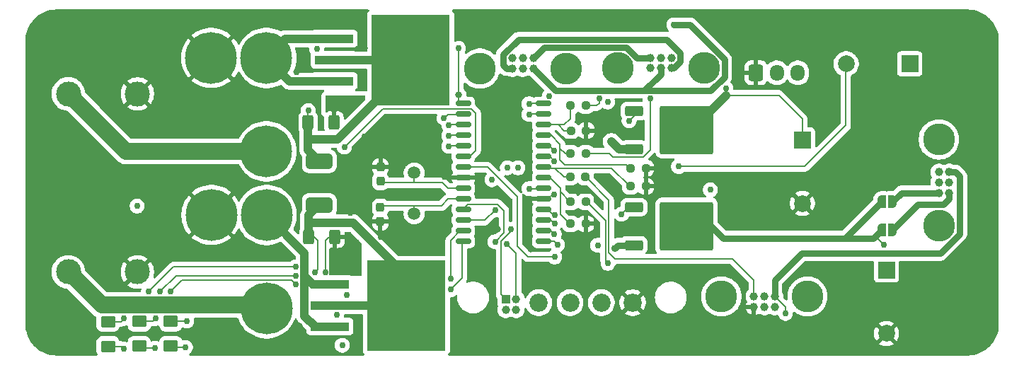
<source format=gtl>
G04 #@! TF.GenerationSoftware,KiCad,Pcbnew,9.0.7*
G04 #@! TF.CreationDate,2026-01-21T21:20:38-05:00*
G04 #@! TF.ProjectId,remote_arming,72656d6f-7465-45f6-9172-6d696e672e6b,rev?*
G04 #@! TF.SameCoordinates,Original*
G04 #@! TF.FileFunction,Copper,L1,Top*
G04 #@! TF.FilePolarity,Positive*
%FSLAX46Y46*%
G04 Gerber Fmt 4.6, Leading zero omitted, Abs format (unit mm)*
G04 Created by KiCad (PCBNEW 9.0.7) date 2026-01-21 21:20:38*
%MOMM*%
%LPD*%
G01*
G04 APERTURE LIST*
G04 Aperture macros list*
%AMRoundRect*
0 Rectangle with rounded corners*
0 $1 Rounding radius*
0 $2 $3 $4 $5 $6 $7 $8 $9 X,Y pos of 4 corners*
0 Add a 4 corners polygon primitive as box body*
4,1,4,$2,$3,$4,$5,$6,$7,$8,$9,$2,$3,0*
0 Add four circle primitives for the rounded corners*
1,1,$1+$1,$2,$3*
1,1,$1+$1,$4,$5*
1,1,$1+$1,$6,$7*
1,1,$1+$1,$8,$9*
0 Add four rect primitives between the rounded corners*
20,1,$1+$1,$2,$3,$4,$5,0*
20,1,$1+$1,$4,$5,$6,$7,0*
20,1,$1+$1,$6,$7,$8,$9,0*
20,1,$1+$1,$8,$9,$2,$3,0*%
%AMFreePoly0*
4,1,23,0.500000,-0.750000,0.000000,-0.750000,0.000000,-0.745722,-0.065263,-0.745722,-0.191342,-0.711940,-0.304381,-0.646677,-0.396677,-0.554381,-0.461940,-0.441342,-0.495722,-0.315263,-0.495722,-0.250000,-0.500000,-0.250000,-0.500000,0.250000,-0.495722,0.250000,-0.495722,0.315263,-0.461940,0.441342,-0.396677,0.554381,-0.304381,0.646677,-0.191342,0.711940,-0.065263,0.745722,0.000000,0.745722,
0.000000,0.750000,0.500000,0.750000,0.500000,-0.750000,0.500000,-0.750000,$1*%
%AMFreePoly1*
4,1,23,0.000000,0.745722,0.065263,0.745722,0.191342,0.711940,0.304381,0.646677,0.396677,0.554381,0.461940,0.441342,0.495722,0.315263,0.495722,0.250000,0.500000,0.250000,0.500000,-0.250000,0.495722,-0.250000,0.495722,-0.315263,0.461940,-0.441342,0.396677,-0.554381,0.304381,-0.646677,0.191342,-0.711940,0.065263,-0.745722,0.000000,-0.745722,0.000000,-0.750000,-0.500000,-0.750000,
-0.500000,0.750000,0.000000,0.750000,0.000000,0.745722,0.000000,0.745722,$1*%
G04 Aperture macros list end*
G04 #@! TA.AperFunction,SMDPad,CuDef*
%ADD10RoundRect,0.237500X0.237500X-0.300000X0.237500X0.300000X-0.237500X0.300000X-0.237500X-0.300000X0*%
G04 #@! TD*
G04 #@! TA.AperFunction,SMDPad,CuDef*
%ADD11RoundRect,0.342308X1.232692X-0.547692X1.232692X0.547692X-1.232692X0.547692X-1.232692X-0.547692X0*%
G04 #@! TD*
G04 #@! TA.AperFunction,ComponentPad*
%ADD12R,2.000000X2.000000*%
G04 #@! TD*
G04 #@! TA.AperFunction,ComponentPad*
%ADD13C,2.000000*%
G04 #@! TD*
G04 #@! TA.AperFunction,ComponentPad*
%ADD14C,3.800000*%
G04 #@! TD*
G04 #@! TA.AperFunction,ComponentPad*
%ADD15C,1.000000*%
G04 #@! TD*
G04 #@! TA.AperFunction,SMDPad,CuDef*
%ADD16RoundRect,0.237500X-0.250000X-0.237500X0.250000X-0.237500X0.250000X0.237500X-0.250000X0.237500X0*%
G04 #@! TD*
G04 #@! TA.AperFunction,SMDPad,CuDef*
%ADD17RoundRect,0.250001X0.624999X-0.462499X0.624999X0.462499X-0.624999X0.462499X-0.624999X-0.462499X0*%
G04 #@! TD*
G04 #@! TA.AperFunction,ComponentPad*
%ADD18RoundRect,0.250000X-0.600000X-0.725000X0.600000X-0.725000X0.600000X0.725000X-0.600000X0.725000X0*%
G04 #@! TD*
G04 #@! TA.AperFunction,ComponentPad*
%ADD19O,1.700000X1.950000*%
G04 #@! TD*
G04 #@! TA.AperFunction,SMDPad,CuDef*
%ADD20FreePoly0,180.000000*%
G04 #@! TD*
G04 #@! TA.AperFunction,SMDPad,CuDef*
%ADD21FreePoly1,180.000000*%
G04 #@! TD*
G04 #@! TA.AperFunction,SMDPad,CuDef*
%ADD22RoundRect,0.237500X0.250000X0.237500X-0.250000X0.237500X-0.250000X-0.237500X0.250000X-0.237500X0*%
G04 #@! TD*
G04 #@! TA.AperFunction,ComponentPad*
%ADD23R,1.000000X1.000000*%
G04 #@! TD*
G04 #@! TA.AperFunction,ComponentPad*
%ADD24C,2.175000*%
G04 #@! TD*
G04 #@! TA.AperFunction,ComponentPad*
%ADD25C,3.000000*%
G04 #@! TD*
G04 #@! TA.AperFunction,ComponentPad*
%ADD26C,3.600000*%
G04 #@! TD*
G04 #@! TA.AperFunction,ConnectorPad*
%ADD27C,6.400000*%
G04 #@! TD*
G04 #@! TA.AperFunction,ComponentPad*
%ADD28C,6.197600*%
G04 #@! TD*
G04 #@! TA.AperFunction,SMDPad,CuDef*
%ADD29RoundRect,0.250000X-0.850000X-0.350000X0.850000X-0.350000X0.850000X0.350000X-0.850000X0.350000X0*%
G04 #@! TD*
G04 #@! TA.AperFunction,SMDPad,CuDef*
%ADD30RoundRect,0.249997X-2.950003X-2.650003X2.950003X-2.650003X2.950003X2.650003X-2.950003X2.650003X0*%
G04 #@! TD*
G04 #@! TA.AperFunction,SMDPad,CuDef*
%ADD31R,4.600000X1.100000*%
G04 #@! TD*
G04 #@! TA.AperFunction,SMDPad,CuDef*
%ADD32R,9.400000X10.800000*%
G04 #@! TD*
G04 #@! TA.AperFunction,SMDPad,CuDef*
%ADD33RoundRect,0.250000X0.400000X0.625000X-0.400000X0.625000X-0.400000X-0.625000X0.400000X-0.625000X0*%
G04 #@! TD*
G04 #@! TA.AperFunction,ComponentPad*
%ADD34C,1.500000*%
G04 #@! TD*
G04 #@! TA.AperFunction,SMDPad,CuDef*
%ADD35RoundRect,0.237500X-0.237500X0.300000X-0.237500X-0.300000X0.237500X-0.300000X0.237500X0.300000X0*%
G04 #@! TD*
G04 #@! TA.AperFunction,SMDPad,CuDef*
%ADD36RoundRect,0.150000X-0.750000X-0.150000X0.750000X-0.150000X0.750000X0.150000X-0.750000X0.150000X0*%
G04 #@! TD*
G04 #@! TA.AperFunction,ViaPad*
%ADD37C,0.762000*%
G04 #@! TD*
G04 #@! TA.AperFunction,ViaPad*
%ADD38C,0.800000*%
G04 #@! TD*
G04 #@! TA.AperFunction,Conductor*
%ADD39C,0.203200*%
G04 #@! TD*
G04 #@! TA.AperFunction,Conductor*
%ADD40C,1.016000*%
G04 #@! TD*
G04 #@! TA.AperFunction,Conductor*
%ADD41C,0.762000*%
G04 #@! TD*
G04 #@! TA.AperFunction,Conductor*
%ADD42C,2.032000*%
G04 #@! TD*
G04 APERTURE END LIST*
D10*
G04 #@! TO.P,C2,1*
G04 #@! TO.N,/OSC1*
X141630400Y-93875700D03*
G04 #@! TO.P,C2,2*
G04 #@! TO.N,GND*
X141630400Y-92150700D03*
G04 #@! TD*
D11*
G04 #@! TO.P,F1,1*
G04 #@! TO.N,/power/RAW_BAT2*
X134315200Y-96700500D03*
G04 #@! TO.P,F1,2*
G04 #@! TO.N,/power/RAW_BAT1*
X134315200Y-91470500D03*
G04 #@! TD*
D12*
G04 #@! TO.P,BZ1,1,-*
G04 #@! TO.N,+5V*
X204958000Y-79806800D03*
D13*
G04 #@! TO.P,BZ1,2,+*
G04 #@! TO.N,Net-(BZ1-+)*
X197358000Y-79806800D03*
G04 #@! TD*
D14*
G04 #@! TO.P,J6,*
G04 #@! TO.N,*
X182422800Y-107645200D03*
X192722800Y-107645200D03*
D15*
G04 #@! TO.P,J6,1,Pin_1*
G04 #@! TO.N,/altimeters/D2_PYRO*
X188822800Y-107645200D03*
G04 #@! TO.P,J6,2,Pin_2*
G04 #@! TO.N,/altimeters/M2+*
X187572800Y-107645200D03*
G04 #@! TO.P,J6,3,Pin_3*
G04 #@! TO.N,/altimeters/M2_PYRO*
X186322800Y-107645200D03*
G04 #@! TO.P,J6,4,Pin_4*
G04 #@! TO.N,/altimeters/D2+*
X188822800Y-108895200D03*
G04 #@! TO.P,J6,5,Pin_5*
G04 #@! TO.N,Net-(BZ3--)*
X187572800Y-108895200D03*
G04 #@! TO.P,J6,6,Pin_6*
G04 #@! TO.N,GND*
X186322800Y-108895200D03*
G04 #@! TD*
D16*
G04 #@! TO.P,R26,1*
G04 #@! TO.N,/altimeters/A2_DROGUE*
X164365500Y-96306500D03*
G04 #@! TO.P,R26,2*
G04 #@! TO.N,/altimeters/D2_PYRO*
X166190500Y-96306500D03*
G04 #@! TD*
D12*
G04 #@! TO.P,BZ3,1,-*
G04 #@! TO.N,Net-(BZ3--)*
X202175000Y-104475000D03*
D13*
G04 #@! TO.P,BZ3,2,+*
G04 #@! TO.N,GND*
X202175000Y-112075000D03*
G04 #@! TD*
D17*
G04 #@! TO.P,DR1,1,K*
G04 #@! TO.N,Net-(DR1-K)*
X109034400Y-113623600D03*
G04 #@! TO.P,DR1,2,A*
G04 #@! TO.N,+5V*
X109034400Y-110648600D03*
G04 #@! TD*
D18*
G04 #@! TO.P,J7,1,Pin_1*
G04 #@! TO.N,GND*
X186563000Y-80877500D03*
D19*
G04 #@! TO.P,J7,2,Pin_2*
G04 #@! TO.N,Net-(J7-Pin_2)*
X189063000Y-80877500D03*
G04 #@! TO.P,J7,3,Pin_3*
G04 #@! TO.N,Net-(J7-Pin_3)*
X191563000Y-80877500D03*
G04 #@! TD*
D14*
G04 #@! TO.P,J9,*
G04 #@! TO.N,*
X208445751Y-99155522D03*
X208445751Y-88855522D03*
D15*
G04 #@! TO.P,J9,1,Pin_1*
G04 #@! TO.N,/altimeters/M2_PYRO*
X208445751Y-92755522D03*
G04 #@! TO.P,J9,2,Pin_2*
G04 #@! TO.N,unconnected-(J9-Pin_2-Pad2)*
X208445751Y-94005522D03*
G04 #@! TO.P,J9,3,Pin_3*
G04 #@! TO.N,/altimeters/M2+*
X208445751Y-95255522D03*
G04 #@! TO.P,J9,4,Pin_4*
G04 #@! TO.N,/altimeters/D2_PYRO*
X209695751Y-92755522D03*
G04 #@! TO.P,J9,5,Pin_5*
G04 #@! TO.N,unconnected-(J9-Pin_5-Pad5)*
X209695751Y-94005522D03*
G04 #@! TO.P,J9,6,Pin_6*
G04 #@! TO.N,/altimeters/D2+*
X209695751Y-95255522D03*
G04 #@! TD*
D16*
G04 #@! TO.P,R30,1*
G04 #@! TO.N,/altimeters/A2_MAIN*
X164315500Y-93356500D03*
G04 #@! TO.P,R30,2*
G04 #@! TO.N,/altimeters/M2_PYRO*
X166140500Y-93356500D03*
G04 #@! TD*
D20*
G04 #@! TO.P,JP3,1,A*
G04 #@! TO.N,/altimeters/M2+*
X202884800Y-96316800D03*
D21*
G04 #@! TO.P,JP3,2,B*
G04 #@! TO.N,Net-(BZ3--)*
X201584800Y-96316800D03*
G04 #@! TD*
D22*
G04 #@! TO.P,R28,1*
G04 #@! TO.N,/altimeters/M1_PYRO*
X166190300Y-90500200D03*
G04 #@! TO.P,R28,2*
G04 #@! TO.N,/altimeters/A1_MAIN*
X164365300Y-90500200D03*
G04 #@! TD*
D23*
G04 #@! TO.P,J4,1,CANH*
G04 #@! TO.N,CANH*
X156616400Y-107970000D03*
D15*
G04 #@! TO.P,J4,2,CANL*
G04 #@! TO.N,CANL*
X157866400Y-107970000D03*
G04 #@! TO.P,J4,3,NC*
G04 #@! TO.N,unconnected-(J4-NC-Pad3)*
X156616400Y-109220000D03*
G04 #@! TO.P,J4,4,NC*
G04 #@! TO.N,unconnected-(J4-NC-Pad4)*
X157866400Y-109220000D03*
D24*
G04 #@! TO.P,J4,A,+CHG*
G04 #@! TO.N,unconnected-(J4-+CHG-PadA)*
X160566400Y-108390000D03*
G04 #@! TO.P,J4,B,+12V*
G04 #@! TO.N,unconnected-(J4-+12V-PadB)*
X164316400Y-108390000D03*
G04 #@! TO.P,J4,C,+5V*
G04 #@! TO.N,Net-(J4-+5V)*
X168066400Y-108390000D03*
G04 #@! TO.P,J4,D,GND*
G04 #@! TO.N,GND*
X171816400Y-108390000D03*
G04 #@! TD*
D25*
G04 #@! TO.P,J2,1,Pin_1*
G04 #@! TO.N,GND*
X112553000Y-83406500D03*
G04 #@! TO.P,J2,2,Pin_2*
G04 #@! TO.N,Net-(J2-Pin_2)*
X104303000Y-83406500D03*
G04 #@! TD*
D22*
G04 #@! TO.P,R31,1*
G04 #@! TO.N,GND*
X173378500Y-92307500D03*
G04 #@! TO.P,R31,2*
G04 #@! TO.N,/altimeters/A1_MAIN*
X171553500Y-92307500D03*
G04 #@! TD*
D26*
G04 #@! TO.P,H1,1,1*
G04 #@! TO.N,GND*
X102870000Y-77034540D03*
D27*
X102870000Y-77034540D03*
G04 #@! TD*
D28*
G04 #@! TO.P,U5,1,VCC*
G04 #@! TO.N,Net-(J3-Pin_1)*
X128016000Y-109071500D03*
G04 #@! TO.P,U5,2,Vout*
G04 #@! TO.N,Net-(D3-A)*
X128016000Y-97895500D03*
G04 #@! TO.P,U5,3,GND*
G04 #@! TO.N,GND*
X121412000Y-97895500D03*
G04 #@! TD*
D20*
G04 #@! TO.P,JP4,1,A*
G04 #@! TO.N,/altimeters/D2+*
X202884800Y-99720400D03*
D21*
G04 #@! TO.P,JP4,2,B*
G04 #@! TO.N,Net-(BZ3--)*
X201584800Y-99720400D03*
G04 #@! TD*
D29*
G04 #@! TO.P,Q4,1,G*
G04 #@! TO.N,Net-(Q3-D)*
X171958000Y-85461500D03*
D30*
G04 #@! TO.P,Q4,2,D*
G04 #@! TO.N,Net-(BZ2--)*
X178258000Y-87741500D03*
D29*
G04 #@! TO.P,Q4,3,S*
G04 #@! TO.N,+BATT1*
X171958000Y-90021500D03*
G04 #@! TD*
D31*
G04 #@! TO.P,D2,1,K*
G04 #@! TO.N,/power/RAW_BAT1*
X136101000Y-79334500D03*
D32*
X145251000Y-79334500D03*
D31*
G04 #@! TO.P,D2,2,A*
G04 #@! TO.N,Net-(D2-A)*
X136101000Y-76794500D03*
X136101000Y-81874500D03*
G04 #@! TD*
D26*
G04 #@! TO.P,H4,1,1*
G04 #@! TO.N,GND*
X211683600Y-77216000D03*
D27*
X211683600Y-77216000D03*
G04 #@! TD*
D16*
G04 #@! TO.P,R32,1*
G04 #@! TO.N,/altimeters/A2_MAIN*
X171553500Y-94466500D03*
G04 #@! TO.P,R32,2*
G04 #@! TO.N,GND*
X173378500Y-94466500D03*
G04 #@! TD*
D14*
G04 #@! TO.P,J5,*
G04 #@! TO.N,*
X180328000Y-80325150D03*
X170028000Y-80325150D03*
D15*
G04 #@! TO.P,J5,1,Pin_1*
G04 #@! TO.N,/altimeters/D1_PYRO*
X173928000Y-80325150D03*
G04 #@! TO.P,J5,2,Pin_2*
G04 #@! TO.N,/altimeters/M1+*
X175178000Y-80325150D03*
G04 #@! TO.P,J5,3,Pin_3*
G04 #@! TO.N,/altimeters/M1_PYRO*
X176428000Y-80325150D03*
G04 #@! TO.P,J5,4,Pin_4*
G04 #@! TO.N,/altimeters/D1+*
X173928000Y-79075150D03*
G04 #@! TO.P,J5,5,Pin_5*
G04 #@! TO.N,Net-(BZ2--)*
X175178000Y-79075150D03*
G04 #@! TO.P,J5,6,Pin_6*
G04 #@! TO.N,GND*
X176428000Y-79075150D03*
G04 #@! TD*
D16*
G04 #@! TO.P,R25,1*
G04 #@! TO.N,/altimeters/A1_DROGUE*
X164365300Y-84810600D03*
G04 #@! TO.P,R25,2*
G04 #@! TO.N,/altimeters/D1_PYRO*
X166190300Y-84810600D03*
G04 #@! TD*
D29*
G04 #@! TO.P,Q5,1,G*
G04 #@! TO.N,Net-(Q2-D)*
X171949000Y-96958000D03*
D30*
G04 #@! TO.P,Q5,2,D*
G04 #@! TO.N,Net-(BZ3--)*
X178249000Y-99238000D03*
D29*
G04 #@! TO.P,Q5,3,S*
G04 #@! TO.N,+BATT2*
X171949000Y-101518000D03*
G04 #@! TD*
D17*
G04 #@! TO.P,DW1,1,K*
G04 #@! TO.N,Net-(DW1-K)*
X116529400Y-113590600D03*
G04 #@! TO.P,DW1,2,A*
G04 #@! TO.N,+5V*
X116529400Y-110615600D03*
G04 #@! TD*
D14*
G04 #@! TO.P,J8,*
G04 #@! TO.N,*
X163830000Y-80369500D03*
X153530000Y-80369500D03*
D15*
G04 #@! TO.P,J8,1,Pin_1*
G04 #@! TO.N,/altimeters/M1_PYRO*
X157430000Y-80369500D03*
G04 #@! TO.P,J8,2,Pin_2*
G04 #@! TO.N,unconnected-(J8-Pin_2-Pad2)*
X158680000Y-80369500D03*
G04 #@! TO.P,J8,3,Pin_3*
G04 #@! TO.N,/altimeters/M1+*
X159930000Y-80369500D03*
G04 #@! TO.P,J8,4,Pin_4*
G04 #@! TO.N,/altimeters/D1_PYRO*
X157430000Y-79119500D03*
G04 #@! TO.P,J8,5,Pin_5*
G04 #@! TO.N,unconnected-(J8-Pin_5-Pad5)*
X158680000Y-79119500D03*
G04 #@! TO.P,J8,6,Pin_6*
G04 #@! TO.N,/altimeters/D1+*
X159930000Y-79119500D03*
G04 #@! TD*
D31*
G04 #@! TO.P,D3,1,K*
G04 #@! TO.N,/power/RAW_BAT2*
X135576000Y-108709500D03*
D32*
X144726000Y-108709500D03*
D31*
G04 #@! TO.P,D3,2,A*
G04 #@! TO.N,Net-(D3-A)*
X135576000Y-106169500D03*
X135576000Y-111249500D03*
G04 #@! TD*
D33*
G04 #@! TO.P,R14,1*
G04 #@! TO.N,+BATT1*
X136078000Y-86846500D03*
G04 #@! TO.P,R14,2*
G04 #@! TO.N,/power/RAW_BAT1*
X132978000Y-86846500D03*
G04 #@! TD*
D34*
G04 #@! TO.P,Y1,1,1*
G04 #@! TO.N,/OSC1*
X145669000Y-92860800D03*
G04 #@! TO.P,Y1,2,2*
G04 #@! TO.N,/OSC2*
X145669000Y-97740800D03*
G04 #@! TD*
D17*
G04 #@! TO.P,DB1,1,K*
G04 #@! TO.N,Net-(DB1-K)*
X112784400Y-113603100D03*
G04 #@! TO.P,DB1,2,A*
G04 #@! TO.N,+5V*
X112784400Y-110628100D03*
G04 #@! TD*
D26*
G04 #@! TO.P,H3,1,1*
G04 #@! TO.N,GND*
X211683600Y-110794800D03*
D27*
X211683600Y-110794800D03*
G04 #@! TD*
D35*
G04 #@! TO.P,C3,1*
G04 #@! TO.N,/OSC2*
X141608000Y-96978300D03*
G04 #@! TO.P,C3,2*
G04 #@! TO.N,GND*
X141608000Y-98703300D03*
G04 #@! TD*
D12*
G04 #@! TO.P,BZ2,1,-*
G04 #@! TO.N,Net-(BZ2--)*
X192115954Y-88914299D03*
D13*
G04 #@! TO.P,BZ2,2,+*
G04 #@! TO.N,GND*
X192115954Y-96514299D03*
G04 #@! TD*
D36*
G04 #@! TO.P,U2,1,~{MCLR}*
G04 #@! TO.N,/~{MCLR}*
X151560000Y-84540000D03*
G04 #@! TO.P,U2,2,RA0*
G04 #@! TO.N,/power/CURR_AMP_BATT1*
X151560000Y-85810000D03*
G04 #@! TO.P,U2,3,RA1*
G04 #@! TO.N,/power/VMAG1*
X151560000Y-87080000D03*
G04 #@! TO.P,U2,4,RA2*
G04 #@! TO.N,/power/VBAT1*
X151560000Y-88350000D03*
G04 #@! TO.P,U2,5,RA3*
G04 #@! TO.N,/power/VMAG2*
X151560000Y-89620000D03*
G04 #@! TO.P,U2,6,RA4*
G04 #@! TO.N,/power/VBAT2*
X151560000Y-90890000D03*
G04 #@! TO.P,U2,7,RA5*
G04 #@! TO.N,/SL_TX*
X151560000Y-92160000D03*
G04 #@! TO.P,U2,8,VSS*
G04 #@! TO.N,GND*
X151560000Y-93430000D03*
G04 #@! TO.P,U2,9,RA7/OSC1*
G04 #@! TO.N,/OSC1*
X151560000Y-94700000D03*
G04 #@! TO.P,U2,10,RA6/OSC2*
G04 #@! TO.N,/OSC2*
X151560000Y-95970000D03*
G04 #@! TO.P,U2,11,RC0*
G04 #@! TO.N,/CAN_TX*
X151560000Y-97240000D03*
G04 #@! TO.P,U2,12,RC1*
G04 #@! TO.N,/CAN_RX*
X151560000Y-98510000D03*
G04 #@! TO.P,U2,13,RC2*
G04 #@! TO.N,/power/CURR_AMP_BATT2*
X151560000Y-99780000D03*
G04 #@! TO.P,U2,14,RC3*
G04 #@! TO.N,/power/CURR_AMP_CAN*
X151560000Y-101050000D03*
G04 #@! TO.P,U2,15,RC4*
G04 #@! TO.N,/altimeters/A2_ARM*
X161160000Y-101050000D03*
G04 #@! TO.P,U2,16,RC5*
G04 #@! TO.N,/LED1*
X161160000Y-99780000D03*
G04 #@! TO.P,U2,17,RC6*
G04 #@! TO.N,/LED2*
X161160000Y-98510000D03*
G04 #@! TO.P,U2,18,RC7*
G04 #@! TO.N,/LED3*
X161160000Y-97240000D03*
G04 #@! TO.P,U2,19,VSS*
G04 #@! TO.N,GND*
X161160000Y-95970000D03*
G04 #@! TO.P,U2,20,VDD*
G04 #@! TO.N,+5V*
X161160000Y-94700000D03*
G04 #@! TO.P,U2,21,RB0*
G04 #@! TO.N,/altimeters/A2_DROGUE*
X161160000Y-93430000D03*
G04 #@! TO.P,U2,22,RB1*
G04 #@! TO.N,/altimeters/A2_MAIN*
X161160000Y-92160000D03*
G04 #@! TO.P,U2,23,RB2*
G04 #@! TO.N,Net-(Q1-G)*
X161160000Y-90890000D03*
G04 #@! TO.P,U2,24,RB3*
G04 #@! TO.N,/altimeters/A1_ARM*
X161160000Y-89620000D03*
G04 #@! TO.P,U2,25,RB4*
G04 #@! TO.N,/altimeters/A1_MAIN*
X161160000Y-88350000D03*
G04 #@! TO.P,U2,26,RB5*
G04 #@! TO.N,/altimeters/A1_DROGUE*
X161160000Y-87080000D03*
G04 #@! TO.P,U2,27,RB6/ICSPCLK*
G04 #@! TO.N,/ICSPCLK*
X161160000Y-85810000D03*
G04 #@! TO.P,U2,28,RB7/ICSPDAT*
G04 #@! TO.N,/ICSPDAT*
X161160000Y-84540000D03*
G04 #@! TD*
D26*
G04 #@! TO.P,H2,1,1*
G04 #@! TO.N,GND*
X103022400Y-110896400D03*
D27*
X103022400Y-110896400D03*
G04 #@! TD*
D33*
G04 #@! TO.P,R15,1*
G04 #@! TO.N,+BATT2*
X136170000Y-100511700D03*
G04 #@! TO.P,R15,2*
G04 #@! TO.N,/power/RAW_BAT2*
X133070000Y-100511700D03*
G04 #@! TD*
D16*
G04 #@! TO.P,R29,1*
G04 #@! TO.N,/altimeters/A2_DROGUE*
X164365500Y-98956500D03*
G04 #@! TO.P,R29,2*
G04 #@! TO.N,GND*
X166190500Y-98956500D03*
G04 #@! TD*
D25*
G04 #@! TO.P,J3,1,Pin_1*
G04 #@! TO.N,Net-(J3-Pin_1)*
X104303000Y-104706500D03*
G04 #@! TO.P,J3,2,Pin_2*
G04 #@! TO.N,GND*
X112553000Y-104706500D03*
G04 #@! TD*
D22*
G04 #@! TO.P,R27,1*
G04 #@! TO.N,GND*
X166240500Y-87806500D03*
G04 #@! TO.P,R27,2*
G04 #@! TO.N,/altimeters/A1_DROGUE*
X164415500Y-87806500D03*
G04 #@! TD*
D28*
G04 #@! TO.P,U4,1,VCC*
G04 #@! TO.N,Net-(J2-Pin_2)*
X127980000Y-90282000D03*
G04 #@! TO.P,U4,2,Vout*
G04 #@! TO.N,Net-(D2-A)*
X127980000Y-79106000D03*
G04 #@! TO.P,U4,3,GND*
G04 #@! TO.N,GND*
X121376000Y-79106000D03*
G04 #@! TD*
D37*
G04 #@! TO.N,Net-(BZ1-+)*
X177292000Y-92100400D03*
G04 #@! TO.N,+5V*
X137058400Y-113487200D03*
X110947200Y-110286800D03*
X158089600Y-92252800D03*
X156819600Y-92252800D03*
X112522000Y-96824800D03*
X134010400Y-77978000D03*
X114706400Y-110286800D03*
X136398000Y-109880400D03*
X181102000Y-94894400D03*
X154990800Y-93675200D03*
X159410400Y-94742000D03*
X137600000Y-107500000D03*
X118465600Y-110591600D03*
G04 #@! TO.N,Net-(BZ2--)*
X182981600Y-83566000D03*
X182981600Y-82734997D03*
G04 #@! TO.N,GND*
X154820000Y-105900000D03*
X185115200Y-112420400D03*
X132588000Y-113284000D03*
D38*
X139730000Y-77890000D03*
X159580000Y-101990000D03*
D37*
X149250400Y-99872800D03*
X159350000Y-105250000D03*
X146710400Y-95453200D03*
X144627600Y-91084400D03*
X139800000Y-96160000D03*
X119303800Y-85775800D03*
X146761200Y-88544400D03*
X202184000Y-109372400D03*
X146100800Y-101803200D03*
X203606400Y-89306400D03*
X156464000Y-89916000D03*
X184556400Y-78740000D03*
X149301200Y-97739200D03*
X204241400Y-86233000D03*
X102514400Y-99263200D03*
X173228000Y-98348800D03*
X211734400Y-106172000D03*
X102184200Y-91922600D03*
D38*
X131910000Y-111230000D03*
D37*
X143967200Y-101752400D03*
X161798000Y-75488800D03*
X114757200Y-87426800D03*
X118186200Y-82626200D03*
X138074400Y-92964000D03*
X173329600Y-105350000D03*
X105537000Y-99034600D03*
X162420000Y-95460000D03*
X149352000Y-91236800D03*
X105054400Y-90246200D03*
X211683600Y-81889600D03*
X127915936Y-113385600D03*
X115773200Y-81508600D03*
X190754000Y-112471200D03*
X131610000Y-80804500D03*
X139801600Y-90373200D03*
X167690800Y-112776000D03*
X114096800Y-92710000D03*
X144576800Y-95402400D03*
X122277136Y-113334800D03*
X211734400Y-88087200D03*
X116179600Y-96570800D03*
X168046400Y-86614000D03*
X178739800Y-110642400D03*
X159359600Y-112674400D03*
X165201600Y-94691200D03*
X156159200Y-75438000D03*
X150420000Y-109120000D03*
X116803202Y-87026195D03*
X113969800Y-95402400D03*
X113995200Y-74777600D03*
X141630400Y-95402400D03*
X148386800Y-101803200D03*
X213004400Y-96774000D03*
X199898000Y-88646000D03*
X153720800Y-112623600D03*
X185216800Y-97485200D03*
X143764000Y-88544400D03*
D38*
X155630000Y-99610000D03*
D37*
X124714000Y-100939600D03*
X149301200Y-93370400D03*
X104673400Y-87071200D03*
X116789200Y-84404200D03*
X100888800Y-101854000D03*
X103225600Y-95504000D03*
X144576800Y-99110800D03*
X146710400Y-99161600D03*
X167690800Y-105299200D03*
X170027600Y-75133200D03*
X141630400Y-90373200D03*
X175818800Y-93370400D03*
X117009670Y-93530812D03*
X173329600Y-112826800D03*
X138023600Y-97637600D03*
X106578400Y-96113600D03*
X124663200Y-81991200D03*
X139954000Y-92964000D03*
X102463600Y-89433400D03*
X108356400Y-74726800D03*
X139750800Y-88493600D03*
X146761200Y-91135200D03*
X141630400Y-100533200D03*
X195326000Y-75438000D03*
X101092000Y-86614000D03*
X138023600Y-95402400D03*
X104724200Y-92989400D03*
X172669200Y-87604600D03*
X213055200Y-91135200D03*
X100630929Y-96876688D03*
X141630400Y-88493600D03*
G04 #@! TO.N,Net-(BZ3--)*
X183083200Y-100685600D03*
X201828400Y-101447600D03*
X183896000Y-100685600D03*
G04 #@! TO.N,+BATT1*
X138499003Y-84905003D03*
X136042400Y-85344000D03*
X137668000Y-84886800D03*
X139330006Y-84074000D03*
X137668000Y-84074000D03*
X170180000Y-90017600D03*
X161851302Y-83655801D03*
X168808400Y-84378800D03*
X138499003Y-84074000D03*
X169265600Y-89103200D03*
X136836997Y-84074000D03*
X136855200Y-84937600D03*
G04 #@! TO.N,/power/RAW_BAT1*
X132994400Y-85394800D03*
G04 #@! TO.N,/power/RAW_BAT2*
X133754603Y-104802197D03*
G04 #@! TO.N,Net-(DB1-K)*
X114655600Y-113842800D03*
G04 #@! TO.N,Net-(DR1-K)*
X110947200Y-113944400D03*
G04 #@! TO.N,Net-(DW1-K)*
X118313200Y-113741200D03*
G04 #@! TO.N,/ICSPCLK*
X159410400Y-85852000D03*
D38*
G04 #@! TO.N,/~{MCLR}*
X151003000Y-83540600D03*
D37*
X150977600Y-77952600D03*
G04 #@! TO.N,/ICSPDAT*
X159410400Y-84582000D03*
G04 #@! TO.N,CANH*
X157237772Y-99632096D03*
G04 #@! TO.N,CANL*
X156735800Y-101334934D03*
G04 #@! TO.N,/altimeters/M1_PYRO*
X173888400Y-83972400D03*
G04 #@! TO.N,/altimeters/D1_PYRO*
X167792400Y-83972400D03*
G04 #@! TO.N,/altimeters/M1+*
X176733200Y-75133200D03*
G04 #@! TO.N,/altimeters/D2_PYRO*
X168859200Y-103682800D03*
X190088995Y-109681986D03*
G04 #@! TO.N,Net-(Q1-G)*
X162445425Y-91473468D03*
G04 #@! TO.N,Net-(Q2-D)*
X170484800Y-97790000D03*
G04 #@! TO.N,Net-(Q3-D)*
X171373800Y-86614000D03*
G04 #@! TO.N,+BATT2*
X137820400Y-100279200D03*
X136855200Y-102108000D03*
X138785600Y-101193600D03*
X137820400Y-102108000D03*
X138785600Y-102108000D03*
X170383200Y-101518000D03*
X135026400Y-104801197D03*
X135890000Y-102108000D03*
X167624000Y-101514400D03*
X137820400Y-101142800D03*
X169646600Y-101854000D03*
G04 #@! TO.N,/LED3*
X162485912Y-97901882D03*
X113893600Y-107082700D03*
X131471600Y-104119140D03*
G04 #@! TO.N,/LED2*
X162490000Y-98930000D03*
X115265200Y-107082700D03*
X131467133Y-105148517D03*
G04 #@! TO.N,/LED1*
X116484400Y-107082700D03*
X131470400Y-106172000D03*
X162430000Y-100210000D03*
G04 #@! TO.N,/power/VMAG2*
X149809200Y-89662000D03*
G04 #@! TO.N,/altimeters/A2_ARM*
X162814000Y-101447600D03*
G04 #@! TO.N,/CAN_TX*
X155346400Y-101092000D03*
G04 #@! TO.N,/CAN_RX*
X155346400Y-97282000D03*
G04 #@! TO.N,/SL_TX*
X162480000Y-102923134D03*
G04 #@! TO.N,/power/VBAT1*
X149809200Y-88392000D03*
G04 #@! TO.N,/power/VBAT2*
X137311204Y-89762403D03*
G04 #@! TO.N,/power/VMAG1*
X149809200Y-87122000D03*
G04 #@! TO.N,/power/CURR_AMP_BATT2*
X150010202Y-105562400D03*
G04 #@! TO.N,/power/CURR_AMP_CAN*
X150010202Y-106832400D03*
G04 #@! TO.N,/power/CURR_AMP_BATT1*
X149244347Y-86285653D03*
G04 #@! TO.N,/altimeters/A1_ARM*
X162433001Y-90220537D03*
G04 #@! TD*
D39*
G04 #@! TO.N,/altimeters/D1_PYRO*
X167487600Y-84810600D02*
X166190300Y-84810600D01*
X167792400Y-84505800D02*
X167487600Y-84810600D01*
X167792400Y-83972400D02*
X167792400Y-84505800D01*
G04 #@! TO.N,/altimeters/A1_DROGUE*
X163622000Y-87100500D02*
X161010000Y-87100500D01*
X164363400Y-86029800D02*
X164363400Y-86359100D01*
X164365300Y-86027900D02*
X164363400Y-86029800D01*
X164363400Y-86359100D02*
X163622000Y-87100500D01*
X164365300Y-84810600D02*
X164365300Y-86027900D01*
G04 #@! TO.N,Net-(BZ1-+)*
X177292000Y-92100400D02*
X192379600Y-92100400D01*
X197317200Y-87162800D02*
X197317200Y-79847600D01*
X192379600Y-92100400D02*
X197317200Y-87162800D01*
G04 #@! TO.N,+5V*
X109034400Y-110648600D02*
X110585400Y-110648600D01*
X114365100Y-110628100D02*
X114706400Y-110286800D01*
X159410400Y-94742000D02*
X160988500Y-94742000D01*
X118441600Y-110615600D02*
X118465600Y-110591600D01*
X112784400Y-110628100D02*
X114365100Y-110628100D01*
X116529400Y-110615600D02*
X118441600Y-110615600D01*
X110585400Y-110648600D02*
X110947200Y-110286800D01*
G04 #@! TO.N,Net-(BZ2--)*
X192115954Y-88914299D02*
X192115954Y-86360000D01*
X192115954Y-86360000D02*
X189321954Y-83566000D01*
X189321954Y-83566000D02*
X182981600Y-83566000D01*
D40*
X178806100Y-87741500D02*
X182981600Y-83566000D01*
D39*
G04 #@! TO.N,GND*
X161682193Y-95990500D02*
X162212693Y-95460000D01*
X162212693Y-95460000D02*
X162420000Y-95460000D01*
D41*
G04 #@! TO.N,Net-(BZ3--)*
X200619600Y-100685600D02*
X201584800Y-99720400D01*
X182676800Y-100685600D02*
X181229200Y-99238000D01*
D39*
X201066400Y-100685600D02*
X200619600Y-100685600D01*
X201828400Y-101447600D02*
X201066400Y-100685600D01*
D41*
X197216000Y-100685600D02*
X192633600Y-100685600D01*
X184810400Y-100685600D02*
X192633600Y-100685600D01*
X184810400Y-100685600D02*
X182676800Y-100685600D01*
X183083200Y-100685600D02*
X182676800Y-100685600D01*
X192633600Y-100685600D02*
X200619600Y-100685600D01*
X181229200Y-99238000D02*
X178249000Y-99238000D01*
X183896000Y-100685600D02*
X184810400Y-100685600D01*
X201584800Y-96316800D02*
X197216000Y-100685600D01*
D39*
G04 #@! TO.N,/OSC1*
X149736900Y-94720500D02*
X151410000Y-94720500D01*
X145694400Y-94050700D02*
X149067100Y-94050700D01*
X141630400Y-94050700D02*
X145694400Y-94050700D01*
X149067100Y-94050700D02*
X149736900Y-94720500D01*
X145669000Y-94025300D02*
X145694400Y-94050700D01*
X145669000Y-92860800D02*
X145669000Y-94025300D01*
G04 #@! TO.N,/OSC2*
X148916300Y-96803300D02*
X149729100Y-95990500D01*
X141608000Y-96803300D02*
X145643600Y-96803300D01*
X149729100Y-95990500D02*
X151410000Y-95990500D01*
X145669000Y-97740800D02*
X145669000Y-96828700D01*
X145669000Y-96828700D02*
X145643600Y-96803300D01*
X145643600Y-96803300D02*
X148916300Y-96803300D01*
D40*
G04 #@! TO.N,+BATT1*
X170180000Y-90017600D02*
X171373800Y-90017600D01*
X169265600Y-89103200D02*
X170180000Y-90017600D01*
D39*
X136042400Y-85344000D02*
X136042400Y-86810900D01*
D40*
G04 #@! TO.N,Net-(D2-A)*
X136082000Y-81893500D02*
X130767500Y-81893500D01*
X127980000Y-79106000D02*
X130272500Y-76813500D01*
X130767500Y-81893500D02*
X127980000Y-79106000D01*
X130272500Y-76813500D02*
X136082000Y-76813500D01*
G04 #@! TO.N,/power/RAW_BAT1*
X132978000Y-90133300D02*
X134315200Y-91470500D01*
X144726000Y-80591184D02*
X136467984Y-88849200D01*
X132978000Y-86846500D02*
X132978000Y-88849200D01*
X132978000Y-88849200D02*
X132978000Y-90133300D01*
D39*
X132978000Y-85411200D02*
X132994400Y-85394800D01*
X132978000Y-86846500D02*
X132978000Y-85411200D01*
D40*
X135595000Y-79334500D02*
X144726000Y-79334500D01*
X136467984Y-88849200D02*
X132978000Y-88849200D01*
D39*
G04 #@! TO.N,/power/RAW_BAT2*
X134162800Y-100939600D02*
X133734900Y-100511700D01*
X134162800Y-104394000D02*
X134162800Y-100939600D01*
D40*
X144726000Y-105203600D02*
X138328400Y-98806000D01*
X135576000Y-108709500D02*
X144726000Y-108709500D01*
X133070000Y-100511700D02*
X133070000Y-98806000D01*
X133070000Y-98806000D02*
X133070000Y-97945700D01*
X138328400Y-98806000D02*
X133070000Y-98806000D01*
D39*
X133754603Y-104802197D02*
X134162800Y-104394000D01*
D40*
X133070000Y-97945700D02*
X134315200Y-96700500D01*
D39*
X133734900Y-100511700D02*
X133070000Y-100511700D01*
D40*
G04 #@! TO.N,Net-(D3-A)*
X135576000Y-106169500D02*
X133577300Y-106169500D01*
X132563800Y-109971700D02*
X133841600Y-111249500D01*
X128016000Y-97895500D02*
X132563800Y-102443300D01*
X132563800Y-102443300D02*
X132563800Y-105156000D01*
X133577300Y-106169500D02*
X132563800Y-105156000D01*
X132563800Y-105156000D02*
X132563800Y-109971700D01*
D39*
G04 #@! TO.N,Net-(DB1-K)*
X114655600Y-113842800D02*
X113024100Y-113842800D01*
G04 #@! TO.N,Net-(DR1-K)*
X110947200Y-113944400D02*
X110626400Y-113623600D01*
X110626400Y-113623600D02*
X109034400Y-113623600D01*
G04 #@! TO.N,Net-(DW1-K)*
X118313200Y-113741200D02*
X116680000Y-113741200D01*
G04 #@! TO.N,/ICSPCLK*
X161010000Y-85830500D02*
X159431900Y-85830500D01*
X159431900Y-85830500D02*
X159410400Y-85852000D01*
G04 #@! TO.N,/~{MCLR}*
X151003000Y-77978000D02*
X151003000Y-82880200D01*
X150977600Y-77952600D02*
X151003000Y-77978000D01*
X151003000Y-84153500D02*
X151410000Y-84560500D01*
X151003000Y-82880200D02*
X151003000Y-84153500D01*
G04 #@! TO.N,/ICSPDAT*
X161010000Y-84560500D02*
X159431900Y-84560500D01*
X159431900Y-84560500D02*
X159410400Y-84582000D01*
D42*
G04 #@! TO.N,Net-(J2-Pin_2)*
X111178500Y-90282000D02*
X104303000Y-83406500D01*
X127980000Y-90282000D02*
X111178500Y-90282000D01*
G04 #@! TO.N,Net-(J3-Pin_1)*
X108279400Y-108682900D02*
X127627400Y-108682900D01*
X104303000Y-104706500D02*
X108279400Y-108682900D01*
D39*
G04 #@! TO.N,CANH*
X156050000Y-107403600D02*
X156616400Y-107970000D01*
X157237772Y-99632096D02*
X157237772Y-99812228D01*
X156050000Y-101000000D02*
X156050000Y-107403600D01*
X157237772Y-99812228D02*
X156050000Y-101000000D01*
G04 #@! TO.N,CANL*
X157024092Y-101626692D02*
X157866400Y-102469000D01*
X156735800Y-101334934D02*
X157024092Y-101623226D01*
X157866400Y-102469000D02*
X157866400Y-107970000D01*
X157024092Y-101623226D02*
X157024092Y-101626692D01*
D41*
G04 #@! TO.N,/altimeters/M1_PYRO*
X176428000Y-80325150D02*
X176712705Y-80325150D01*
D39*
X173888400Y-83972400D02*
X173888400Y-90084046D01*
D41*
X177513200Y-78481962D02*
X175904988Y-76873750D01*
D39*
X169420850Y-90927300D02*
X168993750Y-90500200D01*
D41*
X175904988Y-76873750D02*
X158141045Y-76873750D01*
D39*
X173888400Y-90084046D02*
X173045146Y-90927300D01*
D41*
X176712705Y-80325150D02*
X177513200Y-79524655D01*
X156722894Y-80369500D02*
X157430000Y-80369500D01*
X156344800Y-79991406D02*
X156722894Y-80369500D01*
X158141045Y-76873750D02*
X156344800Y-78669995D01*
D39*
X168993750Y-90500200D02*
X166190300Y-90500200D01*
D41*
X177513200Y-79524655D02*
X177513200Y-78481962D01*
D39*
X173045146Y-90927300D02*
X169420850Y-90927300D01*
D41*
X156344800Y-78669995D02*
X156344800Y-79991406D01*
G04 #@! TO.N,/altimeters/D1+*
X161209550Y-77839950D02*
X171057404Y-77839950D01*
X159930000Y-79119500D02*
X161209550Y-77839950D01*
X171057404Y-77839950D02*
X172292604Y-79075150D01*
X172292604Y-79075150D02*
X173928000Y-79075150D01*
G04 #@! TO.N,/altimeters/M1+*
X178650654Y-75133200D02*
X182813200Y-79295746D01*
X182813200Y-79295746D02*
X182813200Y-81354554D01*
X173203056Y-83007200D02*
X169773600Y-83007200D01*
X162567700Y-83007200D02*
X159930000Y-80369500D01*
X175178000Y-80325150D02*
X175178000Y-81032256D01*
X169773600Y-83007200D02*
X162567700Y-83007200D01*
X181160554Y-83007200D02*
X169773600Y-83007200D01*
X182813200Y-81354554D02*
X181160554Y-83007200D01*
X176733200Y-75133200D02*
X178650654Y-75133200D01*
X175178000Y-81032256D02*
X173203056Y-83007200D01*
G04 #@! TO.N,/altimeters/M2+*
X202884800Y-96316800D02*
X203946078Y-95255522D01*
X203946078Y-95255522D02*
X208445751Y-95255522D01*
D39*
G04 #@! TO.N,/altimeters/M2_PYRO*
X168960800Y-102412800D02*
X168960800Y-96089300D01*
X169722174Y-103174174D02*
X168960800Y-102412800D01*
X183774174Y-103174174D02*
X169722174Y-103174174D01*
X186322800Y-105722800D02*
X183774174Y-103174174D01*
X186322800Y-107645200D02*
X186322800Y-105722800D01*
X168960800Y-96089300D02*
X166228000Y-93356500D01*
D41*
G04 #@! TO.N,/altimeters/D2_PYRO*
X210402857Y-92755522D02*
X210930951Y-93283616D01*
X192050000Y-102500000D02*
X188822800Y-105727200D01*
X188822800Y-105727200D02*
X188822800Y-107645200D01*
D39*
X168554400Y-98582900D02*
X166278000Y-96306500D01*
X188822800Y-107645200D02*
X190088995Y-108911395D01*
D41*
X209695751Y-92755522D02*
X210402857Y-92755522D01*
D39*
X190088995Y-108911395D02*
X190088995Y-109681986D01*
D41*
X210930951Y-93283616D02*
X210930951Y-100184926D01*
D39*
X168859200Y-103682800D02*
X168554400Y-103378000D01*
D41*
X208615877Y-102500000D02*
X192050000Y-102500000D01*
D39*
X168554400Y-103378000D02*
X168554400Y-98582900D01*
D41*
X210930951Y-100184926D02*
X208615877Y-102500000D01*
G04 #@! TO.N,/altimeters/D2+*
X209695751Y-95962628D02*
X209695751Y-95255522D01*
X202884800Y-99720400D02*
X205934878Y-96670322D01*
X208988057Y-96670322D02*
X209695751Y-95962628D01*
X205934878Y-96670322D02*
X208988057Y-96670322D01*
D39*
G04 #@! TO.N,Net-(Q1-G)*
X161882457Y-90910500D02*
X162445425Y-91473468D01*
G04 #@! TO.N,Net-(Q2-D)*
X171316800Y-96958000D02*
X170484800Y-97790000D01*
G04 #@! TO.N,Net-(Q3-D)*
X171958000Y-86029800D02*
X171958000Y-85461500D01*
X171373800Y-86614000D02*
X171958000Y-86029800D01*
D41*
G04 #@! TO.N,+BATT2*
X169711200Y-101854000D02*
X169646600Y-101854000D01*
X170047200Y-101518000D02*
X169711200Y-101854000D01*
D39*
X135026400Y-104801197D02*
X135026400Y-100990400D01*
D41*
X170383200Y-101518000D02*
X171949000Y-101518000D01*
D39*
X135505100Y-100511700D02*
X136170000Y-100511700D01*
D41*
X170383200Y-101518000D02*
X170047200Y-101518000D01*
D39*
X135026400Y-100990400D02*
X135505100Y-100511700D01*
G04 #@! TO.N,/LED3*
X162384030Y-97800000D02*
X162246986Y-97800000D01*
X116857160Y-104119140D02*
X131471600Y-104119140D01*
X113893600Y-107082700D02*
X116857160Y-104119140D01*
X162485912Y-97901882D02*
X162384030Y-97800000D01*
X162246986Y-97800000D02*
X161728986Y-97282000D01*
G04 #@! TO.N,/LED2*
X161970500Y-98530500D02*
X161010000Y-98530500D01*
X115265200Y-107082700D02*
X117199383Y-105148517D01*
X162370000Y-98930000D02*
X161970500Y-98530500D01*
X117199383Y-105148517D02*
X131467133Y-105148517D01*
X162490000Y-98930000D02*
X162370000Y-98930000D01*
G04 #@! TO.N,/LED1*
X130965300Y-105666900D02*
X117900200Y-105666900D01*
X117900200Y-105666900D02*
X116484400Y-107082700D01*
X162020500Y-99800500D02*
X161010000Y-99800500D01*
X162430000Y-100210000D02*
X162020500Y-99800500D01*
X131470400Y-106172000D02*
X130965300Y-105666900D01*
G04 #@! TO.N,/power/VMAG2*
X149830700Y-89640500D02*
X149809200Y-89662000D01*
X151410000Y-89640500D02*
X149830700Y-89640500D01*
G04 #@! TO.N,/altimeters/A2_ARM*
X161010000Y-101070500D02*
X162436900Y-101070500D01*
X162436900Y-101070500D02*
X162814000Y-101447600D01*
G04 #@! TO.N,/CAN_TX*
X155631982Y-96596300D02*
X152074200Y-96596300D01*
X155346400Y-101092000D02*
X156413200Y-100025200D01*
X156413200Y-100025200D02*
X156413200Y-97377518D01*
X156413200Y-97377518D02*
X155631982Y-96596300D01*
X152074200Y-96596300D02*
X151410000Y-97260500D01*
G04 #@! TO.N,/CAN_RX*
X154097900Y-98530500D02*
X151410000Y-98530500D01*
X155346400Y-97282000D02*
X154097900Y-98530500D01*
G04 #@! TO.N,/altimeters/A2_DROGUE*
X161909999Y-93450500D02*
X163169600Y-94710101D01*
X163169600Y-95148400D02*
X163169600Y-97848100D01*
X163169600Y-94710101D02*
X163169600Y-95148400D01*
X163169600Y-97848100D02*
X164278000Y-98956500D01*
X164278000Y-96256800D02*
X163169600Y-95148400D01*
G04 #@! TO.N,/altimeters/A2_MAIN*
X163561100Y-93356500D02*
X162509200Y-92304600D01*
X169304100Y-92304600D02*
X171466000Y-94466500D01*
X162509200Y-92304600D02*
X169304100Y-92304600D01*
X161134100Y-92304600D02*
X162509200Y-92304600D01*
X164228000Y-93356500D02*
X163561100Y-93356500D01*
G04 #@! TO.N,/SL_TX*
X161749534Y-102923134D02*
X161747200Y-102920800D01*
X159289482Y-102920800D02*
X157988000Y-101619318D01*
X161747200Y-102920800D02*
X159289482Y-102920800D01*
X157988000Y-101619318D02*
X157988000Y-95701118D01*
X157988000Y-95701118D02*
X154467382Y-92180500D01*
X162480000Y-102923134D02*
X161749534Y-102923134D01*
X154467382Y-92180500D02*
X151410000Y-92180500D01*
G04 #@! TO.N,/power/VBAT1*
X151410000Y-88370500D02*
X149830700Y-88370500D01*
X149830700Y-88370500D02*
X149809200Y-88392000D01*
G04 #@! TO.N,/power/VBAT2*
X141907307Y-85166300D02*
X137311204Y-89762403D01*
X153040000Y-85690000D02*
X152516300Y-85166300D01*
X152309999Y-90910500D02*
X153040000Y-90180499D01*
X153040000Y-90180499D02*
X153040000Y-85690000D01*
X152516300Y-85166300D02*
X141907307Y-85166300D01*
G04 #@! TO.N,/power/VMAG1*
X149830700Y-87100500D02*
X149809200Y-87122000D01*
X151410000Y-87100500D02*
X149830700Y-87100500D01*
G04 #@! TO.N,/power/CURR_AMP_BATT2*
X150010202Y-100921542D02*
X151131244Y-99800500D01*
X150010202Y-105562400D02*
X150010202Y-100921542D01*
G04 #@! TO.N,/power/CURR_AMP_CAN*
X151410000Y-105432602D02*
X150010202Y-106832400D01*
X151410000Y-101070500D02*
X151410000Y-105432602D01*
G04 #@! TO.N,/power/CURR_AMP_BATT1*
X151521101Y-85848899D02*
X151560000Y-85810000D01*
X151560000Y-85810000D02*
X151430500Y-85810000D01*
X151430500Y-85810000D02*
X151410000Y-85830500D01*
X149681101Y-85848899D02*
X151521101Y-85848899D01*
X149244347Y-86285653D02*
X149681101Y-85848899D01*
G04 #@! TO.N,/altimeters/A1_DROGUE*
X162915600Y-87100500D02*
X163621600Y-87806500D01*
X163621600Y-87806500D02*
X164328000Y-87806500D01*
G04 #@! TO.N,/altimeters/A1_MAIN*
X163118800Y-89401918D02*
X163118800Y-89916000D01*
X171055700Y-91897200D02*
X171466000Y-92307500D01*
X162087382Y-88370500D02*
X163118800Y-89401918D01*
X163118800Y-89916000D02*
X163118800Y-91338400D01*
X163118800Y-91338400D02*
X163677600Y-91897200D01*
X164336000Y-90529500D02*
X163732300Y-90529500D01*
X163677600Y-91897200D02*
X171055700Y-91897200D01*
X161010000Y-88370500D02*
X162087382Y-88370500D01*
X163732300Y-90529500D02*
X163118800Y-89916000D01*
G04 #@! TO.N,/altimeters/A1_ARM*
X162433001Y-90220537D02*
X161874464Y-89662000D01*
G04 #@! TD*
G04 #@! TA.AperFunction,Conductor*
G04 #@! TO.N,+BATT2*
G36*
X138015029Y-99934185D02*
G01*
X138035671Y-99950819D01*
X139356281Y-101271429D01*
X139389766Y-101332752D01*
X139392600Y-101359110D01*
X139392600Y-105103300D01*
X139372915Y-105170339D01*
X139320111Y-105216094D01*
X139268600Y-105227300D01*
X138241875Y-105227300D01*
X138174836Y-105207615D01*
X138167565Y-105202567D01*
X138122206Y-105168612D01*
X138122206Y-105168611D01*
X137985203Y-105117511D01*
X137924654Y-105111000D01*
X137924638Y-105111000D01*
X135631000Y-105111000D01*
X135563961Y-105091315D01*
X135518206Y-105038511D01*
X135507000Y-104987000D01*
X135507000Y-102002250D01*
X135526685Y-101935211D01*
X135579489Y-101889456D01*
X135643604Y-101878892D01*
X135720021Y-101886699D01*
X135919999Y-101886699D01*
X136420000Y-101886699D01*
X136619972Y-101886699D01*
X136619986Y-101886698D01*
X136722697Y-101876205D01*
X136889119Y-101821058D01*
X136889124Y-101821056D01*
X137038345Y-101729015D01*
X137162315Y-101605045D01*
X137254356Y-101455824D01*
X137254358Y-101455819D01*
X137309505Y-101289397D01*
X137309506Y-101289390D01*
X137319999Y-101186686D01*
X137320000Y-101186673D01*
X137320000Y-100761700D01*
X136420000Y-100761700D01*
X136420000Y-101886699D01*
X135919999Y-101886699D01*
X135920000Y-101886698D01*
X135920000Y-100635700D01*
X135939685Y-100568661D01*
X135992489Y-100522906D01*
X136044000Y-100511700D01*
X136170000Y-100511700D01*
X136170000Y-100385700D01*
X136189685Y-100318661D01*
X136242489Y-100272906D01*
X136294000Y-100261700D01*
X137319999Y-100261700D01*
X137319999Y-100038500D01*
X137339684Y-99971461D01*
X137392488Y-99925706D01*
X137443999Y-99914500D01*
X137947990Y-99914500D01*
X138015029Y-99934185D01*
G37*
G04 #@! TD.AperFunction*
G04 #@! TD*
G04 #@! TA.AperFunction,Conductor*
G04 #@! TO.N,GND*
G36*
X140244493Y-73319728D02*
G01*
X140290248Y-73372532D01*
X140300192Y-73441690D01*
X140271167Y-73505246D01*
X140251767Y-73523308D01*
X140187739Y-73571239D01*
X140100111Y-73688295D01*
X140049011Y-73825295D01*
X140049011Y-73825297D01*
X140042500Y-73885845D01*
X140042500Y-78194000D01*
X140022815Y-78261039D01*
X139970011Y-78306794D01*
X139918500Y-78318000D01*
X138627723Y-78318000D01*
X138584389Y-78310182D01*
X138510201Y-78282510D01*
X138449654Y-78276000D01*
X138449638Y-78276000D01*
X135009145Y-78276000D01*
X134995472Y-78271985D01*
X134981248Y-78272821D01*
X134962616Y-78262337D01*
X134942106Y-78256315D01*
X134932775Y-78245547D01*
X134920356Y-78238559D01*
X134910348Y-78219665D01*
X134896351Y-78203511D01*
X134893691Y-78188215D01*
X134887653Y-78176815D01*
X134887592Y-78153139D01*
X134885583Y-78141582D01*
X134886168Y-78134643D01*
X134899900Y-78065608D01*
X134899900Y-77971776D01*
X134900338Y-77966582D01*
X134911154Y-77938670D01*
X134919585Y-77909961D01*
X134923644Y-77906443D01*
X134925586Y-77901433D01*
X134949776Y-77883799D01*
X134972389Y-77864206D01*
X134978472Y-77862882D01*
X134982047Y-77860277D01*
X134993558Y-77859600D01*
X135023900Y-77853000D01*
X138449638Y-77853000D01*
X138449654Y-77852999D01*
X138476692Y-77850091D01*
X138510201Y-77846489D01*
X138517100Y-77843916D01*
X138524768Y-77841055D01*
X138647204Y-77795389D01*
X138764261Y-77707761D01*
X138851889Y-77590704D01*
X138902989Y-77453701D01*
X138906591Y-77420192D01*
X138909499Y-77393154D01*
X138909500Y-77393137D01*
X138909500Y-76195862D01*
X138909499Y-76195845D01*
X138906157Y-76164770D01*
X138902989Y-76135299D01*
X138851889Y-75998296D01*
X138764261Y-75881239D01*
X138647204Y-75793611D01*
X138635327Y-75789181D01*
X138510203Y-75742511D01*
X138449654Y-75736000D01*
X138449638Y-75736000D01*
X133752362Y-75736000D01*
X133752345Y-75736000D01*
X133691797Y-75742511D01*
X133691792Y-75742512D01*
X133566672Y-75789181D01*
X133523338Y-75797000D01*
X130172382Y-75797000D01*
X129976003Y-75836062D01*
X129975997Y-75836064D01*
X129791004Y-75912690D01*
X129785637Y-75915560D01*
X129784653Y-75913720D01*
X129727002Y-75931744D01*
X129666392Y-75917121D01*
X129524186Y-75841110D01*
X129524181Y-75841108D01*
X129196729Y-75705472D01*
X128884762Y-75610839D01*
X128857559Y-75602587D01*
X128857558Y-75602586D01*
X128857549Y-75602584D01*
X128857538Y-75602581D01*
X128509945Y-75533442D01*
X128509928Y-75533439D01*
X128243198Y-75507168D01*
X128157215Y-75498700D01*
X127802785Y-75498700D01*
X127723263Y-75506532D01*
X127450071Y-75533439D01*
X127450054Y-75533442D01*
X127102461Y-75602581D01*
X127102450Y-75602584D01*
X126763270Y-75705472D01*
X126435818Y-75841108D01*
X126435813Y-75841110D01*
X126123252Y-76008177D01*
X126123234Y-76008188D01*
X125828551Y-76205090D01*
X125828537Y-76205100D01*
X125554558Y-76429948D01*
X125303948Y-76680558D01*
X125079100Y-76954537D01*
X125079090Y-76954551D01*
X124882188Y-77249234D01*
X124882182Y-77249244D01*
X124782538Y-77435664D01*
X124733575Y-77485508D01*
X124665438Y-77500968D01*
X124599758Y-77477136D01*
X124563822Y-77435663D01*
X124466522Y-77253627D01*
X124466511Y-77253609D01*
X124270065Y-76959606D01*
X124092414Y-76743138D01*
X124092413Y-76743137D01*
X123033088Y-77802461D01*
X122964430Y-77712984D01*
X122769016Y-77517570D01*
X122679536Y-77448909D01*
X123738861Y-76389585D01*
X123738860Y-76389584D01*
X123522393Y-76211934D01*
X123228390Y-76015488D01*
X123228372Y-76015477D01*
X122916548Y-75848803D01*
X122916543Y-75848801D01*
X122589862Y-75713485D01*
X122251482Y-75610839D01*
X122251471Y-75610836D01*
X121904696Y-75541860D01*
X121904679Y-75541857D01*
X121552795Y-75507200D01*
X121199205Y-75507200D01*
X120847320Y-75541857D01*
X120847303Y-75541860D01*
X120500528Y-75610836D01*
X120500517Y-75610839D01*
X120162137Y-75713485D01*
X119835456Y-75848801D01*
X119835451Y-75848803D01*
X119523627Y-76015477D01*
X119523609Y-76015488D01*
X119229615Y-76211928D01*
X119229611Y-76211931D01*
X119013138Y-76389584D01*
X119013138Y-76389586D01*
X120072462Y-77448910D01*
X119982984Y-77517570D01*
X119787570Y-77712984D01*
X119718910Y-77802462D01*
X118659586Y-76743138D01*
X118659584Y-76743138D01*
X118481931Y-76959611D01*
X118481928Y-76959615D01*
X118285488Y-77253609D01*
X118285477Y-77253627D01*
X118118803Y-77565451D01*
X118118801Y-77565456D01*
X117983485Y-77892137D01*
X117880839Y-78230517D01*
X117880836Y-78230528D01*
X117811860Y-78577303D01*
X117811857Y-78577320D01*
X117777200Y-78929205D01*
X117777200Y-79282794D01*
X117811857Y-79634679D01*
X117811860Y-79634696D01*
X117880836Y-79981471D01*
X117880839Y-79981482D01*
X117983485Y-80319861D01*
X118118801Y-80646543D01*
X118118803Y-80646548D01*
X118285477Y-80958372D01*
X118285488Y-80958390D01*
X118481934Y-81252393D01*
X118659584Y-81468860D01*
X118659585Y-81468861D01*
X119718909Y-80409536D01*
X119787570Y-80499016D01*
X119982984Y-80694430D01*
X120072462Y-80763089D01*
X119013137Y-81822413D01*
X119013138Y-81822414D01*
X119229606Y-82000065D01*
X119523609Y-82196511D01*
X119523627Y-82196522D01*
X119835451Y-82363196D01*
X119835456Y-82363198D01*
X120162137Y-82498514D01*
X120500517Y-82601160D01*
X120500528Y-82601163D01*
X120847303Y-82670139D01*
X120847320Y-82670142D01*
X121199205Y-82704800D01*
X121552795Y-82704800D01*
X121904679Y-82670142D01*
X121904696Y-82670139D01*
X122251471Y-82601163D01*
X122251482Y-82601160D01*
X122589862Y-82498514D01*
X122916543Y-82363198D01*
X122916548Y-82363196D01*
X123228372Y-82196522D01*
X123228390Y-82196511D01*
X123522379Y-82000074D01*
X123522393Y-82000064D01*
X123738860Y-81822414D01*
X123738861Y-81822413D01*
X122679537Y-80763089D01*
X122769016Y-80694430D01*
X122964430Y-80499016D01*
X123033089Y-80409537D01*
X124092413Y-81468861D01*
X124092414Y-81468860D01*
X124270064Y-81252393D01*
X124270074Y-81252379D01*
X124466511Y-80958390D01*
X124466522Y-80958372D01*
X124563822Y-80776336D01*
X124612784Y-80726492D01*
X124680921Y-80711031D01*
X124746601Y-80734862D01*
X124782538Y-80776336D01*
X124882177Y-80962747D01*
X124882181Y-80962754D01*
X124882184Y-80962759D01*
X125043899Y-81204782D01*
X125079090Y-81257448D01*
X125079100Y-81257462D01*
X125303948Y-81531441D01*
X125554558Y-81782051D01*
X125554563Y-81782055D01*
X125554564Y-81782056D01*
X125828543Y-82006904D01*
X126123241Y-82203816D01*
X126123250Y-82203821D01*
X126123252Y-82203822D01*
X126435813Y-82370889D01*
X126435815Y-82370889D01*
X126435821Y-82370893D01*
X126763272Y-82506528D01*
X127102441Y-82609413D01*
X127102447Y-82609414D01*
X127102450Y-82609415D01*
X127102461Y-82609418D01*
X127320431Y-82652774D01*
X127450061Y-82678559D01*
X127802785Y-82713300D01*
X127802788Y-82713300D01*
X128157212Y-82713300D01*
X128157215Y-82713300D01*
X128509939Y-82678559D01*
X128682001Y-82644333D01*
X128857538Y-82609418D01*
X128857549Y-82609415D01*
X128857549Y-82609414D01*
X128857559Y-82609413D01*
X129196728Y-82506528D01*
X129524179Y-82370893D01*
X129627608Y-82315608D01*
X129696005Y-82301368D01*
X129761249Y-82326367D01*
X129773738Y-82337287D01*
X130119512Y-82683062D01*
X130119513Y-82683063D01*
X130119516Y-82683065D01*
X130119518Y-82683067D01*
X130286007Y-82794310D01*
X130470998Y-82870936D01*
X130471002Y-82870936D01*
X130471003Y-82870937D01*
X130667380Y-82910000D01*
X130667383Y-82910000D01*
X130667384Y-82910000D01*
X133625218Y-82910000D01*
X133668550Y-82917818D01*
X133684629Y-82923814D01*
X133691799Y-82926489D01*
X133698760Y-82927237D01*
X133752345Y-82932999D01*
X133752362Y-82933000D01*
X134803476Y-82933000D01*
X134870515Y-82952685D01*
X134916270Y-83005489D01*
X134926214Y-83074647D01*
X134897189Y-83138203D01*
X134870516Y-83161315D01*
X134764218Y-83229628D01*
X134764211Y-83229634D01*
X134711418Y-83275379D01*
X134711415Y-83275382D01*
X134615705Y-83385835D01*
X134615701Y-83385841D01*
X134554987Y-83518783D01*
X134540479Y-83568193D01*
X134535301Y-83585826D01*
X134535300Y-83585830D01*
X134517187Y-83711815D01*
X134514500Y-83730501D01*
X134514500Y-85519055D01*
X134525246Y-85623560D01*
X134535513Y-85672956D01*
X134535514Y-85672960D01*
X134567305Y-85773097D01*
X134567306Y-85773099D01*
X134581484Y-85796085D01*
X134644033Y-85897495D01*
X134688802Y-85951137D01*
X134797468Y-86048878D01*
X134849093Y-86073619D01*
X134901038Y-86120341D01*
X134919500Y-86185439D01*
X134919500Y-87522037D01*
X134919501Y-87522053D01*
X134930112Y-87625925D01*
X134936022Y-87643759D01*
X134944617Y-87669697D01*
X134947019Y-87739524D01*
X134911288Y-87799566D01*
X134848767Y-87830759D01*
X134826911Y-87832700D01*
X134229089Y-87832700D01*
X134162050Y-87813015D01*
X134116295Y-87760211D01*
X134106351Y-87691053D01*
X134111381Y-87669701D01*
X134125887Y-87625926D01*
X134136500Y-87522045D01*
X134136499Y-86170956D01*
X134125887Y-86067074D01*
X134070115Y-85898762D01*
X133977030Y-85747848D01*
X133902178Y-85672996D01*
X133868693Y-85611673D01*
X133868242Y-85561122D01*
X133883900Y-85482409D01*
X133883900Y-85307191D01*
X133883899Y-85307187D01*
X133869365Y-85234118D01*
X133849717Y-85135342D01*
X133822536Y-85069720D01*
X133782668Y-84973470D01*
X133782661Y-84973457D01*
X133685320Y-84827777D01*
X133685317Y-84827773D01*
X133561426Y-84703882D01*
X133561422Y-84703879D01*
X133415742Y-84606538D01*
X133415729Y-84606531D01*
X133253862Y-84539484D01*
X133253850Y-84539481D01*
X133082012Y-84505300D01*
X133082008Y-84505300D01*
X132906792Y-84505300D01*
X132906787Y-84505300D01*
X132734949Y-84539481D01*
X132734937Y-84539484D01*
X132573070Y-84606531D01*
X132573057Y-84606538D01*
X132427377Y-84703879D01*
X132427373Y-84703882D01*
X132303482Y-84827773D01*
X132303479Y-84827777D01*
X132206138Y-84973457D01*
X132206131Y-84973470D01*
X132139084Y-85135337D01*
X132139081Y-85135349D01*
X132104900Y-85307187D01*
X132104900Y-85482412D01*
X132115115Y-85533765D01*
X132108888Y-85603356D01*
X132081180Y-85645636D01*
X131978971Y-85747846D01*
X131885886Y-85898759D01*
X131885884Y-85898764D01*
X131830113Y-86067072D01*
X131819500Y-86170947D01*
X131819500Y-87522037D01*
X131819501Y-87522053D01*
X131830113Y-87625927D01*
X131885884Y-87794235D01*
X131885887Y-87794242D01*
X131897467Y-87813015D01*
X131943038Y-87886898D01*
X131961500Y-87951993D01*
X131961500Y-88749084D01*
X131961500Y-90033184D01*
X131961500Y-90233416D01*
X131961500Y-90233418D01*
X131961499Y-90233418D01*
X132000562Y-90429796D01*
X132000564Y-90429802D01*
X132056335Y-90564446D01*
X132077190Y-90614793D01*
X132188433Y-90781281D01*
X132188434Y-90781282D01*
X132195377Y-90788225D01*
X132228865Y-90849547D01*
X132231700Y-90875910D01*
X132231700Y-92092172D01*
X132231701Y-92092175D01*
X132234517Y-92133724D01*
X132234517Y-92133726D01*
X132279180Y-92313321D01*
X132279181Y-92313322D01*
X132361402Y-92479108D01*
X132361404Y-92479111D01*
X132477347Y-92623351D01*
X132477348Y-92623352D01*
X132621588Y-92739295D01*
X132621591Y-92739297D01*
X132694085Y-92775250D01*
X132787380Y-92821520D01*
X132966972Y-92866182D01*
X133008527Y-92869000D01*
X135621872Y-92868999D01*
X135663428Y-92866182D01*
X135843020Y-92821520D01*
X136008812Y-92739295D01*
X136153052Y-92623352D01*
X136268995Y-92479112D01*
X136351220Y-92313320D01*
X136395882Y-92133728D01*
X136398700Y-92092173D01*
X136398700Y-91801545D01*
X140655400Y-91801545D01*
X140655400Y-91900700D01*
X141380400Y-91900700D01*
X141880400Y-91900700D01*
X142605399Y-91900700D01*
X142605399Y-91801560D01*
X142605398Y-91801545D01*
X142595080Y-91700547D01*
X142540853Y-91536899D01*
X142540848Y-91536888D01*
X142450347Y-91390165D01*
X142450344Y-91390161D01*
X142328438Y-91268255D01*
X142328434Y-91268252D01*
X142181711Y-91177751D01*
X142181700Y-91177746D01*
X142018052Y-91123519D01*
X141917054Y-91113200D01*
X141880400Y-91113200D01*
X141880400Y-91900700D01*
X141380400Y-91900700D01*
X141380400Y-91113200D01*
X141343761Y-91113200D01*
X141343743Y-91113201D01*
X141242747Y-91123519D01*
X141079099Y-91177746D01*
X141079088Y-91177751D01*
X140932365Y-91268252D01*
X140932361Y-91268255D01*
X140810455Y-91390161D01*
X140810452Y-91390165D01*
X140719951Y-91536888D01*
X140719946Y-91536899D01*
X140665719Y-91700547D01*
X140655400Y-91801545D01*
X136398700Y-91801545D01*
X136398699Y-91467964D01*
X136398699Y-90848827D01*
X136398698Y-90848826D01*
X136395882Y-90807272D01*
X136351220Y-90627680D01*
X136296484Y-90517315D01*
X136268997Y-90461891D01*
X136268995Y-90461888D01*
X136153052Y-90317648D01*
X136153051Y-90317647D01*
X136008811Y-90201704D01*
X136008808Y-90201702D01*
X135843022Y-90119481D01*
X135843021Y-90119480D01*
X135826963Y-90115487D01*
X135805037Y-90110034D01*
X135744732Y-90074753D01*
X135713073Y-90012467D01*
X135720114Y-89942953D01*
X135763620Y-89888281D01*
X135829777Y-89865809D01*
X135834965Y-89865700D01*
X136323061Y-89865700D01*
X136390100Y-89885385D01*
X136435855Y-89938189D01*
X136444676Y-89965503D01*
X136455885Y-90021853D01*
X136455887Y-90021861D01*
X136455888Y-90021865D01*
X136522935Y-90183732D01*
X136522942Y-90183745D01*
X136620283Y-90329425D01*
X136620286Y-90329429D01*
X136744177Y-90453320D01*
X136744181Y-90453323D01*
X136889861Y-90550664D01*
X136889874Y-90550671D01*
X137051741Y-90617718D01*
X137051746Y-90617720D01*
X137189038Y-90645029D01*
X137223591Y-90651902D01*
X137223595Y-90651903D01*
X137223596Y-90651903D01*
X137398813Y-90651903D01*
X137398814Y-90651902D01*
X137570662Y-90617720D01*
X137699277Y-90564446D01*
X137732533Y-90550671D01*
X137732533Y-90550670D01*
X137732540Y-90550668D01*
X137878227Y-90453323D01*
X138002124Y-90329426D01*
X138099469Y-90183739D01*
X138100590Y-90181034D01*
X138125701Y-90120409D01*
X138166521Y-90021861D01*
X138200704Y-89850011D01*
X138200704Y-89787077D01*
X138220389Y-89720038D01*
X138237023Y-89699396D01*
X142123700Y-85812719D01*
X142185023Y-85779234D01*
X142211381Y-85776400D01*
X148306919Y-85776400D01*
X148373958Y-85796085D01*
X148419713Y-85848889D01*
X148429657Y-85918047D01*
X148421480Y-85947852D01*
X148389031Y-86026190D01*
X148389028Y-86026202D01*
X148354847Y-86198040D01*
X148354847Y-86373265D01*
X148389028Y-86545103D01*
X148389031Y-86545115D01*
X148456078Y-86706982D01*
X148456085Y-86706995D01*
X148553426Y-86852675D01*
X148553429Y-86852679D01*
X148677323Y-86976573D01*
X148823005Y-87073914D01*
X148823011Y-87073918D01*
X148843149Y-87082259D01*
X148897554Y-87126098D01*
X148919621Y-87192392D01*
X148919700Y-87196821D01*
X148919700Y-87209612D01*
X148953881Y-87381450D01*
X148953884Y-87381462D01*
X149020931Y-87543329D01*
X149020941Y-87543347D01*
X149117668Y-87688110D01*
X149138546Y-87754787D01*
X149120061Y-87822167D01*
X149117668Y-87825890D01*
X149020941Y-87970652D01*
X149020931Y-87970670D01*
X148953884Y-88132537D01*
X148953881Y-88132549D01*
X148919700Y-88304387D01*
X148919700Y-88479612D01*
X148953881Y-88651450D01*
X148953884Y-88651462D01*
X149020931Y-88813329D01*
X149020941Y-88813347D01*
X149117668Y-88958110D01*
X149138546Y-89024787D01*
X149120061Y-89092167D01*
X149117668Y-89095890D01*
X149020941Y-89240652D01*
X149020931Y-89240670D01*
X148953884Y-89402537D01*
X148953881Y-89402549D01*
X148919700Y-89574387D01*
X148919700Y-89749612D01*
X148953881Y-89921450D01*
X148953884Y-89921462D01*
X149020931Y-90083329D01*
X149020938Y-90083342D01*
X149118279Y-90229022D01*
X149118282Y-90229026D01*
X149242173Y-90352917D01*
X149242177Y-90352920D01*
X149387857Y-90450261D01*
X149387870Y-90450268D01*
X149496559Y-90495288D01*
X149549742Y-90517317D01*
X149693585Y-90545929D01*
X149721587Y-90551499D01*
X149721591Y-90551500D01*
X149721592Y-90551500D01*
X149896809Y-90551500D01*
X149896809Y-90551499D01*
X150004643Y-90530050D01*
X150074234Y-90536277D01*
X150129411Y-90579140D01*
X150152656Y-90645029D01*
X150152452Y-90661392D01*
X150151500Y-90673482D01*
X150151500Y-91106507D01*
X150154437Y-91143829D01*
X150154438Y-91143835D01*
X150200853Y-91303596D01*
X150200855Y-91303601D01*
X150285547Y-91446808D01*
X150287249Y-91449002D01*
X150288047Y-91451034D01*
X150289518Y-91453522D01*
X150289116Y-91453759D01*
X150312783Y-91514039D01*
X150299101Y-91582556D01*
X150287249Y-91600998D01*
X150285547Y-91603191D01*
X150200855Y-91746398D01*
X150200853Y-91746403D01*
X150154438Y-91906164D01*
X150154437Y-91906170D01*
X150151500Y-91943492D01*
X150151500Y-92376507D01*
X150154437Y-92413829D01*
X150154438Y-92413835D01*
X150200853Y-92573596D01*
X150200855Y-92573601D01*
X150285544Y-92716803D01*
X150290330Y-92722973D01*
X150288416Y-92724457D01*
X150316151Y-92775250D01*
X150311167Y-92844942D01*
X150296252Y-92871708D01*
X150296288Y-92871729D01*
X150295482Y-92873091D01*
X150292969Y-92877602D01*
X150292319Y-92878439D01*
X150208718Y-93019801D01*
X150162899Y-93177513D01*
X150162704Y-93179998D01*
X150162705Y-93180000D01*
X152957295Y-93180000D01*
X152957295Y-93179998D01*
X152957100Y-93177513D01*
X152911281Y-93019801D01*
X152886395Y-92977721D01*
X152869212Y-92909997D01*
X152891372Y-92843735D01*
X152945838Y-92799971D01*
X152993127Y-92790600D01*
X154163308Y-92790600D01*
X154192748Y-92799244D01*
X154222735Y-92805768D01*
X154227750Y-92809522D01*
X154230347Y-92810285D01*
X154250989Y-92826919D01*
X154328382Y-92904312D01*
X154361867Y-92965635D01*
X154356883Y-93035327D01*
X154328384Y-93079673D01*
X154299877Y-93108180D01*
X154202538Y-93253857D01*
X154202531Y-93253870D01*
X154135484Y-93415737D01*
X154135481Y-93415749D01*
X154101300Y-93587587D01*
X154101300Y-93762812D01*
X154135481Y-93934650D01*
X154135484Y-93934662D01*
X154202531Y-94096529D01*
X154202538Y-94096542D01*
X154299879Y-94242222D01*
X154299882Y-94242226D01*
X154423773Y-94366117D01*
X154423777Y-94366120D01*
X154569457Y-94463461D01*
X154569470Y-94463468D01*
X154731337Y-94530515D01*
X154731342Y-94530517D01*
X154902694Y-94564601D01*
X154903187Y-94564699D01*
X154903191Y-94564700D01*
X154903192Y-94564700D01*
X155078409Y-94564700D01*
X155078410Y-94564699D01*
X155250258Y-94530517D01*
X155387620Y-94473620D01*
X155412129Y-94463468D01*
X155412129Y-94463467D01*
X155412136Y-94463465D01*
X155557823Y-94366120D01*
X155586326Y-94337615D01*
X155647646Y-94304132D01*
X155717338Y-94309116D01*
X155761687Y-94337617D01*
X157341581Y-95917511D01*
X157375066Y-95978834D01*
X157377900Y-96005192D01*
X157377900Y-98618596D01*
X157375349Y-98627281D01*
X157376638Y-98636243D01*
X157365659Y-98660283D01*
X157358215Y-98685635D01*
X157351374Y-98691562D01*
X157347613Y-98699799D01*
X157325378Y-98714088D01*
X157305411Y-98731390D01*
X157294896Y-98733677D01*
X157288835Y-98737573D01*
X157253900Y-98742596D01*
X157147300Y-98742596D01*
X157080261Y-98722911D01*
X157034506Y-98670107D01*
X157023300Y-98618596D01*
X157023300Y-97317429D01*
X157023300Y-97317428D01*
X157021915Y-97310464D01*
X156999855Y-97199558D01*
X156960714Y-97105065D01*
X156953864Y-97088527D01*
X156906700Y-97017941D01*
X156887097Y-96988603D01*
X156859560Y-96961066D01*
X156802116Y-96903622D01*
X156412792Y-96514298D01*
X156020901Y-96122406D01*
X156020893Y-96122400D01*
X155975536Y-96092093D01*
X155975527Y-96092088D01*
X155971118Y-96089142D01*
X155920973Y-96055636D01*
X155880508Y-96038875D01*
X155874152Y-96036242D01*
X155874150Y-96036241D01*
X155809942Y-96009645D01*
X155766308Y-96000966D01*
X155692072Y-95986200D01*
X155692071Y-95986200D01*
X153092500Y-95986200D01*
X153025461Y-95966515D01*
X152979706Y-95913711D01*
X152968500Y-95862200D01*
X152968500Y-95753504D01*
X152968500Y-95753498D01*
X152965562Y-95716169D01*
X152960976Y-95700385D01*
X152919146Y-95556403D01*
X152919145Y-95556399D01*
X152873869Y-95479842D01*
X152834456Y-95413197D01*
X152832755Y-95411005D01*
X152831956Y-95408970D01*
X152830482Y-95406478D01*
X152830883Y-95406240D01*
X152807217Y-95345970D01*
X152820894Y-95277452D01*
X152832755Y-95258995D01*
X152834449Y-95256810D01*
X152834453Y-95256807D01*
X152919145Y-95113601D01*
X152965562Y-94953831D01*
X152968500Y-94916502D01*
X152968500Y-94483498D01*
X152965562Y-94446169D01*
X152965459Y-94445816D01*
X152929761Y-94322939D01*
X152919145Y-94286399D01*
X152864598Y-94194165D01*
X152834455Y-94143196D01*
X152829670Y-94137027D01*
X152831583Y-94135542D01*
X152803848Y-94084749D01*
X152808832Y-94015057D01*
X152823748Y-93988292D01*
X152823712Y-93988271D01*
X152824545Y-93986862D01*
X152827042Y-93982382D01*
X152827684Y-93981553D01*
X152911281Y-93840198D01*
X152957100Y-93682486D01*
X152957295Y-93680001D01*
X152957295Y-93680000D01*
X150162705Y-93680000D01*
X150162704Y-93680001D01*
X150162899Y-93682486D01*
X150208718Y-93840198D01*
X150257852Y-93923279D01*
X150259507Y-93929803D01*
X150263914Y-93934889D01*
X150267989Y-93963235D01*
X150275035Y-93991003D01*
X150272900Y-93997386D01*
X150273858Y-94004047D01*
X150261959Y-94030100D01*
X150252875Y-94057266D01*
X150247628Y-94061481D01*
X150244833Y-94067603D01*
X150220738Y-94083087D01*
X150198409Y-94101029D01*
X150190329Y-94102630D01*
X150186055Y-94105377D01*
X150151120Y-94110400D01*
X150040974Y-94110400D01*
X149973935Y-94090715D01*
X149953293Y-94074081D01*
X149456019Y-93576806D01*
X149456018Y-93576805D01*
X149411252Y-93546894D01*
X149411251Y-93546893D01*
X149356090Y-93510035D01*
X149323570Y-93496565D01*
X149270735Y-93474680D01*
X149245060Y-93464045D01*
X149245056Y-93464044D01*
X149245052Y-93464043D01*
X149127194Y-93440600D01*
X149127190Y-93440600D01*
X146974549Y-93440600D01*
X146907510Y-93420915D01*
X146861755Y-93368111D01*
X146851811Y-93298953D01*
X146856618Y-93278282D01*
X146896511Y-93155504D01*
X146896511Y-93155503D01*
X146896512Y-93155500D01*
X146913270Y-93049691D01*
X146927500Y-92959851D01*
X146927500Y-92761748D01*
X146896512Y-92566099D01*
X146853415Y-92433462D01*
X146835298Y-92377703D01*
X146835296Y-92377700D01*
X146835296Y-92377698D01*
X146745365Y-92201201D01*
X146735780Y-92188008D01*
X146628930Y-92040942D01*
X146488858Y-91900870D01*
X146328598Y-91784434D01*
X146273184Y-91756199D01*
X146152101Y-91694503D01*
X145963700Y-91633287D01*
X145768051Y-91602300D01*
X145768046Y-91602300D01*
X145569954Y-91602300D01*
X145569949Y-91602300D01*
X145374299Y-91633287D01*
X145185898Y-91694503D01*
X145009401Y-91784434D01*
X144931616Y-91840949D01*
X144849142Y-91900870D01*
X144849140Y-91900872D01*
X144849139Y-91900872D01*
X144709072Y-92040939D01*
X144709072Y-92040940D01*
X144709070Y-92040942D01*
X144671847Y-92092175D01*
X144592634Y-92201201D01*
X144502703Y-92377698D01*
X144441487Y-92566099D01*
X144410500Y-92761748D01*
X144410500Y-92959851D01*
X144441488Y-93155501D01*
X144441488Y-93155504D01*
X144481382Y-93278282D01*
X144483377Y-93348123D01*
X144447297Y-93407956D01*
X144384596Y-93438784D01*
X144363451Y-93440600D01*
X142698564Y-93440600D01*
X142631525Y-93420915D01*
X142585770Y-93368111D01*
X142580858Y-93355603D01*
X142555992Y-93280562D01*
X142548609Y-93258280D01*
X142548605Y-93258274D01*
X142548604Y-93258271D01*
X142457060Y-93109857D01*
X142457057Y-93109853D01*
X142442074Y-93094870D01*
X142408589Y-93033547D01*
X142413573Y-92963855D01*
X142442080Y-92919501D01*
X142450347Y-92911234D01*
X142540848Y-92764511D01*
X142540853Y-92764500D01*
X142595080Y-92600852D01*
X142605399Y-92499854D01*
X142605400Y-92499841D01*
X142605400Y-92400700D01*
X140655401Y-92400700D01*
X140655401Y-92499854D01*
X140665719Y-92600852D01*
X140719946Y-92764500D01*
X140719951Y-92764511D01*
X140810452Y-92911234D01*
X140810455Y-92911238D01*
X140818725Y-92919508D01*
X140852210Y-92980831D01*
X140847226Y-93050523D01*
X140818727Y-93094868D01*
X140803743Y-93109852D01*
X140803739Y-93109857D01*
X140712195Y-93258271D01*
X140712190Y-93258282D01*
X140657338Y-93423817D01*
X140646900Y-93525979D01*
X140646900Y-94225405D01*
X140646901Y-94225421D01*
X140657338Y-94327582D01*
X140712190Y-94493117D01*
X140712195Y-94493128D01*
X140803739Y-94641542D01*
X140803742Y-94641546D01*
X140927053Y-94764857D01*
X140927057Y-94764860D01*
X141075471Y-94856404D01*
X141075474Y-94856405D01*
X141075480Y-94856409D01*
X141241019Y-94911262D01*
X141343187Y-94921700D01*
X141917612Y-94921699D01*
X142019781Y-94911262D01*
X142185320Y-94856409D01*
X142333746Y-94764858D01*
X142401485Y-94697119D01*
X142462808Y-94663634D01*
X142489166Y-94660800D01*
X145634310Y-94660800D01*
X145754490Y-94660800D01*
X148763026Y-94660800D01*
X148830065Y-94680485D01*
X148850707Y-94697119D01*
X149263004Y-95109416D01*
X149347984Y-95194396D01*
X149436372Y-95253455D01*
X149441451Y-95257694D01*
X149457354Y-95281461D01*
X149475693Y-95303405D01*
X149476537Y-95310128D01*
X149480307Y-95315762D01*
X149480836Y-95344359D01*
X149484400Y-95372730D01*
X149481475Y-95378842D01*
X149481601Y-95385620D01*
X149466586Y-95409962D01*
X149454245Y-95435757D01*
X149446577Y-95442401D01*
X149444921Y-95445087D01*
X149441692Y-95446634D01*
X149430889Y-95455996D01*
X149340180Y-95516606D01*
X148699907Y-96156881D01*
X148638584Y-96190366D01*
X148612226Y-96193200D01*
X142466766Y-96193200D01*
X142399727Y-96173515D01*
X142379085Y-96156881D01*
X142311345Y-96089141D01*
X142311342Y-96089139D01*
X142162928Y-95997595D01*
X142162922Y-95997592D01*
X142162920Y-95997591D01*
X142136900Y-95988969D01*
X141997382Y-95942738D01*
X141895214Y-95932300D01*
X141320794Y-95932300D01*
X141320778Y-95932301D01*
X141218617Y-95942738D01*
X141053082Y-95997590D01*
X141053071Y-95997595D01*
X140904657Y-96089139D01*
X140904655Y-96089141D01*
X140781342Y-96212453D01*
X140781339Y-96212457D01*
X140689795Y-96360871D01*
X140689790Y-96360882D01*
X140634938Y-96526417D01*
X140624501Y-96628576D01*
X140624500Y-96628592D01*
X140624500Y-97328005D01*
X140624501Y-97328021D01*
X140634938Y-97430182D01*
X140689790Y-97595717D01*
X140689795Y-97595728D01*
X140781339Y-97744142D01*
X140781342Y-97744146D01*
X140796325Y-97759129D01*
X140829810Y-97820452D01*
X140824826Y-97890144D01*
X140796329Y-97934488D01*
X140788052Y-97942765D01*
X140697551Y-98089488D01*
X140697546Y-98089499D01*
X140643319Y-98253147D01*
X140633000Y-98354145D01*
X140633000Y-98453300D01*
X142582999Y-98453300D01*
X142582999Y-98354160D01*
X142582998Y-98354145D01*
X142572680Y-98253147D01*
X142518453Y-98089499D01*
X142518448Y-98089488D01*
X142427947Y-97942765D01*
X142427944Y-97942761D01*
X142419674Y-97934491D01*
X142386189Y-97873168D01*
X142391173Y-97803476D01*
X142419674Y-97759129D01*
X142434658Y-97744146D01*
X142434661Y-97744142D01*
X142513318Y-97616619D01*
X142526209Y-97595720D01*
X142558458Y-97498397D01*
X142598230Y-97440952D01*
X142662746Y-97414128D01*
X142676164Y-97413400D01*
X144301482Y-97413400D01*
X144368521Y-97433085D01*
X144414276Y-97485889D01*
X144424220Y-97555047D01*
X144423955Y-97556798D01*
X144410500Y-97641748D01*
X144410500Y-97839851D01*
X144441487Y-98035500D01*
X144502703Y-98223901D01*
X144569067Y-98354145D01*
X144592634Y-98400398D01*
X144709070Y-98560658D01*
X144849142Y-98700730D01*
X145009402Y-98817166D01*
X145092790Y-98859654D01*
X145185898Y-98907096D01*
X145185900Y-98907096D01*
X145185903Y-98907098D01*
X145236679Y-98923596D01*
X145374299Y-98968312D01*
X145569949Y-98999300D01*
X145569954Y-98999300D01*
X145768051Y-98999300D01*
X145963700Y-98968312D01*
X146009902Y-98953300D01*
X146152097Y-98907098D01*
X146328598Y-98817166D01*
X146488858Y-98700730D01*
X146628930Y-98560658D01*
X146745366Y-98400398D01*
X146835298Y-98223897D01*
X146896512Y-98035500D01*
X146903932Y-97988651D01*
X146927500Y-97839851D01*
X146927500Y-97641748D01*
X146914045Y-97556798D01*
X146922999Y-97487505D01*
X146967996Y-97434053D01*
X147034747Y-97413413D01*
X147036518Y-97413400D01*
X148976389Y-97413400D01*
X148976390Y-97413400D01*
X149094260Y-97389955D01*
X149174270Y-97356813D01*
X149205291Y-97343964D01*
X149305216Y-97277196D01*
X149390196Y-97192216D01*
X149945493Y-96636919D01*
X149972420Y-96622215D01*
X149998239Y-96605623D01*
X150004439Y-96604731D01*
X150006816Y-96603434D01*
X150033174Y-96600600D01*
X150116997Y-96600600D01*
X150184036Y-96620285D01*
X150229791Y-96673089D01*
X150239735Y-96742247D01*
X150223729Y-96787721D01*
X150200855Y-96826397D01*
X150200853Y-96826403D01*
X150154438Y-96986164D01*
X150154437Y-96986170D01*
X150151500Y-97023492D01*
X150151500Y-97456507D01*
X150154437Y-97493829D01*
X150154438Y-97493835D01*
X150200853Y-97653596D01*
X150200855Y-97653601D01*
X150285547Y-97796808D01*
X150287249Y-97799002D01*
X150288047Y-97801034D01*
X150289518Y-97803522D01*
X150289116Y-97803759D01*
X150312783Y-97864039D01*
X150299101Y-97932556D01*
X150287249Y-97950998D01*
X150285547Y-97953191D01*
X150200855Y-98096398D01*
X150200853Y-98096403D01*
X150154438Y-98256164D01*
X150154437Y-98256170D01*
X150151500Y-98293492D01*
X150151500Y-98726507D01*
X150154437Y-98763829D01*
X150154438Y-98763835D01*
X150200853Y-98923596D01*
X150200855Y-98923601D01*
X150285547Y-99066808D01*
X150287249Y-99069002D01*
X150288047Y-99071034D01*
X150289518Y-99073522D01*
X150289116Y-99073759D01*
X150312783Y-99134039D01*
X150299101Y-99202556D01*
X150287249Y-99220998D01*
X150285547Y-99223191D01*
X150200855Y-99366398D01*
X150200853Y-99366403D01*
X150154438Y-99526164D01*
X150154437Y-99526170D01*
X150151500Y-99563492D01*
X150151500Y-99866070D01*
X150131815Y-99933109D01*
X150115181Y-99953751D01*
X149621286Y-100447646D01*
X149599482Y-100469450D01*
X149536304Y-100532627D01*
X149469539Y-100632547D01*
X149469537Y-100632551D01*
X149464788Y-100644014D01*
X149464789Y-100644015D01*
X149423548Y-100743579D01*
X149423545Y-100743589D01*
X149405735Y-100833126D01*
X149405736Y-100833127D01*
X149400102Y-100861453D01*
X149400102Y-102677000D01*
X149380417Y-102744039D01*
X149327613Y-102789794D01*
X149276102Y-102801000D01*
X143812310Y-102801000D01*
X143745271Y-102781315D01*
X143724629Y-102764681D01*
X140012403Y-99052454D01*
X140633001Y-99052454D01*
X140643319Y-99153452D01*
X140697546Y-99317100D01*
X140697551Y-99317111D01*
X140788052Y-99463834D01*
X140788055Y-99463838D01*
X140909961Y-99585744D01*
X140909965Y-99585747D01*
X141056688Y-99676248D01*
X141056699Y-99676253D01*
X141220347Y-99730480D01*
X141321352Y-99740799D01*
X141358000Y-99740799D01*
X141858000Y-99740799D01*
X141894640Y-99740799D01*
X141894654Y-99740798D01*
X141995652Y-99730480D01*
X142159300Y-99676253D01*
X142159311Y-99676248D01*
X142306034Y-99585747D01*
X142306038Y-99585744D01*
X142427944Y-99463838D01*
X142427947Y-99463834D01*
X142518448Y-99317111D01*
X142518453Y-99317100D01*
X142572680Y-99153452D01*
X142582999Y-99052454D01*
X142583000Y-99052441D01*
X142583000Y-98953300D01*
X141858000Y-98953300D01*
X141858000Y-99740799D01*
X141358000Y-99740799D01*
X141358000Y-98953300D01*
X140633001Y-98953300D01*
X140633001Y-99052454D01*
X140012403Y-99052454D01*
X139949568Y-98989619D01*
X138976383Y-98016434D01*
X138850849Y-97932556D01*
X138809893Y-97905190D01*
X138807988Y-97904401D01*
X138624902Y-97828564D01*
X138624896Y-97828562D01*
X138428518Y-97789500D01*
X138428516Y-97789500D01*
X136429036Y-97789500D01*
X136361997Y-97769815D01*
X136316242Y-97717011D01*
X136306298Y-97647853D01*
X136317946Y-97610410D01*
X136351220Y-97543320D01*
X136395882Y-97363728D01*
X136398700Y-97322173D01*
X136398699Y-96078828D01*
X136395882Y-96037272D01*
X136351220Y-95857680D01*
X136299548Y-95753492D01*
X136268997Y-95691891D01*
X136268995Y-95691888D01*
X136153052Y-95547648D01*
X136153051Y-95547647D01*
X136008811Y-95431704D01*
X136008808Y-95431702D01*
X135843022Y-95349481D01*
X135843021Y-95349480D01*
X135663430Y-95304818D01*
X135663431Y-95304818D01*
X135641264Y-95303315D01*
X135621873Y-95302000D01*
X135621870Y-95302000D01*
X133008527Y-95302000D01*
X133008524Y-95302001D01*
X132966975Y-95304817D01*
X132966973Y-95304817D01*
X132787378Y-95349480D01*
X132787377Y-95349481D01*
X132621591Y-95431702D01*
X132621588Y-95431704D01*
X132477348Y-95547647D01*
X132477347Y-95547648D01*
X132361404Y-95691888D01*
X132361402Y-95691891D01*
X132279181Y-95857677D01*
X132279180Y-95857678D01*
X132234518Y-96037269D01*
X132231700Y-96078829D01*
X132231700Y-97322172D01*
X132231701Y-97322187D01*
X132231827Y-97324040D01*
X132216719Y-97392256D01*
X132211215Y-97401310D01*
X132169188Y-97464209D01*
X132092564Y-97649197D01*
X132092562Y-97649203D01*
X132053500Y-97845581D01*
X132053500Y-99406204D01*
X132035039Y-99471301D01*
X131977882Y-99563966D01*
X131922113Y-99732270D01*
X131922113Y-99732271D01*
X131911500Y-99836147D01*
X131911500Y-100054090D01*
X131891815Y-100121129D01*
X131839011Y-100166884D01*
X131769853Y-100176828D01*
X131706297Y-100147803D01*
X131699819Y-100141771D01*
X131247287Y-99689239D01*
X131213802Y-99627916D01*
X131218786Y-99558224D01*
X131225606Y-99543110D01*
X131280893Y-99439679D01*
X131416528Y-99112228D01*
X131519413Y-98773059D01*
X131519415Y-98773049D01*
X131519418Y-98773038D01*
X131561838Y-98559774D01*
X131588559Y-98425439D01*
X131623300Y-98072715D01*
X131623300Y-97718285D01*
X131588559Y-97365561D01*
X131561952Y-97231801D01*
X131519418Y-97017961D01*
X131519415Y-97017950D01*
X131519414Y-97017947D01*
X131519413Y-97017941D01*
X131416528Y-96678772D01*
X131280893Y-96351321D01*
X131275917Y-96342012D01*
X131113822Y-96038752D01*
X131113821Y-96038750D01*
X131113816Y-96038741D01*
X130916904Y-95744043D01*
X130692056Y-95470064D01*
X130692055Y-95470063D01*
X130692051Y-95470058D01*
X130441441Y-95219448D01*
X130167462Y-94994600D01*
X130167461Y-94994599D01*
X130167457Y-94994596D01*
X129872759Y-94797684D01*
X129872754Y-94797681D01*
X129872747Y-94797677D01*
X129560186Y-94630610D01*
X129560181Y-94630608D01*
X129504963Y-94607736D01*
X129401066Y-94564700D01*
X129232729Y-94494972D01*
X128920762Y-94400339D01*
X128893559Y-94392087D01*
X128893558Y-94392086D01*
X128893549Y-94392084D01*
X128893538Y-94392081D01*
X128545945Y-94322942D01*
X128545928Y-94322939D01*
X128279198Y-94296668D01*
X128193215Y-94288200D01*
X127838785Y-94288200D01*
X127759263Y-94296032D01*
X127486071Y-94322939D01*
X127486054Y-94322942D01*
X127138461Y-94392081D01*
X127138450Y-94392084D01*
X126799270Y-94494972D01*
X126471818Y-94630608D01*
X126471813Y-94630610D01*
X126159252Y-94797677D01*
X126159234Y-94797688D01*
X125864551Y-94994590D01*
X125864537Y-94994600D01*
X125590558Y-95219448D01*
X125339948Y-95470058D01*
X125115100Y-95744037D01*
X125115090Y-95744051D01*
X124918188Y-96038734D01*
X124918182Y-96038744D01*
X124818538Y-96225164D01*
X124769575Y-96275008D01*
X124701438Y-96290468D01*
X124635758Y-96266636D01*
X124599822Y-96225163D01*
X124502522Y-96043127D01*
X124502511Y-96043109D01*
X124306065Y-95749106D01*
X124128414Y-95532638D01*
X124128413Y-95532637D01*
X123069088Y-96591961D01*
X123000430Y-96502484D01*
X122805016Y-96307070D01*
X122715536Y-96238409D01*
X123774861Y-95179085D01*
X123774860Y-95179084D01*
X123558393Y-95001434D01*
X123264390Y-94804988D01*
X123264372Y-94804977D01*
X122952548Y-94638303D01*
X122952543Y-94638301D01*
X122625862Y-94502985D01*
X122287482Y-94400339D01*
X122287471Y-94400336D01*
X121940696Y-94331360D01*
X121940679Y-94331357D01*
X121588795Y-94296700D01*
X121235205Y-94296700D01*
X120883320Y-94331357D01*
X120883303Y-94331360D01*
X120536528Y-94400336D01*
X120536517Y-94400339D01*
X120198137Y-94502985D01*
X119871456Y-94638301D01*
X119871451Y-94638303D01*
X119559627Y-94804977D01*
X119559609Y-94804988D01*
X119265615Y-95001428D01*
X119265611Y-95001431D01*
X119049138Y-95179084D01*
X119049138Y-95179086D01*
X120108462Y-96238410D01*
X120018984Y-96307070D01*
X119823570Y-96502484D01*
X119754910Y-96591962D01*
X118695586Y-95532638D01*
X118695584Y-95532638D01*
X118517931Y-95749111D01*
X118517928Y-95749115D01*
X118321488Y-96043109D01*
X118321477Y-96043127D01*
X118154803Y-96354951D01*
X118154801Y-96354956D01*
X118019485Y-96681637D01*
X117916839Y-97020017D01*
X117916836Y-97020028D01*
X117847860Y-97366803D01*
X117847857Y-97366820D01*
X117813200Y-97718705D01*
X117813200Y-98072294D01*
X117847857Y-98424179D01*
X117847860Y-98424196D01*
X117916836Y-98770971D01*
X117916839Y-98770982D01*
X118019485Y-99109361D01*
X118154801Y-99436043D01*
X118154803Y-99436048D01*
X118321477Y-99747872D01*
X118321488Y-99747890D01*
X118517934Y-100041893D01*
X118695584Y-100258360D01*
X118695585Y-100258361D01*
X119754909Y-99199036D01*
X119823570Y-99288516D01*
X120018984Y-99483930D01*
X120108462Y-99552589D01*
X119049137Y-100611913D01*
X119049138Y-100611914D01*
X119265606Y-100789565D01*
X119559609Y-100986011D01*
X119559627Y-100986022D01*
X119871451Y-101152696D01*
X119871456Y-101152698D01*
X120198137Y-101288014D01*
X120536517Y-101390660D01*
X120536528Y-101390663D01*
X120883303Y-101459639D01*
X120883320Y-101459642D01*
X121235205Y-101494300D01*
X121588795Y-101494300D01*
X121940679Y-101459642D01*
X121940696Y-101459639D01*
X122287471Y-101390663D01*
X122287482Y-101390660D01*
X122625862Y-101288014D01*
X122952543Y-101152698D01*
X122952548Y-101152696D01*
X123264372Y-100986022D01*
X123264390Y-100986011D01*
X123558379Y-100789574D01*
X123558393Y-100789564D01*
X123774860Y-100611914D01*
X123774861Y-100611913D01*
X122715537Y-99552589D01*
X122805016Y-99483930D01*
X123000430Y-99288516D01*
X123069089Y-99199037D01*
X124128413Y-100258361D01*
X124128414Y-100258360D01*
X124306064Y-100041893D01*
X124306074Y-100041879D01*
X124502511Y-99747890D01*
X124502522Y-99747872D01*
X124599822Y-99565836D01*
X124648784Y-99515992D01*
X124716921Y-99500531D01*
X124782601Y-99524362D01*
X124818538Y-99565836D01*
X124918177Y-99752247D01*
X124918188Y-99752265D01*
X125115090Y-100046948D01*
X125115100Y-100046962D01*
X125339948Y-100320941D01*
X125590558Y-100571551D01*
X125590563Y-100571555D01*
X125590564Y-100571556D01*
X125864543Y-100796404D01*
X126159241Y-100993316D01*
X126159250Y-100993321D01*
X126159252Y-100993322D01*
X126471813Y-101160389D01*
X126471815Y-101160389D01*
X126471821Y-101160393D01*
X126799272Y-101296028D01*
X127138441Y-101398913D01*
X127138447Y-101398914D01*
X127138450Y-101398915D01*
X127138461Y-101398918D01*
X127343591Y-101439720D01*
X127486061Y-101468059D01*
X127838785Y-101502800D01*
X127838788Y-101502800D01*
X128193212Y-101502800D01*
X128193215Y-101502800D01*
X128545939Y-101468059D01*
X128721866Y-101433065D01*
X128893538Y-101398918D01*
X128893549Y-101398915D01*
X128893549Y-101398914D01*
X128893559Y-101398913D01*
X129232728Y-101296028D01*
X129560179Y-101160393D01*
X129663605Y-101105109D01*
X129732007Y-101090868D01*
X129797251Y-101115867D01*
X129809739Y-101126787D01*
X131510981Y-102828029D01*
X131525684Y-102854956D01*
X131542277Y-102880775D01*
X131543168Y-102886975D01*
X131544466Y-102889352D01*
X131547300Y-102915710D01*
X131547300Y-103105640D01*
X131527615Y-103172679D01*
X131474811Y-103218434D01*
X131423300Y-103229640D01*
X131383987Y-103229640D01*
X131212149Y-103263821D01*
X131212137Y-103263824D01*
X131050270Y-103330871D01*
X131050257Y-103330878D01*
X130904577Y-103428219D01*
X130904573Y-103428222D01*
X130860077Y-103472720D01*
X130798754Y-103506206D01*
X130772395Y-103509040D01*
X116797065Y-103509040D01*
X116679208Y-103532483D01*
X116679203Y-103532484D01*
X116679200Y-103532485D01*
X116662941Y-103539219D01*
X116600690Y-103565003D01*
X116600691Y-103565004D01*
X116568167Y-103578476D01*
X116488614Y-103631631D01*
X116488615Y-103631632D01*
X116468244Y-103645243D01*
X116468238Y-103645248D01*
X114664025Y-105449462D01*
X114602702Y-105482947D01*
X114533010Y-105477963D01*
X114477077Y-105436091D01*
X114452660Y-105370627D01*
X114456569Y-105329688D01*
X114518777Y-105097520D01*
X114518779Y-105097509D01*
X114552999Y-104837594D01*
X114553000Y-104837580D01*
X114553000Y-104575419D01*
X114552999Y-104575405D01*
X114518779Y-104315490D01*
X114518777Y-104315479D01*
X114450924Y-104062244D01*
X114350595Y-103820028D01*
X114350590Y-103820017D01*
X114219511Y-103592983D01*
X114219505Y-103592975D01*
X114132918Y-103480133D01*
X114132917Y-103480133D01*
X113415573Y-104197478D01*
X113329751Y-104069037D01*
X113190463Y-103929749D01*
X113062019Y-103843925D01*
X113779365Y-103126580D01*
X113666524Y-103039994D01*
X113666516Y-103039988D01*
X113439482Y-102908909D01*
X113439471Y-102908904D01*
X113197255Y-102808575D01*
X112944020Y-102740722D01*
X112944009Y-102740720D01*
X112684094Y-102706500D01*
X112421905Y-102706500D01*
X112161990Y-102740720D01*
X112161979Y-102740722D01*
X111908744Y-102808575D01*
X111666528Y-102908904D01*
X111666517Y-102908909D01*
X111439471Y-103039996D01*
X111326633Y-103126579D01*
X111326633Y-103126580D01*
X112043979Y-103843926D01*
X111915537Y-103929749D01*
X111776249Y-104069037D01*
X111690426Y-104197479D01*
X110973080Y-103480133D01*
X110973079Y-103480133D01*
X110886496Y-103592971D01*
X110755409Y-103820017D01*
X110755404Y-103820028D01*
X110655075Y-104062244D01*
X110587222Y-104315479D01*
X110587220Y-104315490D01*
X110553000Y-104575405D01*
X110553000Y-104837594D01*
X110587220Y-105097509D01*
X110587222Y-105097520D01*
X110655075Y-105350755D01*
X110755404Y-105592971D01*
X110755409Y-105592982D01*
X110886488Y-105820016D01*
X110886494Y-105820024D01*
X110973080Y-105932865D01*
X111690425Y-105215519D01*
X111776249Y-105343963D01*
X111915537Y-105483251D01*
X112043978Y-105569073D01*
X111326633Y-106286417D01*
X111326633Y-106286418D01*
X111439475Y-106373005D01*
X111439483Y-106373011D01*
X111666517Y-106504090D01*
X111666528Y-106504095D01*
X111908744Y-106604424D01*
X112161979Y-106672277D01*
X112161990Y-106672279D01*
X112421905Y-106706499D01*
X112421920Y-106706500D01*
X112684080Y-106706500D01*
X112684094Y-106706499D01*
X112900091Y-106678061D01*
X112926145Y-106682123D01*
X112952516Y-106682413D01*
X112960125Y-106687422D01*
X112969126Y-106688826D01*
X112988847Y-106706329D01*
X113010876Y-106720831D01*
X113014569Y-106729159D01*
X113021382Y-106735206D01*
X113028509Y-106760592D01*
X113039201Y-106784701D01*
X113038796Y-106797233D01*
X113040268Y-106802475D01*
X113038814Y-106819993D01*
X113038326Y-106823136D01*
X113038283Y-106823242D01*
X113004100Y-106995092D01*
X113004100Y-107043954D01*
X113002637Y-107053393D01*
X112991674Y-107076716D01*
X112984415Y-107101439D01*
X112977057Y-107107814D01*
X112972916Y-107116626D01*
X112951084Y-107130320D01*
X112931611Y-107147194D01*
X112920239Y-107149667D01*
X112913727Y-107153753D01*
X112902049Y-107153624D01*
X112880100Y-107158400D01*
X108962231Y-107158400D01*
X108895192Y-107138715D01*
X108874550Y-107122081D01*
X106338863Y-104586394D01*
X106305378Y-104525071D01*
X106303607Y-104514914D01*
X106277134Y-104313820D01*
X106208990Y-104059503D01*
X106160427Y-103942262D01*
X106108238Y-103816265D01*
X106108230Y-103816249D01*
X105976590Y-103588243D01*
X105816312Y-103379363D01*
X105816306Y-103379356D01*
X105630143Y-103193193D01*
X105630136Y-103193187D01*
X105421256Y-103032909D01*
X105193250Y-102901269D01*
X105193234Y-102901261D01*
X104949995Y-102800509D01*
X104695678Y-102732365D01*
X104434653Y-102698001D01*
X104434650Y-102698000D01*
X104434644Y-102698000D01*
X104171356Y-102698000D01*
X104171350Y-102698000D01*
X104171346Y-102698001D01*
X103910321Y-102732365D01*
X103656004Y-102800509D01*
X103412765Y-102901261D01*
X103412749Y-102901269D01*
X103184743Y-103032909D01*
X102975863Y-103193187D01*
X102975856Y-103193193D01*
X102789693Y-103379356D01*
X102789687Y-103379363D01*
X102629409Y-103588243D01*
X102497769Y-103816249D01*
X102497761Y-103816265D01*
X102397009Y-104059504D01*
X102328865Y-104313821D01*
X102294501Y-104574846D01*
X102294500Y-104574862D01*
X102294500Y-104838137D01*
X102294501Y-104838153D01*
X102328865Y-105099178D01*
X102397009Y-105353495D01*
X102497761Y-105596734D01*
X102497769Y-105596750D01*
X102629409Y-105824756D01*
X102789687Y-106033636D01*
X102789693Y-106033643D01*
X102975856Y-106219806D01*
X102975863Y-106219812D01*
X103184743Y-106380090D01*
X103412749Y-106511730D01*
X103412765Y-106511738D01*
X103540524Y-106564657D01*
X103656003Y-106612490D01*
X103910320Y-106680634D01*
X104111399Y-106707106D01*
X104175294Y-106735371D01*
X104182894Y-106742363D01*
X107286255Y-109845724D01*
X107386227Y-109918358D01*
X107480389Y-109986771D01*
X107583194Y-110039152D01*
X107633991Y-110087126D01*
X107650900Y-110149637D01*
X107650900Y-111161651D01*
X107661513Y-111265528D01*
X107717283Y-111433835D01*
X107717284Y-111433838D01*
X107810367Y-111584747D01*
X107810370Y-111584751D01*
X107935748Y-111710129D01*
X107935752Y-111710132D01*
X108086661Y-111803215D01*
X108086664Y-111803216D01*
X108254971Y-111858986D01*
X108254972Y-111858986D01*
X108254975Y-111858987D01*
X108358856Y-111869600D01*
X108358861Y-111869600D01*
X109709939Y-111869600D01*
X109709944Y-111869600D01*
X109813825Y-111858987D01*
X109982138Y-111803215D01*
X110133051Y-111710130D01*
X110258430Y-111584751D01*
X110351515Y-111433838D01*
X110362451Y-111400835D01*
X110381385Y-111343697D01*
X110421157Y-111286252D01*
X110485673Y-111259428D01*
X110499091Y-111258700D01*
X110645491Y-111258700D01*
X110645492Y-111258699D01*
X110763360Y-111235255D01*
X110843030Y-111202254D01*
X110874391Y-111189264D01*
X110875272Y-111188674D01*
X110881588Y-111186016D01*
X110898627Y-111184084D01*
X110929705Y-111176300D01*
X111034809Y-111176300D01*
X111034810Y-111176299D01*
X111206658Y-111142117D01*
X111239226Y-111128626D01*
X111308694Y-111121157D01*
X111371173Y-111152431D01*
X111406827Y-111212519D01*
X111410036Y-111230580D01*
X111411512Y-111245023D01*
X111411512Y-111245025D01*
X111467283Y-111413335D01*
X111467284Y-111413338D01*
X111560367Y-111564247D01*
X111560370Y-111564251D01*
X111685748Y-111689629D01*
X111685752Y-111689632D01*
X111836661Y-111782715D01*
X111836664Y-111782716D01*
X112004971Y-111838486D01*
X112004972Y-111838486D01*
X112004975Y-111838487D01*
X112108856Y-111849100D01*
X112108861Y-111849100D01*
X113459939Y-111849100D01*
X113459944Y-111849100D01*
X113563825Y-111838487D01*
X113732138Y-111782715D01*
X113883051Y-111689630D01*
X114008430Y-111564251D01*
X114101515Y-111413338D01*
X114117910Y-111363860D01*
X114131385Y-111323197D01*
X114171157Y-111265752D01*
X114235673Y-111238928D01*
X114249091Y-111238200D01*
X114425191Y-111238200D01*
X114425192Y-111238199D01*
X114543060Y-111214755D01*
X114613110Y-111185738D01*
X114660562Y-111176300D01*
X114794009Y-111176300D01*
X114794010Y-111176299D01*
X114965858Y-111142117D01*
X114986029Y-111133761D01*
X115055497Y-111126293D01*
X115117976Y-111157568D01*
X115153629Y-111217657D01*
X115155096Y-111225908D01*
X115156512Y-111232525D01*
X115212283Y-111400835D01*
X115212284Y-111400838D01*
X115305367Y-111551747D01*
X115305370Y-111551751D01*
X115430748Y-111677129D01*
X115430752Y-111677132D01*
X115581661Y-111770215D01*
X115581664Y-111770216D01*
X115749971Y-111825986D01*
X115749972Y-111825986D01*
X115749975Y-111825987D01*
X115853856Y-111836600D01*
X115853861Y-111836600D01*
X117204939Y-111836600D01*
X117204944Y-111836600D01*
X117308825Y-111825987D01*
X117477138Y-111770215D01*
X117628051Y-111677130D01*
X117753430Y-111551751D01*
X117845883Y-111401861D01*
X117897828Y-111355141D01*
X117966791Y-111343918D01*
X118020310Y-111363860D01*
X118044257Y-111379861D01*
X118044270Y-111379868D01*
X118174559Y-111433835D01*
X118206142Y-111446917D01*
X118377987Y-111481099D01*
X118377991Y-111481100D01*
X118377992Y-111481100D01*
X118553209Y-111481100D01*
X118553210Y-111481099D01*
X118725058Y-111446917D01*
X118886936Y-111379865D01*
X119032623Y-111282520D01*
X119156520Y-111158623D01*
X119253865Y-111012936D01*
X119320917Y-110851058D01*
X119355100Y-110679208D01*
X119355100Y-110503992D01*
X119345016Y-110453295D01*
X119325582Y-110355591D01*
X119331809Y-110285999D01*
X119374672Y-110230822D01*
X119440562Y-110207578D01*
X119447199Y-110207400D01*
X124499220Y-110207400D01*
X124566259Y-110227085D01*
X124612014Y-110279889D01*
X124614267Y-110285432D01*
X124614307Y-110285416D01*
X124615472Y-110288228D01*
X124740593Y-110590297D01*
X124751108Y-110615681D01*
X124751110Y-110615686D01*
X124918177Y-110928247D01*
X124918188Y-110928265D01*
X125115090Y-111222948D01*
X125115100Y-111222962D01*
X125339948Y-111496941D01*
X125590558Y-111747551D01*
X125590563Y-111747555D01*
X125590564Y-111747556D01*
X125864543Y-111972404D01*
X126159241Y-112169316D01*
X126159250Y-112169321D01*
X126159252Y-112169322D01*
X126471813Y-112336389D01*
X126471815Y-112336389D01*
X126471821Y-112336393D01*
X126799272Y-112472028D01*
X127138441Y-112574913D01*
X127138447Y-112574914D01*
X127138450Y-112574915D01*
X127138461Y-112574918D01*
X127356431Y-112618274D01*
X127486061Y-112644059D01*
X127838785Y-112678800D01*
X127838788Y-112678800D01*
X128193212Y-112678800D01*
X128193215Y-112678800D01*
X128545939Y-112644059D01*
X128718001Y-112609833D01*
X128893538Y-112574918D01*
X128893549Y-112574915D01*
X128893549Y-112574914D01*
X128893559Y-112574913D01*
X129232728Y-112472028D01*
X129560179Y-112336393D01*
X129872759Y-112169316D01*
X130167457Y-111972404D01*
X130441436Y-111747556D01*
X130692056Y-111496936D01*
X130916904Y-111222957D01*
X131113816Y-110928259D01*
X131280893Y-110615679D01*
X131391033Y-110349777D01*
X131434873Y-110295376D01*
X131501167Y-110273311D01*
X131568866Y-110290590D01*
X131616477Y-110341727D01*
X131620154Y-110349779D01*
X131662988Y-110453191D01*
X131774234Y-110619683D01*
X131774235Y-110619684D01*
X132731181Y-111576629D01*
X132764666Y-111637952D01*
X132767500Y-111664310D01*
X132767500Y-111848154D01*
X132774011Y-111908702D01*
X132774011Y-111908704D01*
X132797769Y-111972399D01*
X132825111Y-112045704D01*
X132912739Y-112162761D01*
X133029796Y-112250389D01*
X133166799Y-112301489D01*
X133194050Y-112304418D01*
X133227345Y-112307999D01*
X133227362Y-112308000D01*
X137924638Y-112308000D01*
X137924654Y-112307999D01*
X137951692Y-112305091D01*
X137985201Y-112301489D01*
X138122204Y-112250389D01*
X138239261Y-112162761D01*
X138326889Y-112045704D01*
X138377989Y-111908701D01*
X138384397Y-111849099D01*
X138384499Y-111848154D01*
X138384500Y-111848137D01*
X138384500Y-110650862D01*
X138384499Y-110650845D01*
X138380718Y-110615681D01*
X138377989Y-110590299D01*
X138326889Y-110453296D01*
X138239261Y-110336239D01*
X138122204Y-110248611D01*
X137985203Y-110197511D01*
X137924654Y-110191000D01*
X137924638Y-110191000D01*
X137394239Y-110191000D01*
X137379733Y-110186740D01*
X137364629Y-110187413D01*
X137346887Y-110177095D01*
X137327200Y-110171315D01*
X137317301Y-110159891D01*
X137304230Y-110152290D01*
X137294881Y-110134017D01*
X137281445Y-110118511D01*
X137278788Y-110102561D01*
X137272407Y-110090088D01*
X137272521Y-110064934D01*
X137270838Y-110054828D01*
X137271435Y-110048769D01*
X137287500Y-109968008D01*
X137287500Y-109885900D01*
X137288099Y-109879828D01*
X137298992Y-109852862D01*
X137307185Y-109824961D01*
X137311921Y-109820857D01*
X137314269Y-109815045D01*
X137338014Y-109798247D01*
X137359989Y-109779206D01*
X137367125Y-109777653D01*
X137371309Y-109774694D01*
X137383152Y-109774166D01*
X137411500Y-109768000D01*
X137924638Y-109768000D01*
X137924654Y-109767999D01*
X137985201Y-109761489D01*
X138027573Y-109745685D01*
X138059389Y-109733817D01*
X138102723Y-109726000D01*
X139393500Y-109726000D01*
X139460539Y-109745685D01*
X139506294Y-109798489D01*
X139517500Y-109850000D01*
X139517500Y-114158154D01*
X139524011Y-114218702D01*
X139524011Y-114218704D01*
X139570192Y-114342515D01*
X139575111Y-114355704D01*
X139662739Y-114472761D01*
X139682741Y-114487734D01*
X139724611Y-114543667D01*
X139729595Y-114613359D01*
X139696110Y-114674682D01*
X139634787Y-114708166D01*
X139608429Y-114711000D01*
X118871624Y-114711000D01*
X118804585Y-114691315D01*
X118758830Y-114638511D01*
X118748886Y-114569353D01*
X118777911Y-114505797D01*
X118802733Y-114483898D01*
X118845101Y-114455587D01*
X118880223Y-114432120D01*
X119004120Y-114308223D01*
X119101465Y-114162536D01*
X119168517Y-114000658D01*
X119202700Y-113828808D01*
X119202700Y-113653592D01*
X119168517Y-113481742D01*
X119134487Y-113399587D01*
X136168900Y-113399587D01*
X136168900Y-113574812D01*
X136203081Y-113746650D01*
X136203084Y-113746662D01*
X136270131Y-113908529D01*
X136270138Y-113908542D01*
X136367479Y-114054222D01*
X136367482Y-114054226D01*
X136491373Y-114178117D01*
X136491377Y-114178120D01*
X136637057Y-114275461D01*
X136637070Y-114275468D01*
X136728222Y-114313224D01*
X136798942Y-114342517D01*
X136970787Y-114376699D01*
X136970791Y-114376700D01*
X136970792Y-114376700D01*
X137146009Y-114376700D01*
X137146010Y-114376699D01*
X137317858Y-114342517D01*
X137479736Y-114275465D01*
X137625423Y-114178120D01*
X137749320Y-114054223D01*
X137846665Y-113908536D01*
X137913717Y-113746658D01*
X137947900Y-113574808D01*
X137947900Y-113399592D01*
X137913717Y-113227742D01*
X137913715Y-113227737D01*
X137846668Y-113065870D01*
X137846661Y-113065857D01*
X137749320Y-112920177D01*
X137749317Y-112920173D01*
X137625426Y-112796282D01*
X137625422Y-112796279D01*
X137479742Y-112698938D01*
X137479729Y-112698931D01*
X137317862Y-112631884D01*
X137317850Y-112631881D01*
X137146012Y-112597700D01*
X137146008Y-112597700D01*
X136970792Y-112597700D01*
X136970787Y-112597700D01*
X136798949Y-112631881D01*
X136798937Y-112631884D01*
X136637070Y-112698931D01*
X136637057Y-112698938D01*
X136491377Y-112796279D01*
X136491373Y-112796282D01*
X136367482Y-112920173D01*
X136367479Y-112920177D01*
X136270138Y-113065857D01*
X136270131Y-113065870D01*
X136203084Y-113227737D01*
X136203081Y-113227749D01*
X136168900Y-113399587D01*
X119134487Y-113399587D01*
X119101465Y-113319864D01*
X119101463Y-113319861D01*
X119101461Y-113319857D01*
X119004120Y-113174177D01*
X119004117Y-113174173D01*
X118880226Y-113050282D01*
X118880222Y-113050279D01*
X118734542Y-112952938D01*
X118734529Y-112952931D01*
X118572662Y-112885884D01*
X118572650Y-112885881D01*
X118400812Y-112851700D01*
X118400808Y-112851700D01*
X118225592Y-112851700D01*
X118225587Y-112851700D01*
X118053749Y-112885880D01*
X118053745Y-112885882D01*
X118053743Y-112885882D01*
X118053742Y-112885883D01*
X118053740Y-112885884D01*
X118018195Y-112900607D01*
X117948725Y-112908074D01*
X117886247Y-112876798D01*
X117853038Y-112825048D01*
X117846515Y-112805362D01*
X117846511Y-112805356D01*
X117846510Y-112805353D01*
X117753432Y-112654452D01*
X117753429Y-112654448D01*
X117628051Y-112529070D01*
X117628047Y-112529067D01*
X117477138Y-112435984D01*
X117477135Y-112435983D01*
X117308828Y-112380213D01*
X117204951Y-112369600D01*
X117204944Y-112369600D01*
X115853856Y-112369600D01*
X115853848Y-112369600D01*
X115749971Y-112380213D01*
X115581664Y-112435983D01*
X115581661Y-112435984D01*
X115430752Y-112529067D01*
X115430748Y-112529070D01*
X115305370Y-112654448D01*
X115305367Y-112654452D01*
X115212284Y-112805361D01*
X115212283Y-112805365D01*
X115165296Y-112947165D01*
X115125524Y-113004610D01*
X115061008Y-113031434D01*
X115000138Y-113022724D01*
X114983685Y-113015909D01*
X114915058Y-112987483D01*
X114915053Y-112987482D01*
X114915050Y-112987481D01*
X114743212Y-112953300D01*
X114743208Y-112953300D01*
X114567992Y-112953300D01*
X114567987Y-112953300D01*
X114396149Y-112987481D01*
X114396146Y-112987482D01*
X114396145Y-112987482D01*
X114396142Y-112987483D01*
X114339416Y-113010979D01*
X114309705Y-113023286D01*
X114240235Y-113030754D01*
X114177756Y-112999478D01*
X114144547Y-112947726D01*
X114101517Y-112817867D01*
X114101515Y-112817861D01*
X114008432Y-112666952D01*
X114008429Y-112666948D01*
X113883051Y-112541570D01*
X113883047Y-112541567D01*
X113732138Y-112448484D01*
X113732135Y-112448483D01*
X113563828Y-112392713D01*
X113459951Y-112382100D01*
X113459944Y-112382100D01*
X112108856Y-112382100D01*
X112108848Y-112382100D01*
X112004971Y-112392713D01*
X111836664Y-112448483D01*
X111836661Y-112448484D01*
X111685752Y-112541567D01*
X111685748Y-112541570D01*
X111560370Y-112666948D01*
X111560367Y-112666952D01*
X111467284Y-112817861D01*
X111467283Y-112817864D01*
X111411512Y-112986174D01*
X111411512Y-112986176D01*
X111410036Y-113000619D01*
X111383638Y-113065310D01*
X111326456Y-113105459D01*
X111256644Y-113108320D01*
X111239227Y-113102573D01*
X111206662Y-113089084D01*
X111206650Y-113089081D01*
X111034812Y-113054900D01*
X111034808Y-113054900D01*
X110872372Y-113054900D01*
X110824919Y-113045461D01*
X110804362Y-113036946D01*
X110804363Y-113036946D01*
X110804360Y-113036945D01*
X110804356Y-113036944D01*
X110804352Y-113036943D01*
X110686494Y-113013500D01*
X110686490Y-113013500D01*
X110499091Y-113013500D01*
X110432052Y-112993815D01*
X110386297Y-112941011D01*
X110381385Y-112928503D01*
X110351516Y-112838365D01*
X110351515Y-112838361D01*
X110258432Y-112687452D01*
X110258429Y-112687448D01*
X110133051Y-112562070D01*
X110133047Y-112562067D01*
X109982138Y-112468984D01*
X109982135Y-112468983D01*
X109813828Y-112413213D01*
X109709951Y-112402600D01*
X109709944Y-112402600D01*
X108358856Y-112402600D01*
X108358848Y-112402600D01*
X108254971Y-112413213D01*
X108086664Y-112468983D01*
X108086661Y-112468984D01*
X107935752Y-112562067D01*
X107935748Y-112562070D01*
X107810370Y-112687448D01*
X107810367Y-112687452D01*
X107717284Y-112838361D01*
X107717283Y-112838364D01*
X107661513Y-113006671D01*
X107650900Y-113110548D01*
X107650900Y-114136651D01*
X107661513Y-114240528D01*
X107717283Y-114408835D01*
X107717284Y-114408838D01*
X107787024Y-114521903D01*
X107805465Y-114589295D01*
X107784543Y-114655959D01*
X107730901Y-114700729D01*
X107681486Y-114711000D01*
X102873052Y-114711000D01*
X102866967Y-114710851D01*
X102510035Y-114693315D01*
X102497926Y-114692122D01*
X102147463Y-114640137D01*
X102135527Y-114637763D01*
X101791833Y-114551672D01*
X101780192Y-114548140D01*
X101446609Y-114428782D01*
X101435370Y-114424127D01*
X101262822Y-114342518D01*
X101115066Y-114272635D01*
X101104343Y-114266902D01*
X100887020Y-114136644D01*
X100800452Y-114084757D01*
X100790335Y-114077997D01*
X100505752Y-113866937D01*
X100496344Y-113859217D01*
X100233823Y-113621280D01*
X100225219Y-113612676D01*
X100069576Y-113440952D01*
X99987278Y-113350150D01*
X99979562Y-113340747D01*
X99768502Y-113056164D01*
X99761742Y-113046047D01*
X99756287Y-113036946D01*
X99579592Y-112742149D01*
X99573868Y-112731441D01*
X99422369Y-112411122D01*
X99417721Y-112399900D01*
X99298355Y-112066294D01*
X99294830Y-112054677D01*
X99208733Y-111710959D01*
X99206364Y-111699049D01*
X99154376Y-111348569D01*
X99153184Y-111336463D01*
X99148392Y-111238928D01*
X99135649Y-110979531D01*
X99135500Y-110973447D01*
X99135500Y-96737187D01*
X111632500Y-96737187D01*
X111632500Y-96912412D01*
X111666681Y-97084250D01*
X111666684Y-97084262D01*
X111733731Y-97246129D01*
X111733738Y-97246142D01*
X111831079Y-97391822D01*
X111831082Y-97391826D01*
X111954973Y-97515717D01*
X111954977Y-97515720D01*
X112100657Y-97613061D01*
X112100670Y-97613068D01*
X112216860Y-97661195D01*
X112262542Y-97680117D01*
X112408310Y-97709112D01*
X112434387Y-97714299D01*
X112434391Y-97714300D01*
X112434392Y-97714300D01*
X112609609Y-97714300D01*
X112609610Y-97714299D01*
X112781458Y-97680117D01*
X112943336Y-97613065D01*
X112943345Y-97613059D01*
X112944097Y-97612557D01*
X112944099Y-97612556D01*
X113046660Y-97544026D01*
X113089023Y-97515720D01*
X113212920Y-97391823D01*
X113310265Y-97246136D01*
X113314085Y-97236915D01*
X113334284Y-97188149D01*
X113377317Y-97084258D01*
X113411500Y-96912408D01*
X113411500Y-96737192D01*
X113377317Y-96565342D01*
X113361194Y-96526417D01*
X113310268Y-96403470D01*
X113310261Y-96403457D01*
X113212920Y-96257777D01*
X113212917Y-96257773D01*
X113089026Y-96133882D01*
X113089022Y-96133879D01*
X112943342Y-96036538D01*
X112943329Y-96036531D01*
X112781462Y-95969484D01*
X112781450Y-95969481D01*
X112609612Y-95935300D01*
X112609608Y-95935300D01*
X112434392Y-95935300D01*
X112434387Y-95935300D01*
X112262549Y-95969481D01*
X112262537Y-95969484D01*
X112100670Y-96036531D01*
X112100657Y-96036538D01*
X111954977Y-96133879D01*
X111954973Y-96133882D01*
X111831082Y-96257773D01*
X111831079Y-96257777D01*
X111733738Y-96403457D01*
X111733731Y-96403470D01*
X111666684Y-96565337D01*
X111666681Y-96565349D01*
X111632500Y-96737187D01*
X99135500Y-96737187D01*
X99135500Y-83274862D01*
X102294500Y-83274862D01*
X102294500Y-83538137D01*
X102294501Y-83538153D01*
X102328865Y-83799178D01*
X102397009Y-84053495D01*
X102497761Y-84296734D01*
X102497769Y-84296750D01*
X102629409Y-84524756D01*
X102789687Y-84733636D01*
X102789693Y-84733643D01*
X102975856Y-84919806D01*
X102975863Y-84919812D01*
X103184743Y-85080090D01*
X103412749Y-85211730D01*
X103412765Y-85211738D01*
X103512857Y-85253197D01*
X103656003Y-85312490D01*
X103910320Y-85380634D01*
X104111399Y-85407106D01*
X104175294Y-85435371D01*
X104182894Y-85442363D01*
X107186154Y-88445622D01*
X110185355Y-91444823D01*
X110379487Y-91585869D01*
X110472550Y-91633287D01*
X110562392Y-91679064D01*
X110562393Y-91679065D01*
X110593290Y-91694808D01*
X110593292Y-91694808D01*
X110593295Y-91694810D01*
X110629603Y-91706607D01*
X110821511Y-91768962D01*
X111058514Y-91806500D01*
X111058519Y-91806500D01*
X124630266Y-91806500D01*
X124697305Y-91826185D01*
X124739624Y-91872047D01*
X124882177Y-92138747D01*
X124882188Y-92138765D01*
X125079090Y-92433448D01*
X125079100Y-92433462D01*
X125303948Y-92707441D01*
X125554558Y-92958051D01*
X125554563Y-92958055D01*
X125554564Y-92958056D01*
X125828543Y-93182904D01*
X126123241Y-93379816D01*
X126123250Y-93379821D01*
X126123252Y-93379822D01*
X126435813Y-93546889D01*
X126435815Y-93546889D01*
X126435821Y-93546893D01*
X126763272Y-93682528D01*
X127102441Y-93785413D01*
X127102447Y-93785414D01*
X127102450Y-93785415D01*
X127102461Y-93785418D01*
X127320431Y-93828774D01*
X127450061Y-93854559D01*
X127802785Y-93889300D01*
X127802788Y-93889300D01*
X128157212Y-93889300D01*
X128157215Y-93889300D01*
X128509939Y-93854559D01*
X128682001Y-93820333D01*
X128857538Y-93785418D01*
X128857549Y-93785415D01*
X128857549Y-93785414D01*
X128857559Y-93785413D01*
X129196728Y-93682528D01*
X129524179Y-93546893D01*
X129836759Y-93379816D01*
X130131457Y-93182904D01*
X130405436Y-92958056D01*
X130656056Y-92707436D01*
X130880904Y-92433457D01*
X131077816Y-92138759D01*
X131205325Y-91900205D01*
X131244890Y-91826185D01*
X131244890Y-91826184D01*
X131244893Y-91826179D01*
X131380528Y-91498728D01*
X131483413Y-91159559D01*
X131483415Y-91159549D01*
X131483418Y-91159538D01*
X131539834Y-90875910D01*
X131552559Y-90811939D01*
X131587300Y-90459215D01*
X131587300Y-90104785D01*
X131552559Y-89752061D01*
X131526774Y-89622431D01*
X131483418Y-89404461D01*
X131483415Y-89404450D01*
X131483414Y-89404447D01*
X131483413Y-89404441D01*
X131380528Y-89065272D01*
X131244893Y-88737821D01*
X131198733Y-88651462D01*
X131077822Y-88425252D01*
X131077821Y-88425250D01*
X131077816Y-88425241D01*
X130880904Y-88130543D01*
X130656056Y-87856564D01*
X130656055Y-87856563D01*
X130656051Y-87856558D01*
X130405441Y-87605948D01*
X130131462Y-87381100D01*
X130131461Y-87381099D01*
X130131457Y-87381096D01*
X129874814Y-87209612D01*
X129836765Y-87184188D01*
X129836764Y-87184187D01*
X129836759Y-87184184D01*
X129836754Y-87184181D01*
X129836747Y-87184177D01*
X129524186Y-87017110D01*
X129524181Y-87017108D01*
X129196729Y-86881472D01*
X128857549Y-86778584D01*
X128857538Y-86778581D01*
X128509945Y-86709442D01*
X128509928Y-86709439D01*
X128243198Y-86683168D01*
X128157215Y-86674700D01*
X127802785Y-86674700D01*
X127723263Y-86682532D01*
X127450071Y-86709439D01*
X127450054Y-86709442D01*
X127102461Y-86778581D01*
X127102450Y-86778584D01*
X126763270Y-86881472D01*
X126435818Y-87017108D01*
X126435813Y-87017110D01*
X126123252Y-87184177D01*
X126123234Y-87184188D01*
X125828551Y-87381090D01*
X125828537Y-87381100D01*
X125554558Y-87605948D01*
X125303948Y-87856558D01*
X125079100Y-88130537D01*
X125079090Y-88130551D01*
X124882188Y-88425234D01*
X124882177Y-88425252D01*
X124739624Y-88691953D01*
X124690662Y-88741797D01*
X124630266Y-88757500D01*
X111861330Y-88757500D01*
X111794291Y-88737815D01*
X111773649Y-88721181D01*
X108078615Y-85026146D01*
X106338863Y-83286394D01*
X106332863Y-83275405D01*
X110553000Y-83275405D01*
X110553000Y-83537594D01*
X110587220Y-83797509D01*
X110587222Y-83797520D01*
X110655075Y-84050755D01*
X110755404Y-84292971D01*
X110755409Y-84292982D01*
X110886488Y-84520016D01*
X110886494Y-84520024D01*
X110973080Y-84632865D01*
X111690425Y-83915519D01*
X111776249Y-84043963D01*
X111915537Y-84183251D01*
X112043978Y-84269073D01*
X111326633Y-84986417D01*
X111326633Y-84986418D01*
X111439475Y-85073005D01*
X111439483Y-85073011D01*
X111666517Y-85204090D01*
X111666528Y-85204095D01*
X111908744Y-85304424D01*
X112161979Y-85372277D01*
X112161990Y-85372279D01*
X112421905Y-85406499D01*
X112421920Y-85406500D01*
X112684080Y-85406500D01*
X112684094Y-85406499D01*
X112944009Y-85372279D01*
X112944020Y-85372277D01*
X113197255Y-85304424D01*
X113439471Y-85204095D01*
X113439482Y-85204090D01*
X113666516Y-85073011D01*
X113666534Y-85072999D01*
X113779365Y-84986419D01*
X113779365Y-84986417D01*
X113062020Y-84269073D01*
X113190463Y-84183251D01*
X113329751Y-84043963D01*
X113415573Y-83915521D01*
X114132917Y-84632865D01*
X114132919Y-84632865D01*
X114219499Y-84520034D01*
X114219511Y-84520016D01*
X114350590Y-84292982D01*
X114350595Y-84292971D01*
X114450924Y-84050755D01*
X114518777Y-83797520D01*
X114518779Y-83797509D01*
X114552999Y-83537594D01*
X114553000Y-83537580D01*
X114553000Y-83275419D01*
X114552999Y-83275405D01*
X114518779Y-83015490D01*
X114518777Y-83015479D01*
X114450924Y-82762244D01*
X114350595Y-82520028D01*
X114350590Y-82520017D01*
X114219511Y-82292983D01*
X114219505Y-82292975D01*
X114132918Y-82180133D01*
X114132917Y-82180133D01*
X113415572Y-82897478D01*
X113329751Y-82769037D01*
X113190463Y-82629749D01*
X113062019Y-82543925D01*
X113779365Y-81826580D01*
X113666524Y-81739994D01*
X113666516Y-81739988D01*
X113439482Y-81608909D01*
X113439471Y-81608904D01*
X113197255Y-81508575D01*
X112944020Y-81440722D01*
X112944009Y-81440720D01*
X112684094Y-81406500D01*
X112421905Y-81406500D01*
X112161990Y-81440720D01*
X112161979Y-81440722D01*
X111908744Y-81508575D01*
X111666528Y-81608904D01*
X111666517Y-81608909D01*
X111439471Y-81739996D01*
X111326633Y-81826579D01*
X111326633Y-81826580D01*
X112043979Y-82543926D01*
X111915537Y-82629749D01*
X111776249Y-82769037D01*
X111690426Y-82897479D01*
X110973080Y-82180133D01*
X110973079Y-82180133D01*
X110886496Y-82292971D01*
X110755409Y-82520017D01*
X110755404Y-82520028D01*
X110655075Y-82762244D01*
X110587222Y-83015479D01*
X110587220Y-83015490D01*
X110553000Y-83275405D01*
X106332863Y-83275405D01*
X106305378Y-83225071D01*
X106303607Y-83214914D01*
X106277134Y-83013820D01*
X106208990Y-82759503D01*
X106146823Y-82609418D01*
X106108238Y-82516265D01*
X106108230Y-82516249D01*
X105976590Y-82288243D01*
X105816312Y-82079363D01*
X105816306Y-82079356D01*
X105630143Y-81893193D01*
X105630136Y-81893187D01*
X105421256Y-81732909D01*
X105193250Y-81601269D01*
X105193234Y-81601261D01*
X104949995Y-81500509D01*
X104695678Y-81432365D01*
X104434653Y-81398001D01*
X104434650Y-81398000D01*
X104434644Y-81398000D01*
X104171356Y-81398000D01*
X104171350Y-81398000D01*
X104171346Y-81398001D01*
X103910321Y-81432365D01*
X103656004Y-81500509D01*
X103412765Y-81601261D01*
X103412749Y-81601269D01*
X103184743Y-81732909D01*
X102975863Y-81893187D01*
X102975856Y-81893193D01*
X102789693Y-82079356D01*
X102789687Y-82079363D01*
X102629409Y-82288243D01*
X102497769Y-82516249D01*
X102497761Y-82516265D01*
X102397009Y-82759504D01*
X102328865Y-83013821D01*
X102294501Y-83274846D01*
X102294500Y-83274862D01*
X99135500Y-83274862D01*
X99135500Y-77037592D01*
X99135649Y-77031508D01*
X99152889Y-76680564D01*
X99153183Y-76674577D01*
X99154376Y-76662470D01*
X99190313Y-76420205D01*
X99190313Y-76420204D01*
X99206363Y-76312005D01*
X99208737Y-76300070D01*
X99250011Y-76135295D01*
X99294827Y-75956377D01*
X99298353Y-75944751D01*
X99417725Y-75611128D01*
X99422367Y-75599921D01*
X99573871Y-75279592D01*
X99579586Y-75268900D01*
X99761749Y-74964980D01*
X99768492Y-74954887D01*
X99979573Y-74670277D01*
X99987276Y-74660892D01*
X100225224Y-74398357D01*
X100233818Y-74389764D01*
X100496345Y-74151823D01*
X100505751Y-74144103D01*
X100790345Y-73933033D01*
X100800442Y-73926288D01*
X101104357Y-73744127D01*
X101115049Y-73738412D01*
X101435383Y-73586906D01*
X101446591Y-73582264D01*
X101780209Y-73462893D01*
X101791815Y-73459372D01*
X102135543Y-73373272D01*
X102147446Y-73370905D01*
X102497932Y-73318916D01*
X102510030Y-73317724D01*
X102813728Y-73302804D01*
X102866907Y-73300192D01*
X102872991Y-73300043D01*
X102894531Y-73300043D01*
X140177454Y-73300043D01*
X140244493Y-73319728D01*
G37*
G04 #@! TD.AperFunction*
G04 #@! TA.AperFunction,Conductor*
G36*
X211889832Y-73300191D02*
G01*
X212246769Y-73317727D01*
X212258871Y-73318919D01*
X212609345Y-73370906D01*
X212621275Y-73373279D01*
X212964972Y-73459370D01*
X212976595Y-73462895D01*
X213310188Y-73582256D01*
X213310208Y-73582263D01*
X213321450Y-73586920D01*
X213641733Y-73738401D01*
X213652466Y-73744137D01*
X213888921Y-73885862D01*
X213956369Y-73926288D01*
X213966487Y-73933049D01*
X214251059Y-74144099D01*
X214260466Y-74151818D01*
X214360424Y-74242413D01*
X214473536Y-74344931D01*
X214523003Y-74389764D01*
X214531605Y-74398367D01*
X214553072Y-74422052D01*
X214769538Y-74660881D01*
X214777258Y-74670288D01*
X214988320Y-74954868D01*
X214995081Y-74964985D01*
X215177237Y-75268887D01*
X215182973Y-75279619D01*
X215334459Y-75599899D01*
X215339116Y-75611142D01*
X215458484Y-75944743D01*
X215462016Y-75956387D01*
X215548106Y-76300058D01*
X215550481Y-76311993D01*
X215602474Y-76662470D01*
X215603667Y-76674579D01*
X215621151Y-77030350D01*
X215621300Y-77036437D01*
X215621300Y-110973447D01*
X215621151Y-110979532D01*
X215603615Y-111336464D01*
X215602422Y-111348573D01*
X215550437Y-111699036D01*
X215548063Y-111710972D01*
X215461972Y-112054666D01*
X215458439Y-112066311D01*
X215339083Y-112399887D01*
X215334427Y-112411129D01*
X215182937Y-112731429D01*
X215177200Y-112742161D01*
X214995057Y-113046047D01*
X214988297Y-113056164D01*
X214777237Y-113340747D01*
X214769517Y-113350155D01*
X214531580Y-113612676D01*
X214522976Y-113621280D01*
X214260455Y-113859217D01*
X214251047Y-113866937D01*
X213966464Y-114077997D01*
X213956347Y-114084757D01*
X213652461Y-114266900D01*
X213641729Y-114272637D01*
X213321429Y-114424127D01*
X213310187Y-114428783D01*
X212976611Y-114548139D01*
X212964966Y-114551672D01*
X212621272Y-114637763D01*
X212609336Y-114640137D01*
X212258873Y-114692122D01*
X212246764Y-114693315D01*
X211889833Y-114710851D01*
X211883748Y-114711000D01*
X149843571Y-114711000D01*
X149776532Y-114691315D01*
X149730777Y-114638511D01*
X149720833Y-114569353D01*
X149749858Y-114505797D01*
X149769256Y-114487736D01*
X149789261Y-114472761D01*
X149876889Y-114355704D01*
X149927989Y-114218701D01*
X149934027Y-114162542D01*
X149934499Y-114158154D01*
X149934500Y-114158137D01*
X149934500Y-111956947D01*
X200675000Y-111956947D01*
X200675000Y-112193052D01*
X200711934Y-112426247D01*
X200784897Y-112650802D01*
X200892087Y-112861174D01*
X200952338Y-112944104D01*
X200952340Y-112944105D01*
X201692037Y-112204408D01*
X201709075Y-112267993D01*
X201774901Y-112382007D01*
X201867993Y-112475099D01*
X201982007Y-112540925D01*
X202045590Y-112557962D01*
X201305893Y-113297658D01*
X201388828Y-113357914D01*
X201599197Y-113465102D01*
X201823752Y-113538065D01*
X201823751Y-113538065D01*
X202056948Y-113575000D01*
X202293052Y-113575000D01*
X202526247Y-113538065D01*
X202750802Y-113465102D01*
X202961163Y-113357918D01*
X202961169Y-113357914D01*
X203044104Y-113297658D01*
X203044105Y-113297658D01*
X202304408Y-112557962D01*
X202367993Y-112540925D01*
X202482007Y-112475099D01*
X202575099Y-112382007D01*
X202640925Y-112267993D01*
X202657962Y-112204408D01*
X203397658Y-112944105D01*
X203397658Y-112944104D01*
X203457914Y-112861169D01*
X203457918Y-112861163D01*
X203565102Y-112650802D01*
X203638065Y-112426247D01*
X203675000Y-112193052D01*
X203675000Y-111956947D01*
X203638065Y-111723752D01*
X203565102Y-111499197D01*
X203457914Y-111288828D01*
X203397658Y-111205894D01*
X203397658Y-111205893D01*
X202657962Y-111945590D01*
X202640925Y-111882007D01*
X202575099Y-111767993D01*
X202482007Y-111674901D01*
X202367993Y-111609075D01*
X202304409Y-111592037D01*
X203044105Y-110852340D01*
X203044104Y-110852338D01*
X202961174Y-110792087D01*
X202750802Y-110684897D01*
X202526247Y-110611934D01*
X202526248Y-110611934D01*
X202293052Y-110575000D01*
X202056948Y-110575000D01*
X201823752Y-110611934D01*
X201599197Y-110684897D01*
X201388830Y-110792084D01*
X201305894Y-110852340D01*
X202045591Y-111592037D01*
X201982007Y-111609075D01*
X201867993Y-111674901D01*
X201774901Y-111767993D01*
X201709075Y-111882007D01*
X201692037Y-111945591D01*
X200952340Y-111205894D01*
X200892084Y-111288830D01*
X200784897Y-111499197D01*
X200711934Y-111723752D01*
X200675000Y-111956947D01*
X149934500Y-111956947D01*
X149934500Y-107845900D01*
X149954185Y-107778861D01*
X150006989Y-107733106D01*
X150058500Y-107721900D01*
X150097811Y-107721900D01*
X150097812Y-107721899D01*
X150269660Y-107687717D01*
X150431538Y-107620665D01*
X150577225Y-107523320D01*
X150614229Y-107486316D01*
X150675551Y-107452830D01*
X150745243Y-107457814D01*
X150801177Y-107499684D01*
X150825595Y-107565148D01*
X150825394Y-107580712D01*
X150825699Y-107580727D01*
X150825549Y-107583760D01*
X150825549Y-107583767D01*
X150816400Y-107770000D01*
X150825549Y-107956233D01*
X150825549Y-107956238D01*
X150825550Y-107956243D01*
X150852909Y-108140678D01*
X150866251Y-108193941D01*
X150886714Y-108275636D01*
X150898216Y-108321551D01*
X150961020Y-108497078D01*
X150961027Y-108497094D01*
X150961029Y-108497099D01*
X150994726Y-108568345D01*
X151040751Y-108665657D01*
X151128510Y-108812073D01*
X151136608Y-108825583D01*
X151247680Y-108975347D01*
X151247688Y-108975356D01*
X151247689Y-108975357D01*
X151372896Y-109113503D01*
X151407869Y-109145200D01*
X151511053Y-109238720D01*
X151660817Y-109349792D01*
X151660819Y-109349793D01*
X151820742Y-109445648D01*
X151820745Y-109445649D01*
X151820746Y-109445650D01*
X151989301Y-109525371D01*
X151989310Y-109525374D01*
X151989321Y-109525379D01*
X152152453Y-109583748D01*
X152164859Y-109588187D01*
X152345728Y-109633492D01*
X152530167Y-109660851D01*
X152716400Y-109670000D01*
X152902633Y-109660851D01*
X153087072Y-109633492D01*
X153267941Y-109588187D01*
X153349517Y-109558998D01*
X153443478Y-109525379D01*
X153443484Y-109525376D01*
X153443499Y-109525371D01*
X153612054Y-109445650D01*
X153771983Y-109349792D01*
X153921747Y-109238720D01*
X154059903Y-109113503D01*
X154185120Y-108975347D01*
X154296192Y-108825583D01*
X154392050Y-108665654D01*
X154471771Y-108497099D01*
X154484543Y-108461406D01*
X154526903Y-108343016D01*
X154534587Y-108321541D01*
X154579892Y-108140672D01*
X154607251Y-107956233D01*
X154616400Y-107770000D01*
X154607251Y-107583767D01*
X154579892Y-107399328D01*
X154534587Y-107218459D01*
X154524470Y-107190184D01*
X154471779Y-107042921D01*
X154471772Y-107042905D01*
X154471771Y-107042901D01*
X154392050Y-106874346D01*
X154386678Y-106865384D01*
X154318406Y-106751479D01*
X154296192Y-106714417D01*
X154185120Y-106564653D01*
X154130229Y-106504090D01*
X154059903Y-106426496D01*
X153921757Y-106301289D01*
X153921756Y-106301288D01*
X153921747Y-106301280D01*
X153771983Y-106190208D01*
X153771980Y-106190206D01*
X153612057Y-106094351D01*
X153521961Y-106051739D01*
X153443499Y-106014629D01*
X153443495Y-106014627D01*
X153443494Y-106014627D01*
X153443478Y-106014620D01*
X153267951Y-105951816D01*
X153267945Y-105951814D01*
X153267941Y-105951813D01*
X153164442Y-105925888D01*
X153087078Y-105906509D01*
X153087073Y-105906508D01*
X153087072Y-105906508D01*
X153052891Y-105901437D01*
X152902643Y-105879150D01*
X152902638Y-105879149D01*
X152902633Y-105879149D01*
X152716400Y-105870000D01*
X152530167Y-105879149D01*
X152530162Y-105879149D01*
X152530156Y-105879150D01*
X152345721Y-105906509D01*
X152164858Y-105951813D01*
X152034616Y-105998415D01*
X151964864Y-106002465D01*
X151903995Y-105968162D01*
X151871334Y-105906397D01*
X151877251Y-105836778D01*
X151889740Y-105812772D01*
X151905750Y-105788811D01*
X151950664Y-105721593D01*
X151996654Y-105610562D01*
X152013941Y-105523654D01*
X152020100Y-105492694D01*
X152020100Y-101982500D01*
X152039785Y-101915461D01*
X152092589Y-101869706D01*
X152144100Y-101858500D01*
X152376496Y-101858500D01*
X152376502Y-101858500D01*
X152413831Y-101855562D01*
X152413833Y-101855561D01*
X152413835Y-101855561D01*
X152455962Y-101843321D01*
X152573601Y-101809145D01*
X152716807Y-101724453D01*
X152834453Y-101606807D01*
X152919145Y-101463601D01*
X152965562Y-101303831D01*
X152968500Y-101266502D01*
X152968500Y-100833498D01*
X152965562Y-100796169D01*
X152963643Y-100789565D01*
X152926781Y-100662683D01*
X152919145Y-100636399D01*
X152878056Y-100566922D01*
X152834456Y-100493197D01*
X152832755Y-100491005D01*
X152831956Y-100488970D01*
X152830482Y-100486478D01*
X152830883Y-100486240D01*
X152807217Y-100425970D01*
X152820894Y-100357452D01*
X152832755Y-100338995D01*
X152834449Y-100336810D01*
X152834453Y-100336807D01*
X152919145Y-100193601D01*
X152965562Y-100033831D01*
X152968500Y-99996502D01*
X152968500Y-99563498D01*
X152965562Y-99526169D01*
X152962605Y-99515992D01*
X152930709Y-99406204D01*
X152919145Y-99366399D01*
X152896271Y-99327721D01*
X152879088Y-99259996D01*
X152901248Y-99193734D01*
X152955715Y-99149971D01*
X153003003Y-99140600D01*
X154157989Y-99140600D01*
X154157990Y-99140600D01*
X154275860Y-99117155D01*
X154329731Y-99094840D01*
X154361289Y-99081769D01*
X154386889Y-99071165D01*
X154386894Y-99071162D01*
X154414912Y-99052441D01*
X154486816Y-99004396D01*
X154571796Y-98919416D01*
X155283393Y-98207819D01*
X155344716Y-98174334D01*
X155371074Y-98171500D01*
X155434009Y-98171500D01*
X155434010Y-98171499D01*
X155605858Y-98137317D01*
X155631647Y-98126634D01*
X155701114Y-98119165D01*
X155763594Y-98150439D01*
X155799248Y-98210527D01*
X155803100Y-98241195D01*
X155803100Y-99721126D01*
X155783415Y-99788165D01*
X155766781Y-99808807D01*
X155409407Y-100166181D01*
X155348084Y-100199666D01*
X155321726Y-100202500D01*
X155258787Y-100202500D01*
X155086949Y-100236681D01*
X155086937Y-100236684D01*
X154925070Y-100303731D01*
X154925057Y-100303738D01*
X154779377Y-100401079D01*
X154779373Y-100401082D01*
X154655482Y-100524973D01*
X154655479Y-100524977D01*
X154558138Y-100670657D01*
X154558131Y-100670670D01*
X154491084Y-100832537D01*
X154491081Y-100832549D01*
X154456900Y-101004387D01*
X154456900Y-101179612D01*
X154491081Y-101351450D01*
X154491084Y-101351462D01*
X154558131Y-101513329D01*
X154558138Y-101513342D01*
X154655479Y-101659022D01*
X154655482Y-101659026D01*
X154779373Y-101782917D01*
X154779377Y-101782920D01*
X154925057Y-101880261D01*
X154925070Y-101880268D01*
X155086937Y-101947315D01*
X155086942Y-101947317D01*
X155252900Y-101980328D01*
X155258787Y-101981499D01*
X155258791Y-101981500D01*
X155315900Y-101981500D01*
X155382939Y-102001185D01*
X155428694Y-102053989D01*
X155439900Y-102105500D01*
X155439900Y-107463694D01*
X155463343Y-107581552D01*
X155463346Y-107581562D01*
X155482575Y-107627986D01*
X155482577Y-107627990D01*
X155484664Y-107633028D01*
X155509336Y-107692591D01*
X155537118Y-107734169D01*
X155576104Y-107792516D01*
X155576107Y-107792519D01*
X155579750Y-107796958D01*
X155607066Y-107861267D01*
X155607900Y-107875627D01*
X155607900Y-108518654D01*
X155614411Y-108579202D01*
X155614411Y-108579204D01*
X155665511Y-108716204D01*
X155666955Y-108718133D01*
X155667797Y-108720393D01*
X155669763Y-108723992D01*
X155669245Y-108724274D01*
X155691373Y-108783597D01*
X155682250Y-108839897D01*
X155646657Y-108925826D01*
X155646654Y-108925838D01*
X155607900Y-109120666D01*
X155607900Y-109319333D01*
X155646654Y-109514161D01*
X155646656Y-109514169D01*
X155722677Y-109697701D01*
X155722682Y-109697710D01*
X155833046Y-109862880D01*
X155833049Y-109862884D01*
X155973515Y-110003350D01*
X155973519Y-110003353D01*
X156138689Y-110113717D01*
X156138698Y-110113722D01*
X156180274Y-110130943D01*
X156322231Y-110189744D01*
X156509957Y-110227085D01*
X156517066Y-110228499D01*
X156517070Y-110228500D01*
X156517071Y-110228500D01*
X156715730Y-110228500D01*
X156715731Y-110228499D01*
X156910569Y-110189744D01*
X157094104Y-110113721D01*
X157172512Y-110061329D01*
X157239186Y-110040453D01*
X157306566Y-110058937D01*
X157310229Y-110061290D01*
X157388696Y-110113721D01*
X157388698Y-110113722D01*
X157388700Y-110113723D01*
X157441410Y-110135556D01*
X157572231Y-110189744D01*
X157759957Y-110227085D01*
X157767066Y-110228499D01*
X157767070Y-110228500D01*
X157767071Y-110228500D01*
X157965730Y-110228500D01*
X157965731Y-110228499D01*
X158160569Y-110189744D01*
X158344104Y-110113721D01*
X158509281Y-110003353D01*
X158649753Y-109862881D01*
X158760121Y-109697704D01*
X158836144Y-109514169D01*
X158874900Y-109319329D01*
X158874900Y-109120671D01*
X158874900Y-109120670D01*
X158874303Y-109114608D01*
X158875966Y-109114444D01*
X158881479Y-109052846D01*
X158924343Y-108997669D01*
X158990233Y-108974425D01*
X159058230Y-108990493D01*
X159106745Y-109040773D01*
X159107348Y-109041941D01*
X159199109Y-109222031D01*
X159201381Y-109226489D01*
X159349033Y-109429718D01*
X159526681Y-109607366D01*
X159716856Y-109745534D01*
X159729914Y-109755021D01*
X159849780Y-109816096D01*
X159953744Y-109869069D01*
X159953746Y-109869069D01*
X159953749Y-109869071D01*
X160192669Y-109946701D01*
X160440792Y-109986000D01*
X160440793Y-109986000D01*
X160692007Y-109986000D01*
X160692008Y-109986000D01*
X160940131Y-109946701D01*
X161179051Y-109869071D01*
X161402886Y-109755021D01*
X161570158Y-109633492D01*
X161606118Y-109607366D01*
X161606120Y-109607363D01*
X161606124Y-109607361D01*
X161783761Y-109429724D01*
X161783763Y-109429720D01*
X161783766Y-109429718D01*
X161848517Y-109340594D01*
X161931421Y-109226486D01*
X162045471Y-109002651D01*
X162123101Y-108763731D01*
X162162400Y-108515608D01*
X162162400Y-108264392D01*
X162720400Y-108264392D01*
X162720400Y-108515608D01*
X162741303Y-108647583D01*
X162759699Y-108763731D01*
X162837330Y-109002655D01*
X162951381Y-109226489D01*
X163099033Y-109429718D01*
X163276681Y-109607366D01*
X163466856Y-109745534D01*
X163479914Y-109755021D01*
X163599780Y-109816096D01*
X163703744Y-109869069D01*
X163703746Y-109869069D01*
X163703749Y-109869071D01*
X163942669Y-109946701D01*
X164190792Y-109986000D01*
X164190793Y-109986000D01*
X164442007Y-109986000D01*
X164442008Y-109986000D01*
X164690131Y-109946701D01*
X164929051Y-109869071D01*
X165152886Y-109755021D01*
X165320158Y-109633492D01*
X165356118Y-109607366D01*
X165356120Y-109607363D01*
X165356124Y-109607361D01*
X165533761Y-109429724D01*
X165533763Y-109429720D01*
X165533766Y-109429718D01*
X165598517Y-109340594D01*
X165681421Y-109226486D01*
X165795471Y-109002651D01*
X165873101Y-108763731D01*
X165912400Y-108515608D01*
X165912400Y-108264392D01*
X166470400Y-108264392D01*
X166470400Y-108515608D01*
X166491303Y-108647583D01*
X166509699Y-108763731D01*
X166587330Y-109002655D01*
X166701381Y-109226489D01*
X166849033Y-109429718D01*
X167026681Y-109607366D01*
X167216856Y-109745534D01*
X167229914Y-109755021D01*
X167349780Y-109816096D01*
X167453744Y-109869069D01*
X167453746Y-109869069D01*
X167453749Y-109869071D01*
X167692669Y-109946701D01*
X167940792Y-109986000D01*
X167940793Y-109986000D01*
X168192007Y-109986000D01*
X168192008Y-109986000D01*
X168440131Y-109946701D01*
X168679051Y-109869071D01*
X168902886Y-109755021D01*
X169070158Y-109633492D01*
X169106118Y-109607366D01*
X169106120Y-109607363D01*
X169106124Y-109607361D01*
X169283761Y-109429724D01*
X169283763Y-109429720D01*
X169283766Y-109429718D01*
X169348517Y-109340594D01*
X169431421Y-109226486D01*
X169545471Y-109002651D01*
X169623101Y-108763731D01*
X169662400Y-108515608D01*
X169662400Y-108265055D01*
X170228900Y-108265055D01*
X170228900Y-108514944D01*
X170267988Y-108761740D01*
X170345207Y-108999393D01*
X170458648Y-109222031D01*
X170531097Y-109321747D01*
X170531098Y-109321748D01*
X171157955Y-108694890D01*
X171173913Y-108733416D01*
X171253256Y-108852161D01*
X171354239Y-108953144D01*
X171472984Y-109032487D01*
X171511508Y-109048444D01*
X170884650Y-109675301D01*
X170984368Y-109747751D01*
X171207006Y-109861192D01*
X171444659Y-109938411D01*
X171691456Y-109977500D01*
X171941344Y-109977500D01*
X172188140Y-109938411D01*
X172425793Y-109861192D01*
X172648430Y-109747752D01*
X172748147Y-109675301D01*
X172748148Y-109675301D01*
X172121290Y-109048444D01*
X172159816Y-109032487D01*
X172278561Y-108953144D01*
X172379544Y-108852161D01*
X172458887Y-108733416D01*
X172474844Y-108694890D01*
X173101701Y-109321748D01*
X173101701Y-109321747D01*
X173174152Y-109222030D01*
X173287592Y-108999393D01*
X173364811Y-108761740D01*
X173403900Y-108514944D01*
X173403900Y-108265055D01*
X173364811Y-108018259D01*
X173295607Y-107805275D01*
X173295606Y-107805272D01*
X173287593Y-107780610D01*
X173282187Y-107770000D01*
X174466400Y-107770000D01*
X174475549Y-107956233D01*
X174475549Y-107956238D01*
X174475550Y-107956243D01*
X174502909Y-108140678D01*
X174516251Y-108193941D01*
X174536714Y-108275636D01*
X174548216Y-108321551D01*
X174611020Y-108497078D01*
X174611027Y-108497094D01*
X174611029Y-108497099D01*
X174644726Y-108568345D01*
X174690751Y-108665657D01*
X174778510Y-108812073D01*
X174786608Y-108825583D01*
X174897680Y-108975347D01*
X174897688Y-108975356D01*
X174897689Y-108975357D01*
X175022896Y-109113503D01*
X175057869Y-109145200D01*
X175161053Y-109238720D01*
X175310817Y-109349792D01*
X175310819Y-109349793D01*
X175470742Y-109445648D01*
X175470745Y-109445649D01*
X175470746Y-109445650D01*
X175639301Y-109525371D01*
X175639310Y-109525374D01*
X175639321Y-109525379D01*
X175802453Y-109583748D01*
X175814859Y-109588187D01*
X175995728Y-109633492D01*
X176180167Y-109660851D01*
X176366400Y-109670000D01*
X176552633Y-109660851D01*
X176737072Y-109633492D01*
X176917941Y-109588187D01*
X176999517Y-109558998D01*
X177093478Y-109525379D01*
X177093484Y-109525376D01*
X177093499Y-109525371D01*
X177262054Y-109445650D01*
X177421983Y-109349792D01*
X177571747Y-109238720D01*
X177709903Y-109113503D01*
X177835120Y-108975347D01*
X177946192Y-108825583D01*
X178042050Y-108665654D01*
X178121771Y-108497099D01*
X178134543Y-108461406D01*
X178176903Y-108343016D01*
X178184587Y-108321541D01*
X178229892Y-108140672D01*
X178257251Y-107956233D01*
X178266400Y-107770000D01*
X178257251Y-107583767D01*
X178246299Y-107509935D01*
X180014300Y-107509935D01*
X180014300Y-107780464D01*
X180044585Y-108049259D01*
X180044587Y-108049271D01*
X180044588Y-108049274D01*
X180052963Y-108085965D01*
X180104783Y-108313008D01*
X180104787Y-108313020D01*
X180194131Y-108568348D01*
X180311501Y-108812070D01*
X180455428Y-109041128D01*
X180455429Y-109041130D01*
X180624084Y-109252618D01*
X180815381Y-109443915D01*
X181026869Y-109612570D01*
X181026872Y-109612571D01*
X181026874Y-109612573D01*
X181253573Y-109755018D01*
X181255929Y-109756498D01*
X181303083Y-109779206D01*
X181499655Y-109873870D01*
X181691417Y-109940970D01*
X181754979Y-109963212D01*
X181754991Y-109963216D01*
X182018726Y-110023412D01*
X182018735Y-110023413D01*
X182018740Y-110023414D01*
X182197936Y-110043604D01*
X182287536Y-110053699D01*
X182287539Y-110053700D01*
X182287542Y-110053700D01*
X182558061Y-110053700D01*
X182558062Y-110053699D01*
X182695439Y-110038220D01*
X182826859Y-110023414D01*
X182826862Y-110023413D01*
X182826874Y-110023412D01*
X183090609Y-109963216D01*
X183345945Y-109873870D01*
X183589673Y-109756497D01*
X183818726Y-109612573D01*
X183818730Y-109612570D01*
X184030218Y-109443915D01*
X184030220Y-109443912D01*
X184030225Y-109443909D01*
X184221509Y-109252625D01*
X184232597Y-109238722D01*
X184307178Y-109145200D01*
X185352938Y-109145200D01*
X185361230Y-109186890D01*
X185361230Y-109186892D01*
X185436607Y-109368871D01*
X185436614Y-109368884D01*
X185546048Y-109532662D01*
X185546051Y-109532666D01*
X185685333Y-109671948D01*
X185685337Y-109671951D01*
X185849115Y-109781385D01*
X185849128Y-109781392D01*
X186031108Y-109856769D01*
X186072800Y-109865062D01*
X186072800Y-109145200D01*
X185352938Y-109145200D01*
X184307178Y-109145200D01*
X184390170Y-109041130D01*
X184390171Y-109041128D01*
X184390173Y-109041126D01*
X184534097Y-108812073D01*
X184651470Y-108568345D01*
X184740816Y-108313009D01*
X184801012Y-108049274D01*
X184802458Y-108036446D01*
X184820577Y-107875627D01*
X184831300Y-107780458D01*
X184831300Y-107509942D01*
X184814268Y-107358780D01*
X184801014Y-107241140D01*
X184801013Y-107241135D01*
X184801012Y-107241126D01*
X184740816Y-106977391D01*
X184735255Y-106961500D01*
X184704759Y-106874346D01*
X184651470Y-106722055D01*
X184534097Y-106478327D01*
X184390173Y-106249274D01*
X184390171Y-106249271D01*
X184390170Y-106249269D01*
X184221515Y-106037781D01*
X184030218Y-105846484D01*
X183818730Y-105677829D01*
X183818728Y-105677828D01*
X183589670Y-105533901D01*
X183345948Y-105416531D01*
X183090620Y-105327187D01*
X183090608Y-105327183D01*
X182887069Y-105280727D01*
X182826874Y-105266988D01*
X182826871Y-105266987D01*
X182826859Y-105266985D01*
X182558064Y-105236700D01*
X182558058Y-105236700D01*
X182287542Y-105236700D01*
X182287535Y-105236700D01*
X182018740Y-105266985D01*
X182018726Y-105266988D01*
X181754991Y-105327183D01*
X181754979Y-105327187D01*
X181499651Y-105416531D01*
X181255929Y-105533901D01*
X181026871Y-105677828D01*
X181026869Y-105677829D01*
X180815381Y-105846484D01*
X180624084Y-106037781D01*
X180455429Y-106249269D01*
X180455428Y-106249271D01*
X180311501Y-106478329D01*
X180194131Y-106722051D01*
X180104787Y-106977379D01*
X180104783Y-106977391D01*
X180044588Y-107241126D01*
X180044585Y-107241140D01*
X180014300Y-107509935D01*
X178246299Y-107509935D01*
X178229892Y-107399328D01*
X178184587Y-107218459D01*
X178174470Y-107190184D01*
X178121779Y-107042921D01*
X178121772Y-107042905D01*
X178121771Y-107042901D01*
X178042050Y-106874346D01*
X178036678Y-106865384D01*
X177968406Y-106751479D01*
X177946192Y-106714417D01*
X177835120Y-106564653D01*
X177780229Y-106504090D01*
X177709903Y-106426496D01*
X177571757Y-106301289D01*
X177571756Y-106301288D01*
X177571747Y-106301280D01*
X177421983Y-106190208D01*
X177421980Y-106190206D01*
X177262057Y-106094351D01*
X177171961Y-106051739D01*
X177093499Y-106014629D01*
X177093495Y-106014627D01*
X177093494Y-106014627D01*
X177093478Y-106014620D01*
X176917951Y-105951816D01*
X176917945Y-105951814D01*
X176917941Y-105951813D01*
X176814442Y-105925888D01*
X176737078Y-105906509D01*
X176737073Y-105906508D01*
X176737072Y-105906508D01*
X176702891Y-105901437D01*
X176552643Y-105879150D01*
X176552638Y-105879149D01*
X176552633Y-105879149D01*
X176366400Y-105870000D01*
X176180167Y-105879149D01*
X176180162Y-105879149D01*
X176180156Y-105879150D01*
X175995721Y-105906509D01*
X175890504Y-105932865D01*
X175814859Y-105951813D01*
X175814856Y-105951813D01*
X175814848Y-105951816D01*
X175639321Y-106014620D01*
X175639305Y-106014627D01*
X175470742Y-106094351D01*
X175310819Y-106190206D01*
X175161057Y-106301277D01*
X175161042Y-106301289D01*
X175022896Y-106426496D01*
X174897689Y-106564642D01*
X174897677Y-106564657D01*
X174786606Y-106714419D01*
X174690751Y-106874342D01*
X174611027Y-107042905D01*
X174611020Y-107042921D01*
X174548216Y-107218448D01*
X174502909Y-107399321D01*
X174475550Y-107583756D01*
X174475549Y-107583762D01*
X174475549Y-107583767D01*
X174466400Y-107770000D01*
X173282187Y-107770000D01*
X173174151Y-107557968D01*
X173101701Y-107458251D01*
X173101701Y-107458250D01*
X172474844Y-108085108D01*
X172458887Y-108046584D01*
X172379544Y-107927839D01*
X172278561Y-107826856D01*
X172159816Y-107747513D01*
X172121291Y-107731555D01*
X172748148Y-107104698D01*
X172748147Y-107104697D01*
X172648431Y-107032248D01*
X172425793Y-106918807D01*
X172188140Y-106841588D01*
X171941344Y-106802500D01*
X171691456Y-106802500D01*
X171444659Y-106841588D01*
X171207006Y-106918807D01*
X170984365Y-107032250D01*
X170884651Y-107104696D01*
X170884650Y-107104697D01*
X171511509Y-107731555D01*
X171472984Y-107747513D01*
X171354239Y-107826856D01*
X171253256Y-107927839D01*
X171173913Y-108046584D01*
X171157955Y-108085108D01*
X170531097Y-107458250D01*
X170531096Y-107458251D01*
X170458650Y-107557965D01*
X170345207Y-107780606D01*
X170267988Y-108018259D01*
X170228900Y-108265055D01*
X169662400Y-108265055D01*
X169662400Y-108264392D01*
X169623101Y-108016269D01*
X169545471Y-107777349D01*
X169545469Y-107777346D01*
X169545469Y-107777344D01*
X169502422Y-107692861D01*
X169431421Y-107553514D01*
X169409482Y-107523317D01*
X169283766Y-107350281D01*
X169106118Y-107172633D01*
X168902889Y-107024981D01*
X168902888Y-107024980D01*
X168902886Y-107024979D01*
X168809466Y-106977379D01*
X168679055Y-106910930D01*
X168440131Y-106833299D01*
X168411107Y-106828702D01*
X168192008Y-106794000D01*
X167940792Y-106794000D01*
X167866846Y-106805712D01*
X167692668Y-106833299D01*
X167453744Y-106910930D01*
X167229910Y-107024981D01*
X167026681Y-107172633D01*
X166849033Y-107350281D01*
X166701381Y-107553510D01*
X166587330Y-107777344D01*
X166509699Y-108016268D01*
X166504474Y-108049259D01*
X166470400Y-108264392D01*
X165912400Y-108264392D01*
X165873101Y-108016269D01*
X165795471Y-107777349D01*
X165795469Y-107777346D01*
X165795469Y-107777344D01*
X165752422Y-107692861D01*
X165681421Y-107553514D01*
X165659482Y-107523317D01*
X165533766Y-107350281D01*
X165356118Y-107172633D01*
X165152889Y-107024981D01*
X165152888Y-107024980D01*
X165152886Y-107024979D01*
X165059466Y-106977379D01*
X164929055Y-106910930D01*
X164690131Y-106833299D01*
X164661107Y-106828702D01*
X164442008Y-106794000D01*
X164190792Y-106794000D01*
X164116846Y-106805712D01*
X163942668Y-106833299D01*
X163703744Y-106910930D01*
X163479910Y-107024981D01*
X163276681Y-107172633D01*
X163099033Y-107350281D01*
X162951381Y-107553510D01*
X162837330Y-107777344D01*
X162759699Y-108016268D01*
X162754474Y-108049259D01*
X162720400Y-108264392D01*
X162162400Y-108264392D01*
X162123101Y-108016269D01*
X162045471Y-107777349D01*
X162045469Y-107777346D01*
X162045469Y-107777344D01*
X162002422Y-107692861D01*
X161931421Y-107553514D01*
X161909482Y-107523317D01*
X161783766Y-107350281D01*
X161606118Y-107172633D01*
X161402889Y-107024981D01*
X161402888Y-107024980D01*
X161402886Y-107024979D01*
X161309466Y-106977379D01*
X161179055Y-106910930D01*
X160940131Y-106833299D01*
X160911107Y-106828702D01*
X160692008Y-106794000D01*
X160440792Y-106794000D01*
X160366846Y-106805712D01*
X160192668Y-106833299D01*
X159953744Y-106910930D01*
X159729910Y-107024981D01*
X159526681Y-107172633D01*
X159349033Y-107350281D01*
X159201381Y-107553510D01*
X159085117Y-107781690D01*
X159083956Y-107781098D01*
X159043846Y-107830853D01*
X158977547Y-107852905D01*
X158909851Y-107835613D01*
X158862250Y-107784466D01*
X158851529Y-107753181D01*
X158836144Y-107675831D01*
X158760121Y-107492296D01*
X158760120Y-107492295D01*
X158760117Y-107492289D01*
X158649753Y-107327119D01*
X158649750Y-107327115D01*
X158512819Y-107190184D01*
X158479334Y-107128861D01*
X158476500Y-107102503D01*
X158476500Y-103269992D01*
X158482738Y-103248746D01*
X158484318Y-103226658D01*
X158492390Y-103215874D01*
X158496185Y-103202953D01*
X158512918Y-103188453D01*
X158526190Y-103170725D01*
X158538810Y-103166017D01*
X158548989Y-103157198D01*
X158570906Y-103154046D01*
X158591654Y-103146308D01*
X158604814Y-103149170D01*
X158618147Y-103147254D01*
X158638290Y-103156453D01*
X158659927Y-103161160D01*
X158677652Y-103174428D01*
X158681703Y-103176279D01*
X158688181Y-103182311D01*
X158815585Y-103309715D01*
X158815586Y-103309716D01*
X158861185Y-103355315D01*
X158900567Y-103394697D01*
X159000487Y-103461462D01*
X159000489Y-103461462D01*
X159000491Y-103461464D01*
X159111522Y-103507454D01*
X159140385Y-103513195D01*
X159229389Y-103530900D01*
X159229392Y-103530900D01*
X161665498Y-103530900D01*
X161668008Y-103530925D01*
X161678949Y-103531146D01*
X161689444Y-103533234D01*
X161782070Y-103533234D01*
X161783305Y-103533259D01*
X161815490Y-103543421D01*
X161847834Y-103552919D01*
X161849294Y-103554095D01*
X161849932Y-103554297D01*
X161850720Y-103555245D01*
X161868477Y-103569554D01*
X161912973Y-103614051D01*
X161912977Y-103614054D01*
X162058657Y-103711395D01*
X162058670Y-103711402D01*
X162201124Y-103770408D01*
X162220542Y-103778451D01*
X162348780Y-103803959D01*
X162392387Y-103812633D01*
X162392391Y-103812634D01*
X162392392Y-103812634D01*
X162567609Y-103812634D01*
X162567610Y-103812633D01*
X162739458Y-103778451D01*
X162901336Y-103711399D01*
X163047023Y-103614054D01*
X163170920Y-103490157D01*
X163268265Y-103344470D01*
X163335317Y-103182592D01*
X163369500Y-103010742D01*
X163369500Y-102835526D01*
X163335317Y-102663676D01*
X163314492Y-102613400D01*
X163268268Y-102501804D01*
X163268261Y-102501791D01*
X163204147Y-102405838D01*
X163183269Y-102339160D01*
X163201753Y-102271780D01*
X163238356Y-102233847D01*
X163381023Y-102138520D01*
X163504920Y-102014623D01*
X163602265Y-101868936D01*
X163669317Y-101707058D01*
X163703500Y-101535208D01*
X163703500Y-101359992D01*
X163669317Y-101188142D01*
X163657821Y-101160389D01*
X163602268Y-101026270D01*
X163602261Y-101026257D01*
X163504920Y-100880577D01*
X163504917Y-100880573D01*
X163381026Y-100756682D01*
X163381022Y-100756679D01*
X163297495Y-100700868D01*
X163252690Y-100647256D01*
X163243983Y-100577931D01*
X163251823Y-100550319D01*
X163285317Y-100469458D01*
X163319500Y-100297608D01*
X163319500Y-100122392D01*
X163285317Y-99950542D01*
X163276627Y-99929562D01*
X163218268Y-99788670D01*
X163218261Y-99788657D01*
X163143029Y-99676065D01*
X163135537Y-99652139D01*
X163124207Y-99629770D01*
X163125275Y-99619366D01*
X163122151Y-99609388D01*
X163128784Y-99585207D01*
X163131346Y-99560266D01*
X163138633Y-99549303D01*
X163140635Y-99542007D01*
X163149211Y-99529827D01*
X163153538Y-99524404D01*
X163180920Y-99497023D01*
X163209371Y-99454442D01*
X163212635Y-99450353D01*
X163237117Y-99433181D01*
X163260063Y-99414005D01*
X163265419Y-99413332D01*
X163269838Y-99410233D01*
X163299716Y-99409023D01*
X163329388Y-99405296D01*
X163334256Y-99407625D01*
X163339650Y-99407407D01*
X163365442Y-99422545D01*
X163392416Y-99435450D01*
X163395525Y-99440201D01*
X163399908Y-99442774D01*
X163409150Y-99461022D01*
X163427260Y-99488694D01*
X163430020Y-99497023D01*
X163434791Y-99511420D01*
X163434792Y-99511423D01*
X163434795Y-99511428D01*
X163526339Y-99659842D01*
X163526342Y-99659846D01*
X163649653Y-99783157D01*
X163649657Y-99783160D01*
X163798071Y-99874704D01*
X163798074Y-99874705D01*
X163798080Y-99874709D01*
X163963619Y-99929562D01*
X164065787Y-99940000D01*
X164665212Y-99939999D01*
X164767381Y-99929562D01*
X164932920Y-99874709D01*
X165081346Y-99783158D01*
X165196332Y-99668171D01*
X165257651Y-99634689D01*
X165327343Y-99639673D01*
X165371691Y-99668174D01*
X165479961Y-99776444D01*
X165479965Y-99776447D01*
X165626688Y-99866948D01*
X165626699Y-99866953D01*
X165790347Y-99921180D01*
X165891351Y-99931499D01*
X166440500Y-99931499D01*
X166489640Y-99931499D01*
X166489654Y-99931498D01*
X166590652Y-99921180D01*
X166754300Y-99866953D01*
X166754311Y-99866948D01*
X166901034Y-99776447D01*
X166901038Y-99776444D01*
X167022944Y-99654538D01*
X167022947Y-99654534D01*
X167113448Y-99507811D01*
X167113453Y-99507800D01*
X167167680Y-99344152D01*
X167177999Y-99243154D01*
X167178000Y-99243141D01*
X167178000Y-99206500D01*
X166440500Y-99206500D01*
X166440500Y-99931499D01*
X165891351Y-99931499D01*
X165940499Y-99931498D01*
X165940500Y-99931498D01*
X165940500Y-98706500D01*
X166440500Y-98706500D01*
X167177999Y-98706500D01*
X167177999Y-98669860D01*
X167177998Y-98669845D01*
X167167680Y-98568847D01*
X167113453Y-98405199D01*
X167113450Y-98405192D01*
X167033437Y-98275473D01*
X166884024Y-98126060D01*
X166754311Y-98046051D01*
X166754300Y-98046046D01*
X166590652Y-97991819D01*
X166489654Y-97981500D01*
X166440500Y-97981500D01*
X166440500Y-98706500D01*
X165940500Y-98706500D01*
X165940500Y-97981500D01*
X165940499Y-97981499D01*
X165891361Y-97981500D01*
X165891343Y-97981501D01*
X165790347Y-97991819D01*
X165626699Y-98046046D01*
X165626688Y-98046051D01*
X165479965Y-98136552D01*
X165371691Y-98244826D01*
X165310368Y-98278310D01*
X165240676Y-98273326D01*
X165196329Y-98244825D01*
X165081346Y-98129842D01*
X165081342Y-98129839D01*
X164932928Y-98038295D01*
X164932922Y-98038292D01*
X164932920Y-98038291D01*
X164866959Y-98016434D01*
X164767382Y-97983438D01*
X164665220Y-97973000D01*
X164665213Y-97973000D01*
X164208674Y-97973000D01*
X164141635Y-97953315D01*
X164120993Y-97936681D01*
X163816019Y-97631707D01*
X163801315Y-97604779D01*
X163784723Y-97578961D01*
X163783831Y-97572760D01*
X163782534Y-97570384D01*
X163779700Y-97544026D01*
X163779700Y-97390337D01*
X163799385Y-97323298D01*
X163852189Y-97277543D01*
X163921347Y-97267599D01*
X163942700Y-97272630D01*
X163956178Y-97277096D01*
X163963618Y-97279562D01*
X163975243Y-97280749D01*
X164065787Y-97290000D01*
X164665212Y-97289999D01*
X164767381Y-97279562D01*
X164932920Y-97224709D01*
X165081346Y-97133158D01*
X165190319Y-97024185D01*
X165251642Y-96990700D01*
X165321334Y-96995684D01*
X165365681Y-97024185D01*
X165474653Y-97133157D01*
X165474657Y-97133160D01*
X165623071Y-97224704D01*
X165623074Y-97224705D01*
X165623080Y-97224709D01*
X165788619Y-97279562D01*
X165890787Y-97290000D01*
X166347325Y-97289999D01*
X166414364Y-97309683D01*
X166435006Y-97326318D01*
X167907981Y-98799293D01*
X167941466Y-98860616D01*
X167944300Y-98886974D01*
X167944300Y-100520090D01*
X167924615Y-100587129D01*
X167871811Y-100632884D01*
X167802653Y-100642828D01*
X167796110Y-100641708D01*
X167729706Y-100628500D01*
X167711608Y-100624900D01*
X167536392Y-100624900D01*
X167536387Y-100624900D01*
X167364549Y-100659081D01*
X167364537Y-100659084D01*
X167202670Y-100726131D01*
X167202657Y-100726138D01*
X167056977Y-100823479D01*
X167056973Y-100823482D01*
X166933082Y-100947373D01*
X166933079Y-100947377D01*
X166835738Y-101093057D01*
X166835731Y-101093070D01*
X166768684Y-101254937D01*
X166768681Y-101254949D01*
X166734500Y-101426787D01*
X166734500Y-101602012D01*
X166768681Y-101773850D01*
X166768684Y-101773862D01*
X166835731Y-101935729D01*
X166835738Y-101935742D01*
X166933079Y-102081422D01*
X166933082Y-102081426D01*
X167056973Y-102205317D01*
X167056977Y-102205320D01*
X167202657Y-102302661D01*
X167202670Y-102302668D01*
X167364537Y-102369715D01*
X167364542Y-102369717D01*
X167483198Y-102393319D01*
X167536387Y-102403899D01*
X167536391Y-102403900D01*
X167536392Y-102403900D01*
X167711609Y-102403900D01*
X167711609Y-102403899D01*
X167764802Y-102393319D01*
X167796109Y-102387092D01*
X167865700Y-102393319D01*
X167920878Y-102436182D01*
X167944122Y-102502072D01*
X167944300Y-102508709D01*
X167944300Y-103438094D01*
X167968048Y-103557485D01*
X167969602Y-103589101D01*
X167969700Y-103589101D01*
X167969700Y-103591098D01*
X167969834Y-103593825D01*
X167969700Y-103595186D01*
X167969700Y-103770412D01*
X168003881Y-103942250D01*
X168003884Y-103942262D01*
X168070931Y-104104129D01*
X168070938Y-104104142D01*
X168168279Y-104249822D01*
X168168282Y-104249826D01*
X168292173Y-104373717D01*
X168292177Y-104373720D01*
X168437857Y-104471061D01*
X168437870Y-104471068D01*
X168568246Y-104525071D01*
X168599742Y-104538117D01*
X168771587Y-104572299D01*
X168771591Y-104572300D01*
X168771592Y-104572300D01*
X168946809Y-104572300D01*
X168946810Y-104572299D01*
X169118658Y-104538117D01*
X169280536Y-104471065D01*
X169426223Y-104373720D01*
X169550120Y-104249823D01*
X169647465Y-104104136D01*
X169714517Y-103942258D01*
X169726089Y-103884083D01*
X169758473Y-103822172D01*
X169819189Y-103787598D01*
X169847706Y-103784274D01*
X183470100Y-103784274D01*
X183537139Y-103803959D01*
X183557781Y-103820593D01*
X185676381Y-105939193D01*
X185709866Y-106000516D01*
X185712700Y-106026874D01*
X185712700Y-106777703D01*
X185693015Y-106844742D01*
X185676381Y-106865384D01*
X185539449Y-107002315D01*
X185539446Y-107002319D01*
X185429082Y-107167489D01*
X185429077Y-107167498D01*
X185353056Y-107351030D01*
X185353054Y-107351038D01*
X185314300Y-107545866D01*
X185314300Y-107744533D01*
X185353054Y-107939361D01*
X185353056Y-107939369D01*
X185429077Y-108122901D01*
X185429082Y-108122910D01*
X185486578Y-108208958D01*
X185507456Y-108275636D01*
X185488972Y-108343016D01*
X185486579Y-108346739D01*
X185436609Y-108421525D01*
X185361230Y-108603507D01*
X185361230Y-108603509D01*
X185352938Y-108645200D01*
X186155812Y-108645200D01*
X186138595Y-108655140D01*
X186082740Y-108710995D01*
X186043244Y-108779404D01*
X186022800Y-108855704D01*
X186022800Y-108934696D01*
X186043244Y-109010996D01*
X186082740Y-109079405D01*
X186138595Y-109135260D01*
X186207004Y-109174756D01*
X186283304Y-109195200D01*
X186362296Y-109195200D01*
X186438596Y-109174756D01*
X186507005Y-109135260D01*
X186562860Y-109079405D01*
X186572800Y-109062188D01*
X186572800Y-109865062D01*
X186614490Y-109856769D01*
X186614492Y-109856769D01*
X186796473Y-109781391D01*
X186796476Y-109781389D01*
X186871258Y-109731421D01*
X186937935Y-109710542D01*
X187005315Y-109729026D01*
X187009025Y-109731410D01*
X187016689Y-109736531D01*
X187095087Y-109788916D01*
X187095098Y-109788922D01*
X187097319Y-109789842D01*
X187278631Y-109864944D01*
X187473466Y-109903699D01*
X187473470Y-109903700D01*
X187473471Y-109903700D01*
X187672130Y-109903700D01*
X187672131Y-109903699D01*
X187866969Y-109864944D01*
X188050504Y-109788921D01*
X188128912Y-109736529D01*
X188195586Y-109715653D01*
X188262966Y-109734137D01*
X188266629Y-109736490D01*
X188345096Y-109788921D01*
X188345098Y-109788922D01*
X188345100Y-109788923D01*
X188368195Y-109798489D01*
X188528631Y-109864944D01*
X188723466Y-109903699D01*
X188723470Y-109903700D01*
X188723471Y-109903700D01*
X188922130Y-109903700D01*
X188922130Y-109903699D01*
X189042142Y-109879828D01*
X189095710Y-109869173D01*
X189165301Y-109875400D01*
X189220479Y-109918263D01*
X189234462Y-109943337D01*
X189300728Y-110103319D01*
X189300733Y-110103328D01*
X189398074Y-110249008D01*
X189398077Y-110249012D01*
X189521968Y-110372903D01*
X189521972Y-110372906D01*
X189667652Y-110470247D01*
X189667665Y-110470254D01*
X189829532Y-110537301D01*
X189829537Y-110537303D01*
X190001382Y-110571485D01*
X190001386Y-110571486D01*
X190001387Y-110571486D01*
X190176604Y-110571486D01*
X190176605Y-110571485D01*
X190348453Y-110537303D01*
X190510331Y-110470251D01*
X190656018Y-110372906D01*
X190779915Y-110249009D01*
X190877260Y-110103322D01*
X190944312Y-109941444D01*
X190978495Y-109769594D01*
X190978495Y-109594378D01*
X190978495Y-109592239D01*
X190998180Y-109525200D01*
X191050984Y-109479445D01*
X191120142Y-109469501D01*
X191179807Y-109495291D01*
X191326874Y-109612573D01*
X191553578Y-109755021D01*
X191555929Y-109756498D01*
X191603083Y-109779206D01*
X191799655Y-109873870D01*
X191991417Y-109940970D01*
X192054979Y-109963212D01*
X192054991Y-109963216D01*
X192318726Y-110023412D01*
X192318735Y-110023413D01*
X192318740Y-110023414D01*
X192497936Y-110043604D01*
X192587536Y-110053699D01*
X192587539Y-110053700D01*
X192587542Y-110053700D01*
X192858061Y-110053700D01*
X192858062Y-110053699D01*
X192995439Y-110038220D01*
X193126859Y-110023414D01*
X193126862Y-110023413D01*
X193126874Y-110023412D01*
X193390609Y-109963216D01*
X193645945Y-109873870D01*
X193889673Y-109756497D01*
X194118726Y-109612573D01*
X194118730Y-109612570D01*
X194330218Y-109443915D01*
X194330220Y-109443912D01*
X194330225Y-109443909D01*
X194521509Y-109252625D01*
X194532597Y-109238722D01*
X194690170Y-109041130D01*
X194690171Y-109041128D01*
X194690173Y-109041126D01*
X194834097Y-108812073D01*
X194951470Y-108568345D01*
X195040816Y-108313009D01*
X195101012Y-108049274D01*
X195102458Y-108036446D01*
X195120577Y-107875627D01*
X195131300Y-107780458D01*
X195131300Y-107509942D01*
X195114268Y-107358780D01*
X195101014Y-107241140D01*
X195101013Y-107241135D01*
X195101012Y-107241126D01*
X195040816Y-106977391D01*
X195035255Y-106961500D01*
X195004759Y-106874346D01*
X194951470Y-106722055D01*
X194834097Y-106478327D01*
X194690173Y-106249274D01*
X194690171Y-106249271D01*
X194690170Y-106249269D01*
X194521515Y-106037781D01*
X194330218Y-105846484D01*
X194118730Y-105677829D01*
X194118728Y-105677828D01*
X193889670Y-105533901D01*
X193645948Y-105416531D01*
X193390620Y-105327187D01*
X193390608Y-105327183D01*
X193187069Y-105280727D01*
X193126874Y-105266988D01*
X193126871Y-105266987D01*
X193126859Y-105266985D01*
X192858064Y-105236700D01*
X192858058Y-105236700D01*
X192587542Y-105236700D01*
X192587535Y-105236700D01*
X192318740Y-105266985D01*
X192318726Y-105266988D01*
X192054991Y-105327183D01*
X192054979Y-105327187D01*
X191799651Y-105416531D01*
X191555929Y-105533901D01*
X191326871Y-105677828D01*
X191326869Y-105677829D01*
X191115381Y-105846484D01*
X190924084Y-106037781D01*
X190755429Y-106249269D01*
X190755428Y-106249271D01*
X190611501Y-106478329D01*
X190494131Y-106722051D01*
X190404787Y-106977379D01*
X190404783Y-106977391D01*
X190344588Y-107241126D01*
X190344585Y-107241140D01*
X190314300Y-107509935D01*
X190314300Y-107780464D01*
X190337278Y-107984401D01*
X190325223Y-108053223D01*
X190277874Y-108104602D01*
X190210264Y-108122226D01*
X190143858Y-108100499D01*
X190126377Y-108085965D01*
X189867619Y-107827207D01*
X189834134Y-107765884D01*
X189831300Y-107739526D01*
X189831300Y-107545870D01*
X189831299Y-107545866D01*
X189804748Y-107412387D01*
X189792544Y-107351031D01*
X189781191Y-107323623D01*
X189721739Y-107180091D01*
X189712300Y-107132639D01*
X189712300Y-106147005D01*
X189731985Y-106079966D01*
X189748619Y-106059324D01*
X192382124Y-103425819D01*
X192443447Y-103392334D01*
X192469805Y-103389500D01*
X200542500Y-103389500D01*
X200609539Y-103409185D01*
X200655294Y-103461989D01*
X200666500Y-103513500D01*
X200666500Y-105523654D01*
X200673011Y-105584202D01*
X200673011Y-105584204D01*
X200718627Y-105706500D01*
X200724111Y-105721204D01*
X200811739Y-105838261D01*
X200928796Y-105925889D01*
X201065799Y-105976989D01*
X201093050Y-105979918D01*
X201126345Y-105983499D01*
X201126362Y-105983500D01*
X203223638Y-105983500D01*
X203223654Y-105983499D01*
X203250692Y-105980591D01*
X203284201Y-105976989D01*
X203421204Y-105925889D01*
X203538261Y-105838261D01*
X203625889Y-105721204D01*
X203676989Y-105584201D01*
X203681221Y-105544838D01*
X203683499Y-105523654D01*
X203683500Y-105523637D01*
X203683500Y-103513500D01*
X203703185Y-103446461D01*
X203755989Y-103400706D01*
X203807500Y-103389500D01*
X208703486Y-103389500D01*
X208703487Y-103389499D01*
X208875335Y-103355317D01*
X209037213Y-103288265D01*
X209182900Y-103190920D01*
X211621871Y-100751949D01*
X211719216Y-100606262D01*
X211786268Y-100444384D01*
X211820451Y-100272534D01*
X211820451Y-100097318D01*
X211820451Y-93196008D01*
X211786268Y-93024158D01*
X211772078Y-92989900D01*
X211719219Y-92862286D01*
X211719212Y-92862273D01*
X211621872Y-92716594D01*
X211561466Y-92656188D01*
X211497974Y-92592696D01*
X211245686Y-92340408D01*
X210969883Y-92064604D01*
X210969879Y-92064601D01*
X210824199Y-91967260D01*
X210824186Y-91967253D01*
X210662319Y-91900206D01*
X210662307Y-91900203D01*
X210490469Y-91866022D01*
X210490465Y-91866022D01*
X210208311Y-91866022D01*
X210160858Y-91856583D01*
X209989920Y-91785778D01*
X209989912Y-91785776D01*
X209795084Y-91747022D01*
X209795080Y-91747022D01*
X209596422Y-91747022D01*
X209596417Y-91747022D01*
X209401589Y-91785776D01*
X209401581Y-91785778D01*
X209218049Y-91861799D01*
X209218040Y-91861804D01*
X209139642Y-91914189D01*
X209072964Y-91935067D01*
X209005584Y-91916582D01*
X209001860Y-91914189D01*
X208923461Y-91861804D01*
X208923452Y-91861799D01*
X208739920Y-91785778D01*
X208739912Y-91785776D01*
X208545084Y-91747022D01*
X208545080Y-91747022D01*
X208346422Y-91747022D01*
X208346417Y-91747022D01*
X208151589Y-91785776D01*
X208151581Y-91785778D01*
X207968049Y-91861799D01*
X207968040Y-91861804D01*
X207802870Y-91972168D01*
X207802866Y-91972171D01*
X207662400Y-92112637D01*
X207662397Y-92112641D01*
X207552033Y-92277811D01*
X207552028Y-92277820D01*
X207476007Y-92461352D01*
X207476005Y-92461360D01*
X207437251Y-92656188D01*
X207437251Y-92854855D01*
X207476005Y-93049683D01*
X207476007Y-93049691D01*
X207552028Y-93233223D01*
X207552033Y-93233232D01*
X207604418Y-93311631D01*
X207625296Y-93378309D01*
X207606811Y-93445689D01*
X207604418Y-93449413D01*
X207552033Y-93527811D01*
X207552030Y-93527818D01*
X207476007Y-93711352D01*
X207476005Y-93711360D01*
X207437251Y-93906188D01*
X207437251Y-94104852D01*
X207437506Y-94106135D01*
X207456869Y-94203480D01*
X207459724Y-94217830D01*
X207453497Y-94287422D01*
X207410634Y-94342599D01*
X207344744Y-94365844D01*
X207338107Y-94366022D01*
X203858465Y-94366022D01*
X203686627Y-94400203D01*
X203686615Y-94400206D01*
X203524748Y-94467253D01*
X203524735Y-94467260D01*
X203379055Y-94564601D01*
X203379051Y-94564604D01*
X202926676Y-95016981D01*
X202865353Y-95050466D01*
X202838995Y-95053300D01*
X202384797Y-95053300D01*
X202311722Y-95058526D01*
X202274961Y-95069320D01*
X202222382Y-95073080D01*
X202084801Y-95053300D01*
X202084800Y-95053300D01*
X201518974Y-95053300D01*
X201518966Y-95053300D01*
X201386071Y-95070797D01*
X201258897Y-95104874D01*
X201135065Y-95156166D01*
X201135049Y-95156174D01*
X201021050Y-95221992D01*
X201021032Y-95222004D01*
X200914693Y-95303602D01*
X200821602Y-95396693D01*
X200740004Y-95503032D01*
X200739992Y-95503050D01*
X200674174Y-95617049D01*
X200674166Y-95617065D01*
X200622874Y-95740897D01*
X200588797Y-95868071D01*
X200571300Y-96000966D01*
X200571300Y-96020995D01*
X200551615Y-96088034D01*
X200534981Y-96108676D01*
X196883876Y-99759781D01*
X196822553Y-99793266D01*
X196796195Y-99796100D01*
X183096605Y-99796100D01*
X183029566Y-99776415D01*
X183008924Y-99759781D01*
X181993819Y-98744676D01*
X181960334Y-98683353D01*
X181957500Y-98656995D01*
X181957500Y-96537457D01*
X181957499Y-96537444D01*
X181956372Y-96526417D01*
X181948930Y-96453572D01*
X181946887Y-96433570D01*
X181945830Y-96430381D01*
X181945829Y-96430380D01*
X181934518Y-96396246D01*
X190615954Y-96396246D01*
X190615954Y-96632351D01*
X190652888Y-96865546D01*
X190725851Y-97090101D01*
X190833041Y-97300473D01*
X190893292Y-97383403D01*
X190893294Y-97383404D01*
X191632991Y-96643707D01*
X191650029Y-96707292D01*
X191715855Y-96821306D01*
X191808947Y-96914398D01*
X191922961Y-96980224D01*
X191986544Y-96997261D01*
X191246847Y-97736957D01*
X191329782Y-97797213D01*
X191540151Y-97904401D01*
X191764706Y-97977364D01*
X191764705Y-97977364D01*
X191997902Y-98014299D01*
X192234006Y-98014299D01*
X192467201Y-97977364D01*
X192691756Y-97904401D01*
X192902117Y-97797217D01*
X192902123Y-97797213D01*
X192985058Y-97736957D01*
X192985059Y-97736957D01*
X192245362Y-96997261D01*
X192308947Y-96980224D01*
X192422961Y-96914398D01*
X192516053Y-96821306D01*
X192581879Y-96707292D01*
X192598916Y-96643707D01*
X193338612Y-97383404D01*
X193338612Y-97383403D01*
X193398868Y-97300468D01*
X193398872Y-97300462D01*
X193506056Y-97090101D01*
X193579019Y-96865546D01*
X193615954Y-96632351D01*
X193615954Y-96396246D01*
X193579019Y-96163051D01*
X193506056Y-95938496D01*
X193398868Y-95728127D01*
X193338612Y-95645193D01*
X193338612Y-95645192D01*
X192598916Y-96384889D01*
X192581879Y-96321306D01*
X192516053Y-96207292D01*
X192422961Y-96114200D01*
X192308947Y-96048374D01*
X192245363Y-96031336D01*
X192985059Y-95291639D01*
X192985058Y-95291637D01*
X192902128Y-95231386D01*
X192691756Y-95124196D01*
X192467201Y-95051233D01*
X192467202Y-95051233D01*
X192234006Y-95014299D01*
X191997902Y-95014299D01*
X191764706Y-95051233D01*
X191540151Y-95124196D01*
X191329784Y-95231383D01*
X191246848Y-95291639D01*
X191986545Y-96031336D01*
X191922961Y-96048374D01*
X191808947Y-96114200D01*
X191715855Y-96207292D01*
X191650029Y-96321306D01*
X191632991Y-96384889D01*
X190893294Y-95645193D01*
X190833038Y-95728129D01*
X190725851Y-95938496D01*
X190652888Y-96163051D01*
X190615954Y-96396246D01*
X181934518Y-96396246D01*
X181891115Y-96265260D01*
X181798031Y-96114347D01*
X181672653Y-95988969D01*
X181521740Y-95895885D01*
X181521739Y-95895884D01*
X181520853Y-95895338D01*
X181474128Y-95843390D01*
X181462907Y-95774427D01*
X181490750Y-95710345D01*
X181519098Y-95687288D01*
X181518271Y-95686050D01*
X181621537Y-95617049D01*
X181669023Y-95585320D01*
X181792920Y-95461423D01*
X181890265Y-95315736D01*
X181899616Y-95293161D01*
X181900327Y-95291445D01*
X181900327Y-95291443D01*
X181902300Y-95286681D01*
X181957317Y-95153858D01*
X181991500Y-94982008D01*
X181991500Y-94806792D01*
X181957317Y-94634942D01*
X181928222Y-94564700D01*
X181890268Y-94473070D01*
X181890261Y-94473057D01*
X181792920Y-94327377D01*
X181792917Y-94327373D01*
X181669026Y-94203482D01*
X181669022Y-94203479D01*
X181523342Y-94106138D01*
X181523329Y-94106131D01*
X181361462Y-94039084D01*
X181361450Y-94039081D01*
X181189612Y-94004900D01*
X181189608Y-94004900D01*
X181014392Y-94004900D01*
X181014387Y-94004900D01*
X180842549Y-94039081D01*
X180842537Y-94039084D01*
X180680670Y-94106131D01*
X180680657Y-94106138D01*
X180534977Y-94203479D01*
X180534973Y-94203482D01*
X180411082Y-94327373D01*
X180411079Y-94327377D01*
X180313738Y-94473057D01*
X180313731Y-94473070D01*
X180246684Y-94634937D01*
X180246681Y-94634949D01*
X180212500Y-94806787D01*
X180212500Y-94982012D01*
X180246681Y-95153850D01*
X180246684Y-95153862D01*
X180313731Y-95315729D01*
X180313738Y-95315742D01*
X180411079Y-95461422D01*
X180411082Y-95461426D01*
X180534973Y-95585317D01*
X180560536Y-95602398D01*
X180605340Y-95656011D01*
X180614047Y-95725336D01*
X180583892Y-95788363D01*
X180524449Y-95825082D01*
X180491644Y-95829500D01*
X175248444Y-95829500D01*
X175144570Y-95840113D01*
X174976262Y-95895884D01*
X174976257Y-95895886D01*
X174825345Y-95988970D01*
X174699970Y-96114345D01*
X174606886Y-96265257D01*
X174606884Y-96265262D01*
X174551113Y-96433570D01*
X174540500Y-96537444D01*
X174540500Y-101938555D01*
X174551113Y-102042429D01*
X174606884Y-102210737D01*
X174606886Y-102210742D01*
X174621136Y-102233844D01*
X174699969Y-102361653D01*
X174699971Y-102361655D01*
X174701163Y-102363163D01*
X174701658Y-102364391D01*
X174703761Y-102367800D01*
X174703178Y-102368159D01*
X174727304Y-102427959D01*
X174714263Y-102496601D01*
X174666182Y-102547296D01*
X174603897Y-102564074D01*
X173474970Y-102564074D01*
X173407931Y-102544389D01*
X173362176Y-102491585D01*
X173352232Y-102422427D01*
X173381257Y-102358871D01*
X173387289Y-102352393D01*
X173398030Y-102341652D01*
X173491115Y-102190738D01*
X173546887Y-102022426D01*
X173557500Y-101918545D01*
X173557499Y-101117456D01*
X173546887Y-101013574D01*
X173491115Y-100845262D01*
X173398030Y-100694348D01*
X173272652Y-100568970D01*
X173149799Y-100493193D01*
X173121740Y-100475886D01*
X173121735Y-100475884D01*
X172953427Y-100420113D01*
X172849545Y-100409500D01*
X171048462Y-100409500D01*
X171048446Y-100409501D01*
X170944572Y-100420113D01*
X170776264Y-100475884D01*
X170776259Y-100475886D01*
X170625346Y-100568971D01*
X170602137Y-100592181D01*
X170540814Y-100625666D01*
X170514456Y-100628500D01*
X169959587Y-100628500D01*
X169787749Y-100662681D01*
X169787742Y-100662683D01*
X169742351Y-100681484D01*
X169672881Y-100688951D01*
X169610403Y-100657676D01*
X169574751Y-100597586D01*
X169570900Y-100566922D01*
X169570900Y-98431878D01*
X169590585Y-98364839D01*
X169643389Y-98319084D01*
X169712547Y-98309140D01*
X169776103Y-98338165D01*
X169790755Y-98353216D01*
X169793879Y-98357023D01*
X169917773Y-98480917D01*
X169917777Y-98480920D01*
X170063457Y-98578261D01*
X170063470Y-98578268D01*
X170181799Y-98627281D01*
X170225342Y-98645317D01*
X170397187Y-98679499D01*
X170397191Y-98679500D01*
X170397192Y-98679500D01*
X170572409Y-98679500D01*
X170572410Y-98679499D01*
X170744258Y-98645317D01*
X170906136Y-98578265D01*
X171051823Y-98480920D01*
X171175720Y-98357023D01*
X171273065Y-98211336D01*
X171301352Y-98143044D01*
X171345191Y-98088644D01*
X171411485Y-98066578D01*
X171415912Y-98066499D01*
X172849537Y-98066499D01*
X172849544Y-98066499D01*
X172953426Y-98055887D01*
X173121738Y-98000115D01*
X173272652Y-97907030D01*
X173398030Y-97781652D01*
X173491115Y-97630738D01*
X173546887Y-97462426D01*
X173557500Y-97358545D01*
X173557499Y-96557456D01*
X173546887Y-96453574D01*
X173491115Y-96285262D01*
X173398030Y-96134348D01*
X173272652Y-96008970D01*
X173178898Y-95951142D01*
X173121740Y-95915886D01*
X173121735Y-95915884D01*
X172953427Y-95860113D01*
X172849545Y-95849500D01*
X171048462Y-95849500D01*
X171048446Y-95849501D01*
X170944572Y-95860113D01*
X170776264Y-95915884D01*
X170776259Y-95915886D01*
X170625346Y-96008971D01*
X170499971Y-96134346D01*
X170406886Y-96285259D01*
X170406884Y-96285264D01*
X170351113Y-96453572D01*
X170340500Y-96557447D01*
X170340500Y-96810012D01*
X170320815Y-96877051D01*
X170268011Y-96922806D01*
X170240693Y-96931629D01*
X170225346Y-96934681D01*
X170225337Y-96934684D01*
X170063470Y-97001731D01*
X170063457Y-97001738D01*
X169917777Y-97099079D01*
X169917773Y-97099082D01*
X169793882Y-97222973D01*
X169790751Y-97226789D01*
X169733004Y-97266121D01*
X169663159Y-97267990D01*
X169603392Y-97231801D01*
X169572678Y-97169044D01*
X169570900Y-97148121D01*
X169570900Y-96029211D01*
X169568572Y-96017505D01*
X169568572Y-96017504D01*
X169558430Y-95966515D01*
X169547455Y-95911340D01*
X169503794Y-95805935D01*
X169502146Y-95801330D01*
X169492771Y-95787300D01*
X169467257Y-95749115D01*
X169434697Y-95700385D01*
X169416977Y-95682665D01*
X169349716Y-95615404D01*
X167172818Y-93438506D01*
X167139333Y-93377183D01*
X167136499Y-93350825D01*
X167136499Y-93069294D01*
X167136499Y-93069288D01*
X167135564Y-93060136D01*
X167134662Y-93051300D01*
X167147432Y-92982608D01*
X167195314Y-92931724D01*
X167258020Y-92914700D01*
X169000026Y-92914700D01*
X169067065Y-92934385D01*
X169087707Y-92951019D01*
X170521181Y-94384493D01*
X170554666Y-94445816D01*
X170557500Y-94472174D01*
X170557500Y-94753704D01*
X170557501Y-94753721D01*
X170567938Y-94855882D01*
X170622790Y-95021417D01*
X170622795Y-95021428D01*
X170714339Y-95169842D01*
X170714342Y-95169846D01*
X170837653Y-95293157D01*
X170837657Y-95293160D01*
X170986071Y-95384704D01*
X170986074Y-95384705D01*
X170986080Y-95384709D01*
X171151619Y-95439562D01*
X171253787Y-95450000D01*
X171853212Y-95449999D01*
X171955381Y-95439562D01*
X172120920Y-95384709D01*
X172269346Y-95293158D01*
X172384332Y-95178171D01*
X172445651Y-95144689D01*
X172515343Y-95149673D01*
X172559691Y-95178174D01*
X172667961Y-95286444D01*
X172667965Y-95286447D01*
X172814688Y-95376948D01*
X172814699Y-95376953D01*
X172978347Y-95431180D01*
X173079351Y-95441499D01*
X173628500Y-95441499D01*
X173677640Y-95441499D01*
X173677654Y-95441498D01*
X173778652Y-95431180D01*
X173942300Y-95376953D01*
X173942311Y-95376948D01*
X174089034Y-95286447D01*
X174089038Y-95286444D01*
X174210944Y-95164538D01*
X174210947Y-95164534D01*
X174301448Y-95017811D01*
X174301453Y-95017800D01*
X174355680Y-94854152D01*
X174365999Y-94753154D01*
X174366000Y-94753141D01*
X174366000Y-94716500D01*
X173628500Y-94716500D01*
X173628500Y-95441499D01*
X173079351Y-95441499D01*
X173128499Y-95441498D01*
X173128500Y-95441498D01*
X173128500Y-93491499D01*
X173111681Y-93474680D01*
X173078196Y-93413357D01*
X173083180Y-93343665D01*
X173111681Y-93299318D01*
X173128500Y-93282499D01*
X173628500Y-93282499D01*
X173645319Y-93299318D01*
X173678804Y-93360641D01*
X173673820Y-93430333D01*
X173645320Y-93474679D01*
X173628500Y-93491499D01*
X173628500Y-94216500D01*
X174365999Y-94216500D01*
X174365999Y-94179860D01*
X174365998Y-94179845D01*
X174355680Y-94078847D01*
X174301453Y-93915199D01*
X174301448Y-93915188D01*
X174210947Y-93768465D01*
X174210944Y-93768461D01*
X174089038Y-93646555D01*
X174089034Y-93646552D01*
X173942311Y-93556051D01*
X173942300Y-93556046D01*
X173787364Y-93504706D01*
X173729919Y-93464934D01*
X173703096Y-93400418D01*
X173715411Y-93331642D01*
X173762954Y-93280442D01*
X173787364Y-93269294D01*
X173942300Y-93217953D01*
X173942311Y-93217948D01*
X174089034Y-93127447D01*
X174089038Y-93127444D01*
X174210944Y-93005538D01*
X174210947Y-93005534D01*
X174301448Y-92858811D01*
X174301453Y-92858800D01*
X174355680Y-92695152D01*
X174365999Y-92594154D01*
X174366000Y-92594141D01*
X174366000Y-92557500D01*
X173628500Y-92557500D01*
X173628500Y-93282499D01*
X173128500Y-93282499D01*
X173128500Y-92431500D01*
X173148185Y-92364461D01*
X173200989Y-92318706D01*
X173252500Y-92307500D01*
X173378500Y-92307500D01*
X173378500Y-92181500D01*
X173398185Y-92114461D01*
X173450989Y-92068706D01*
X173502500Y-92057500D01*
X174365999Y-92057500D01*
X174365999Y-92020860D01*
X174365998Y-92020845D01*
X174355680Y-91919847D01*
X174301453Y-91756199D01*
X174301448Y-91756188D01*
X174210947Y-91609465D01*
X174210944Y-91609461D01*
X174089038Y-91487555D01*
X174089034Y-91487552D01*
X173942311Y-91397051D01*
X173942300Y-91397046D01*
X173778652Y-91342819D01*
X173778563Y-91342810D01*
X173778510Y-91342788D01*
X173772033Y-91341402D01*
X173772280Y-91340246D01*
X173713872Y-91316412D01*
X173673722Y-91259230D01*
X173670860Y-91189419D01*
X173703487Y-91131771D01*
X174351156Y-90484102D01*
X174412479Y-90450617D01*
X174482171Y-90455601D01*
X174538104Y-90497473D01*
X174557317Y-90539722D01*
X174557983Y-90539502D01*
X174560038Y-90545706D01*
X174560087Y-90545812D01*
X174560110Y-90545923D01*
X174615884Y-90714237D01*
X174615885Y-90714240D01*
X174708969Y-90865153D01*
X174834347Y-90990531D01*
X174985260Y-91083615D01*
X175153571Y-91139387D01*
X175257452Y-91150000D01*
X175257457Y-91150000D01*
X176704542Y-91150000D01*
X176771581Y-91169685D01*
X176817336Y-91222489D01*
X176827280Y-91291647D01*
X176798255Y-91355203D01*
X176773433Y-91377102D01*
X176724977Y-91409479D01*
X176724973Y-91409482D01*
X176601082Y-91533373D01*
X176601079Y-91533377D01*
X176503738Y-91679057D01*
X176503731Y-91679070D01*
X176436684Y-91840937D01*
X176436681Y-91840949D01*
X176402500Y-92012787D01*
X176402500Y-92188012D01*
X176436681Y-92359850D01*
X176436684Y-92359862D01*
X176503731Y-92521729D01*
X176503738Y-92521742D01*
X176601079Y-92667422D01*
X176601082Y-92667426D01*
X176724973Y-92791317D01*
X176724977Y-92791320D01*
X176870657Y-92888661D01*
X176870670Y-92888668D01*
X177021200Y-92951019D01*
X177032542Y-92955717D01*
X177158799Y-92980831D01*
X177204387Y-92989899D01*
X177204391Y-92989900D01*
X177204392Y-92989900D01*
X177379609Y-92989900D01*
X177379610Y-92989899D01*
X177551458Y-92955717D01*
X177713336Y-92888665D01*
X177859023Y-92791320D01*
X177903523Y-92746820D01*
X177964846Y-92713334D01*
X177991205Y-92710500D01*
X192439691Y-92710500D01*
X192439692Y-92710499D01*
X192557560Y-92687055D01*
X192639403Y-92653154D01*
X192639404Y-92653154D01*
X192668584Y-92641067D01*
X192668584Y-92641066D01*
X192668591Y-92641064D01*
X192768516Y-92574296D01*
X192853496Y-92489316D01*
X196622555Y-88720257D01*
X206037251Y-88720257D01*
X206037251Y-88990786D01*
X206067536Y-89259581D01*
X206067539Y-89259595D01*
X206127734Y-89523330D01*
X206127738Y-89523342D01*
X206217082Y-89778670D01*
X206334452Y-90022392D01*
X206478379Y-90251450D01*
X206478380Y-90251452D01*
X206647035Y-90462940D01*
X206838332Y-90654237D01*
X207049820Y-90822892D01*
X207049823Y-90822893D01*
X207049825Y-90822895D01*
X207278878Y-90966819D01*
X207522606Y-91084192D01*
X207693056Y-91143835D01*
X207777930Y-91173534D01*
X207777942Y-91173538D01*
X208041677Y-91233734D01*
X208041686Y-91233735D01*
X208041691Y-91233736D01*
X208220887Y-91253926D01*
X208310487Y-91264021D01*
X208310490Y-91264022D01*
X208310493Y-91264022D01*
X208581012Y-91264022D01*
X208581013Y-91264021D01*
X208720201Y-91248339D01*
X208849810Y-91233736D01*
X208849813Y-91233735D01*
X208849825Y-91233734D01*
X209113560Y-91173538D01*
X209368896Y-91084192D01*
X209612624Y-90966819D01*
X209841677Y-90822895D01*
X209855408Y-90811945D01*
X210053169Y-90654237D01*
X210053171Y-90654234D01*
X210053176Y-90654231D01*
X210244460Y-90462947D01*
X210245303Y-90461891D01*
X210413121Y-90251452D01*
X210413122Y-90251450D01*
X210413124Y-90251448D01*
X210557048Y-90022395D01*
X210674421Y-89778667D01*
X210763767Y-89523331D01*
X210823963Y-89259596D01*
X210826096Y-89240670D01*
X210842511Y-89094977D01*
X210854251Y-88990780D01*
X210854251Y-88720264D01*
X210836927Y-88566507D01*
X210823965Y-88451462D01*
X210823964Y-88451457D01*
X210823963Y-88451448D01*
X210763767Y-88187713D01*
X210674421Y-87932377D01*
X210557048Y-87688649D01*
X210413124Y-87459596D01*
X210413122Y-87459593D01*
X210413121Y-87459591D01*
X210244466Y-87248103D01*
X210053169Y-87056806D01*
X209841681Y-86888151D01*
X209841679Y-86888150D01*
X209612621Y-86744223D01*
X209368899Y-86626853D01*
X209113571Y-86537509D01*
X209113559Y-86537505D01*
X208894759Y-86487566D01*
X208849825Y-86477310D01*
X208849822Y-86477309D01*
X208849810Y-86477307D01*
X208581015Y-86447022D01*
X208581009Y-86447022D01*
X208310493Y-86447022D01*
X208310486Y-86447022D01*
X208041691Y-86477307D01*
X208041677Y-86477310D01*
X207777942Y-86537505D01*
X207777930Y-86537509D01*
X207522602Y-86626853D01*
X207278880Y-86744223D01*
X207049822Y-86888150D01*
X207049820Y-86888151D01*
X206838332Y-87056806D01*
X206647035Y-87248103D01*
X206478380Y-87459591D01*
X206478379Y-87459593D01*
X206334452Y-87688651D01*
X206217082Y-87932373D01*
X206127738Y-88187701D01*
X206127734Y-88187713D01*
X206067539Y-88451448D01*
X206067536Y-88451462D01*
X206037251Y-88720257D01*
X196622555Y-88720257D01*
X197791096Y-87551716D01*
X197801141Y-87536683D01*
X197857864Y-87451791D01*
X197878378Y-87402265D01*
X197903855Y-87340760D01*
X197927300Y-87222890D01*
X197927300Y-87102710D01*
X197927300Y-81285743D01*
X197946985Y-81218704D01*
X197995004Y-81175259D01*
X198148627Y-81096985D01*
X198340722Y-80957420D01*
X198508620Y-80789522D01*
X198648185Y-80597427D01*
X198755982Y-80385863D01*
X198829356Y-80160041D01*
X198838396Y-80102964D01*
X198866500Y-79925527D01*
X198866500Y-79688072D01*
X198829356Y-79453558D01*
X198795312Y-79348784D01*
X198755982Y-79227737D01*
X198755980Y-79227734D01*
X198755980Y-79227732D01*
X198698359Y-79114646D01*
X198648185Y-79016173D01*
X198508620Y-78824078D01*
X198442687Y-78758145D01*
X203449500Y-78758145D01*
X203449500Y-80855454D01*
X203456011Y-80916002D01*
X203456011Y-80916004D01*
X203493334Y-81016067D01*
X203507111Y-81053004D01*
X203594739Y-81170061D01*
X203711796Y-81257689D01*
X203848799Y-81308789D01*
X203876050Y-81311718D01*
X203909345Y-81315299D01*
X203909362Y-81315300D01*
X206006638Y-81315300D01*
X206006654Y-81315299D01*
X206033692Y-81312391D01*
X206067201Y-81308789D01*
X206204204Y-81257689D01*
X206321261Y-81170061D01*
X206408889Y-81053004D01*
X206459989Y-80916001D01*
X206465723Y-80862666D01*
X206466499Y-80855454D01*
X206466500Y-80855437D01*
X206466500Y-78758162D01*
X206466499Y-78758145D01*
X206463157Y-78727070D01*
X206459989Y-78697599D01*
X206458582Y-78693828D01*
X206422633Y-78597446D01*
X206408889Y-78560596D01*
X206321261Y-78443539D01*
X206204204Y-78355911D01*
X206067203Y-78304811D01*
X206006654Y-78298300D01*
X206006638Y-78298300D01*
X203909362Y-78298300D01*
X203909345Y-78298300D01*
X203848797Y-78304811D01*
X203848795Y-78304811D01*
X203711795Y-78355911D01*
X203594739Y-78443539D01*
X203507111Y-78560595D01*
X203456011Y-78697595D01*
X203456011Y-78697597D01*
X203449500Y-78758145D01*
X198442687Y-78758145D01*
X198340722Y-78656180D01*
X198148627Y-78516615D01*
X197937067Y-78408819D01*
X197711241Y-78335443D01*
X197476727Y-78298300D01*
X197476722Y-78298300D01*
X197239278Y-78298300D01*
X197239273Y-78298300D01*
X197004758Y-78335443D01*
X196778932Y-78408819D01*
X196567372Y-78516615D01*
X196375275Y-78656182D01*
X196207382Y-78824075D01*
X196067815Y-79016172D01*
X195960019Y-79227732D01*
X195886643Y-79453558D01*
X195849500Y-79688072D01*
X195849500Y-79925527D01*
X195886643Y-80160041D01*
X195960019Y-80385867D01*
X196059066Y-80580257D01*
X196067815Y-80597427D01*
X196207380Y-80789522D01*
X196375278Y-80957420D01*
X196485235Y-81037308D01*
X196567374Y-81096986D01*
X196589978Y-81108503D01*
X196639394Y-81133681D01*
X196690190Y-81181655D01*
X196707100Y-81244166D01*
X196707100Y-86858725D01*
X196687415Y-86925764D01*
X196670781Y-86946406D01*
X193836135Y-89781052D01*
X193774812Y-89814537D01*
X193705120Y-89809553D01*
X193649187Y-89767681D01*
X193624770Y-89702217D01*
X193624454Y-89693371D01*
X193624454Y-87865661D01*
X193624453Y-87865644D01*
X193618794Y-87813015D01*
X193617943Y-87805098D01*
X193613892Y-87794238D01*
X193583414Y-87712523D01*
X193566843Y-87668095D01*
X193479215Y-87551038D01*
X193362158Y-87463410D01*
X193225157Y-87412310D01*
X193164608Y-87405799D01*
X193164592Y-87405799D01*
X192850054Y-87405799D01*
X192783015Y-87386114D01*
X192737260Y-87333310D01*
X192726054Y-87281799D01*
X192726054Y-86299911D01*
X192726053Y-86299907D01*
X192725873Y-86298999D01*
X192725873Y-86298998D01*
X192714323Y-86240932D01*
X192702609Y-86182041D01*
X192668208Y-86098991D01*
X192656618Y-86071009D01*
X192651820Y-86063829D01*
X192589851Y-85971085D01*
X192558374Y-85939608D01*
X192504870Y-85886104D01*
X191111235Y-84492469D01*
X189710873Y-83092106D01*
X189710872Y-83092105D01*
X189660070Y-83058161D01*
X189660069Y-83058160D01*
X189610944Y-83025335D01*
X189578424Y-83011865D01*
X189499916Y-82979346D01*
X189499917Y-82979346D01*
X189499914Y-82979345D01*
X189499910Y-82979344D01*
X189499906Y-82979343D01*
X189382048Y-82955900D01*
X189382044Y-82955900D01*
X183994785Y-82955900D01*
X183927746Y-82936215D01*
X183881991Y-82883411D01*
X183872869Y-82828697D01*
X183871100Y-82828697D01*
X183871100Y-82647388D01*
X183871099Y-82647384D01*
X183863547Y-82609418D01*
X183836917Y-82475539D01*
X183835929Y-82473154D01*
X183769868Y-82313667D01*
X183769861Y-82313654D01*
X183672520Y-82167974D01*
X183672517Y-82167970D01*
X183544837Y-82040290D01*
X183511352Y-81978967D01*
X183516336Y-81909275D01*
X183529411Y-81883726D01*
X183601465Y-81775890D01*
X183605799Y-81765428D01*
X183640077Y-81682673D01*
X183668517Y-81614012D01*
X183692782Y-81492023D01*
X183702700Y-81442163D01*
X183702700Y-81266946D01*
X183702700Y-80102513D01*
X185213000Y-80102513D01*
X185213000Y-80627500D01*
X186158854Y-80627500D01*
X186120370Y-80694157D01*
X186088000Y-80814965D01*
X186088000Y-80940035D01*
X186120370Y-81060843D01*
X186158854Y-81127500D01*
X185213001Y-81127500D01*
X185213001Y-81652486D01*
X185223494Y-81755197D01*
X185278641Y-81921619D01*
X185278643Y-81921624D01*
X185370684Y-82070845D01*
X185494654Y-82194815D01*
X185643875Y-82286856D01*
X185643880Y-82286858D01*
X185810302Y-82342005D01*
X185810309Y-82342006D01*
X185913019Y-82352499D01*
X186312999Y-82352499D01*
X186313000Y-82352498D01*
X186313000Y-81281645D01*
X186379657Y-81320130D01*
X186500465Y-81352500D01*
X186625535Y-81352500D01*
X186746343Y-81320130D01*
X186813000Y-81281645D01*
X186813000Y-82352499D01*
X187212972Y-82352499D01*
X187212986Y-82352498D01*
X187315697Y-82342005D01*
X187482119Y-82286858D01*
X187482124Y-82286856D01*
X187631345Y-82194815D01*
X187755315Y-82070845D01*
X187846499Y-81923013D01*
X187898447Y-81876289D01*
X187967410Y-81865066D01*
X188031492Y-81892910D01*
X188039719Y-81900429D01*
X188177996Y-82038706D01*
X188350991Y-82164394D01*
X188414024Y-82196511D01*
X188541516Y-82261472D01*
X188541519Y-82261473D01*
X188574716Y-82272259D01*
X188744884Y-82327549D01*
X188956084Y-82361000D01*
X188956085Y-82361000D01*
X189169915Y-82361000D01*
X189169916Y-82361000D01*
X189381116Y-82327549D01*
X189584483Y-82261472D01*
X189775009Y-82164394D01*
X189948004Y-82038706D01*
X190099206Y-81887504D01*
X190187902Y-81765424D01*
X190212682Y-81731318D01*
X190268012Y-81688652D01*
X190337625Y-81682673D01*
X190399420Y-81715279D01*
X190413318Y-81731318D01*
X190526791Y-81887500D01*
X190526794Y-81887504D01*
X190677996Y-82038706D01*
X190850991Y-82164394D01*
X190914024Y-82196511D01*
X191041516Y-82261472D01*
X191041519Y-82261473D01*
X191074716Y-82272259D01*
X191244884Y-82327549D01*
X191456084Y-82361000D01*
X191456085Y-82361000D01*
X191669915Y-82361000D01*
X191669916Y-82361000D01*
X191881116Y-82327549D01*
X192084483Y-82261472D01*
X192275009Y-82164394D01*
X192448004Y-82038706D01*
X192599206Y-81887504D01*
X192724894Y-81714509D01*
X192821972Y-81523983D01*
X192888049Y-81320616D01*
X192921500Y-81109416D01*
X192921500Y-80645584D01*
X192888049Y-80434384D01*
X192837812Y-80279767D01*
X192821973Y-80231019D01*
X192821972Y-80231016D01*
X192758424Y-80106297D01*
X192724894Y-80040491D01*
X192599206Y-79867496D01*
X192448004Y-79716294D01*
X192275009Y-79590606D01*
X192215303Y-79560184D01*
X192084483Y-79493527D01*
X192084480Y-79493526D01*
X191881117Y-79427451D01*
X191747044Y-79406216D01*
X191669916Y-79394000D01*
X191456084Y-79394000D01*
X191402411Y-79402501D01*
X191244882Y-79427451D01*
X191041519Y-79493526D01*
X191041516Y-79493527D01*
X190850990Y-79590606D01*
X190677993Y-79716296D01*
X190526796Y-79867493D01*
X190526796Y-79867494D01*
X190526794Y-79867496D01*
X190479091Y-79933154D01*
X190413318Y-80023682D01*
X190357988Y-80066347D01*
X190288374Y-80072326D01*
X190226579Y-80039720D01*
X190212682Y-80023682D01*
X190184094Y-79984335D01*
X190099206Y-79867496D01*
X189948004Y-79716294D01*
X189775009Y-79590606D01*
X189715303Y-79560184D01*
X189584483Y-79493527D01*
X189584480Y-79493526D01*
X189381117Y-79427451D01*
X189247044Y-79406216D01*
X189169916Y-79394000D01*
X188956084Y-79394000D01*
X188902411Y-79402501D01*
X188744882Y-79427451D01*
X188541519Y-79493526D01*
X188541516Y-79493527D01*
X188350990Y-79590606D01*
X188177997Y-79716293D01*
X188039719Y-79854571D01*
X187978396Y-79888055D01*
X187908704Y-79883071D01*
X187852771Y-79841199D01*
X187846499Y-79831986D01*
X187755315Y-79684154D01*
X187631345Y-79560184D01*
X187482124Y-79468143D01*
X187482119Y-79468141D01*
X187315697Y-79412994D01*
X187315690Y-79412993D01*
X187212986Y-79402500D01*
X186813000Y-79402500D01*
X186813000Y-80473354D01*
X186746343Y-80434870D01*
X186625535Y-80402500D01*
X186500465Y-80402500D01*
X186379657Y-80434870D01*
X186313000Y-80473354D01*
X186313000Y-79402500D01*
X185913028Y-79402500D01*
X185913012Y-79402501D01*
X185810302Y-79412994D01*
X185643880Y-79468141D01*
X185643875Y-79468143D01*
X185494654Y-79560184D01*
X185370684Y-79684154D01*
X185278643Y-79833375D01*
X185278641Y-79833380D01*
X185223494Y-79999802D01*
X185223493Y-79999809D01*
X185213000Y-80102513D01*
X183702700Y-80102513D01*
X183702700Y-79208138D01*
X183668517Y-79036288D01*
X183643471Y-78975821D01*
X183601468Y-78874416D01*
X183601461Y-78874403D01*
X183504121Y-78728724D01*
X183443759Y-78668362D01*
X183380223Y-78604826D01*
X181437867Y-76662470D01*
X179217680Y-74442282D01*
X179217676Y-74442279D01*
X179071996Y-74344938D01*
X179071983Y-74344931D01*
X178910116Y-74277884D01*
X178910104Y-74277881D01*
X178738266Y-74243700D01*
X178738262Y-74243700D01*
X176820808Y-74243700D01*
X176645592Y-74243700D01*
X176645587Y-74243700D01*
X176473749Y-74277881D01*
X176473737Y-74277884D01*
X176311870Y-74344931D01*
X176311857Y-74344938D01*
X176166177Y-74442279D01*
X176166173Y-74442282D01*
X176042282Y-74566173D01*
X176042279Y-74566177D01*
X175944938Y-74711857D01*
X175944931Y-74711870D01*
X175877884Y-74873737D01*
X175877881Y-74873749D01*
X175843700Y-75045587D01*
X175843700Y-75220812D01*
X175877881Y-75392650D01*
X175877884Y-75392662D01*
X175944931Y-75554529D01*
X175944938Y-75554542D01*
X176042279Y-75700222D01*
X176042282Y-75700226D01*
X176120121Y-75778065D01*
X176153606Y-75839388D01*
X176148622Y-75909080D01*
X176106750Y-75965013D01*
X176041286Y-75989430D01*
X176008249Y-75987363D01*
X175992600Y-75984250D01*
X175992596Y-75984250D01*
X158228653Y-75984250D01*
X158053437Y-75984250D01*
X158053432Y-75984250D01*
X157881594Y-76018431D01*
X157881582Y-76018434D01*
X157719715Y-76085481D01*
X157719702Y-76085488D01*
X157574022Y-76182829D01*
X157574018Y-76182832D01*
X156225595Y-77531257D01*
X155777777Y-77979075D01*
X155743465Y-78013387D01*
X155653878Y-78102973D01*
X155556538Y-78248652D01*
X155556531Y-78248665D01*
X155489484Y-78410532D01*
X155489481Y-78410544D01*
X155455300Y-78582382D01*
X155455300Y-78589304D01*
X155435615Y-78656343D01*
X155382811Y-78702098D01*
X155313653Y-78712042D01*
X155250097Y-78683017D01*
X155243619Y-78676985D01*
X155137418Y-78570784D01*
X154925930Y-78402129D01*
X154925928Y-78402128D01*
X154696870Y-78258201D01*
X154453148Y-78140831D01*
X154197820Y-78051487D01*
X154197808Y-78051483D01*
X153994269Y-78005027D01*
X153934074Y-77991288D01*
X153934071Y-77991287D01*
X153934059Y-77991285D01*
X153665264Y-77961000D01*
X153665258Y-77961000D01*
X153394742Y-77961000D01*
X153394735Y-77961000D01*
X153125940Y-77991285D01*
X153125926Y-77991288D01*
X152862191Y-78051483D01*
X152862179Y-78051487D01*
X152606851Y-78140831D01*
X152363129Y-78258201D01*
X152134076Y-78402125D01*
X151928954Y-78565703D01*
X151864267Y-78592111D01*
X151795572Y-78579354D01*
X151744679Y-78531483D01*
X151727745Y-78463696D01*
X151748542Y-78399862D01*
X151765859Y-78373945D01*
X151765859Y-78373944D01*
X151765865Y-78373936D01*
X151832917Y-78212058D01*
X151867100Y-78040208D01*
X151867100Y-77864992D01*
X151832917Y-77693142D01*
X151780026Y-77565451D01*
X151765868Y-77531270D01*
X151765861Y-77531257D01*
X151668520Y-77385577D01*
X151668517Y-77385573D01*
X151544626Y-77261682D01*
X151544622Y-77261679D01*
X151398942Y-77164338D01*
X151398929Y-77164331D01*
X151237062Y-77097284D01*
X151237050Y-77097281D01*
X151065212Y-77063100D01*
X151065208Y-77063100D01*
X150889992Y-77063100D01*
X150889987Y-77063100D01*
X150718149Y-77097281D01*
X150718146Y-77097282D01*
X150718145Y-77097282D01*
X150718142Y-77097283D01*
X150654747Y-77123541D01*
X150630952Y-77133398D01*
X150561482Y-77140866D01*
X150499003Y-77109590D01*
X150463351Y-77049501D01*
X150459500Y-77018836D01*
X150459500Y-73885862D01*
X150459499Y-73885845D01*
X150456157Y-73854770D01*
X150452989Y-73825299D01*
X150401889Y-73688296D01*
X150314261Y-73571239D01*
X150250234Y-73523309D01*
X150208364Y-73467376D01*
X150203380Y-73397684D01*
X150236865Y-73336361D01*
X150298188Y-73302877D01*
X150324546Y-73300043D01*
X211862269Y-73300043D01*
X211883749Y-73300043D01*
X211889832Y-73300191D01*
G37*
G04 #@! TD.AperFunction*
G04 #@! TA.AperFunction,Conductor*
G36*
X158713111Y-95321204D02*
G01*
X158761634Y-95351178D01*
X158843373Y-95432917D01*
X158843377Y-95432920D01*
X158989057Y-95530261D01*
X158989070Y-95530268D01*
X159130416Y-95588815D01*
X159150942Y-95597317D01*
X159322787Y-95631499D01*
X159322791Y-95631500D01*
X159322792Y-95631500D01*
X159498009Y-95631500D01*
X159498009Y-95631499D01*
X159613329Y-95608561D01*
X159682919Y-95614788D01*
X159738096Y-95657650D01*
X159758479Y-95715428D01*
X159762705Y-95720000D01*
X161036000Y-95720000D01*
X161103039Y-95739685D01*
X161148794Y-95792489D01*
X161160000Y-95844000D01*
X161160000Y-96096000D01*
X161140315Y-96163039D01*
X161087511Y-96208794D01*
X161036000Y-96220000D01*
X159762705Y-96220000D01*
X159762704Y-96220001D01*
X159762899Y-96222486D01*
X159808718Y-96380198D01*
X159892319Y-96521560D01*
X159892969Y-96522398D01*
X159893273Y-96523173D01*
X159896288Y-96528271D01*
X159895465Y-96528757D01*
X159918500Y-96587436D01*
X159904816Y-96655953D01*
X159889684Y-96676533D01*
X159890327Y-96677032D01*
X159885543Y-96683198D01*
X159800855Y-96826398D01*
X159800853Y-96826403D01*
X159754438Y-96986164D01*
X159754437Y-96986170D01*
X159751500Y-97023492D01*
X159751500Y-97456507D01*
X159754437Y-97493829D01*
X159754438Y-97493835D01*
X159800853Y-97653596D01*
X159800855Y-97653601D01*
X159885547Y-97796808D01*
X159887249Y-97799002D01*
X159888047Y-97801034D01*
X159889518Y-97803522D01*
X159889116Y-97803759D01*
X159912783Y-97864039D01*
X159899101Y-97932556D01*
X159887249Y-97950998D01*
X159885547Y-97953191D01*
X159800855Y-98096398D01*
X159800853Y-98096403D01*
X159754438Y-98256164D01*
X159754437Y-98256170D01*
X159751500Y-98293492D01*
X159751500Y-98726507D01*
X159754437Y-98763829D01*
X159754438Y-98763835D01*
X159800853Y-98923596D01*
X159800855Y-98923601D01*
X159885547Y-99066808D01*
X159887249Y-99069002D01*
X159888047Y-99071034D01*
X159889518Y-99073522D01*
X159889116Y-99073759D01*
X159912783Y-99134039D01*
X159899101Y-99202556D01*
X159887249Y-99220998D01*
X159885547Y-99223191D01*
X159800855Y-99366398D01*
X159800853Y-99366403D01*
X159754438Y-99526164D01*
X159754437Y-99526170D01*
X159751500Y-99563492D01*
X159751500Y-99996507D01*
X159754437Y-100033829D01*
X159754438Y-100033835D01*
X159800853Y-100193596D01*
X159800855Y-100193601D01*
X159885547Y-100336808D01*
X159887249Y-100339002D01*
X159888047Y-100341034D01*
X159889518Y-100343522D01*
X159889116Y-100343759D01*
X159912783Y-100404039D01*
X159899101Y-100472556D01*
X159887249Y-100490998D01*
X159885547Y-100493191D01*
X159800855Y-100636398D01*
X159800853Y-100636403D01*
X159754438Y-100796164D01*
X159754437Y-100796170D01*
X159751500Y-100833492D01*
X159751500Y-101266507D01*
X159754437Y-101303829D01*
X159754438Y-101303835D01*
X159800853Y-101463596D01*
X159800855Y-101463601D01*
X159885544Y-101606803D01*
X159885551Y-101606812D01*
X160003187Y-101724448D01*
X160003191Y-101724451D01*
X160003193Y-101724453D01*
X160146399Y-101809145D01*
X160188058Y-101821248D01*
X160306164Y-101855561D01*
X160306167Y-101855561D01*
X160306169Y-101855562D01*
X160343498Y-101858500D01*
X160343504Y-101858500D01*
X161952483Y-101858500D01*
X161960100Y-101860736D01*
X161967937Y-101859467D01*
X161993144Y-101870439D01*
X162019522Y-101878185D01*
X162026352Y-101884894D01*
X162032000Y-101887353D01*
X162055585Y-101913610D01*
X162089853Y-101964896D01*
X162110731Y-102031573D01*
X162092246Y-102098953D01*
X162055642Y-102136888D01*
X161912977Y-102232213D01*
X161912973Y-102232216D01*
X161870811Y-102274380D01*
X161809488Y-102307866D01*
X161783129Y-102310700D01*
X159593556Y-102310700D01*
X159526517Y-102291015D01*
X159505875Y-102274381D01*
X158634419Y-101402925D01*
X158600934Y-101341602D01*
X158598100Y-101315244D01*
X158598100Y-95641029D01*
X158598100Y-95641028D01*
X158593003Y-95615404D01*
X158592880Y-95614788D01*
X158581267Y-95556403D01*
X158574655Y-95523159D01*
X158559391Y-95486311D01*
X158551923Y-95416843D01*
X158583198Y-95354364D01*
X158643286Y-95318711D01*
X158713111Y-95321204D01*
G37*
G04 #@! TD.AperFunction*
G04 #@! TA.AperFunction,Conductor*
G36*
X165271334Y-94045684D02*
G01*
X165315681Y-94074185D01*
X165424653Y-94183157D01*
X165424657Y-94183160D01*
X165573071Y-94274704D01*
X165573074Y-94274705D01*
X165573080Y-94274709D01*
X165738619Y-94329562D01*
X165840787Y-94340000D01*
X166297325Y-94339999D01*
X166364364Y-94359683D01*
X166385006Y-94376318D01*
X168314381Y-96305693D01*
X168347866Y-96367016D01*
X168350700Y-96393374D01*
X168350700Y-97217026D01*
X168331015Y-97284065D01*
X168278211Y-97329820D01*
X168209053Y-97339764D01*
X168145497Y-97310739D01*
X168139019Y-97304707D01*
X167222818Y-96388506D01*
X167189333Y-96327183D01*
X167186499Y-96300825D01*
X167186499Y-96019294D01*
X167186498Y-96019278D01*
X167184627Y-96000966D01*
X167176062Y-95917119D01*
X167121209Y-95751580D01*
X167121205Y-95751574D01*
X167121204Y-95751571D01*
X167029660Y-95603157D01*
X167029657Y-95603153D01*
X166906346Y-95479842D01*
X166906342Y-95479839D01*
X166757928Y-95388295D01*
X166757922Y-95388292D01*
X166757920Y-95388291D01*
X166729404Y-95378842D01*
X166592382Y-95333438D01*
X166490214Y-95323000D01*
X165890794Y-95323000D01*
X165890778Y-95323001D01*
X165788617Y-95333438D01*
X165623082Y-95388290D01*
X165623071Y-95388295D01*
X165474657Y-95479839D01*
X165365681Y-95588815D01*
X165304358Y-95622299D01*
X165234666Y-95617315D01*
X165190319Y-95588815D01*
X165149151Y-95547647D01*
X165081346Y-95479842D01*
X165081343Y-95479840D01*
X165081342Y-95479839D01*
X164932928Y-95388295D01*
X164932922Y-95388292D01*
X164932920Y-95388291D01*
X164904404Y-95378842D01*
X164767382Y-95333438D01*
X164665220Y-95323000D01*
X164665213Y-95323000D01*
X164258374Y-95323000D01*
X164191335Y-95303315D01*
X164170693Y-95286681D01*
X163816019Y-94932007D01*
X163782534Y-94870684D01*
X163779700Y-94844326D01*
X163779700Y-94650010D01*
X163776704Y-94634949D01*
X163771291Y-94607736D01*
X163756255Y-94532141D01*
X163734907Y-94480605D01*
X163732931Y-94473620D01*
X163733205Y-94445654D01*
X163730215Y-94417839D01*
X163733543Y-94411188D01*
X163733617Y-94403753D01*
X163748969Y-94380371D01*
X163761490Y-94355360D01*
X163767885Y-94351565D01*
X163771967Y-94345349D01*
X163797522Y-94333980D01*
X163821578Y-94319707D01*
X163829020Y-94319967D01*
X163835804Y-94316950D01*
X163863221Y-94321167D01*
X163891250Y-94322149D01*
X163913619Y-94329562D01*
X164015787Y-94340000D01*
X164615212Y-94339999D01*
X164717381Y-94329562D01*
X164882920Y-94274709D01*
X165031346Y-94183158D01*
X165140319Y-94074185D01*
X165201642Y-94040700D01*
X165271334Y-94045684D01*
G37*
G04 #@! TD.AperFunction*
G04 #@! TA.AperFunction,Conductor*
G36*
X155989460Y-80933868D02*
G01*
X156016406Y-80936071D01*
X156024869Y-80941571D01*
X156031322Y-80942975D01*
X156059576Y-80964126D01*
X156155867Y-81060417D01*
X156155871Y-81060420D01*
X156301551Y-81157761D01*
X156301564Y-81157768D01*
X156440457Y-81215299D01*
X156463436Y-81224817D01*
X156621139Y-81256186D01*
X156635281Y-81258999D01*
X156635285Y-81259000D01*
X156635286Y-81259000D01*
X156810503Y-81259000D01*
X156917440Y-81259000D01*
X156964893Y-81268439D01*
X157135831Y-81339244D01*
X157291448Y-81370198D01*
X157330666Y-81377999D01*
X157330670Y-81378000D01*
X157330671Y-81378000D01*
X157529330Y-81378000D01*
X157529331Y-81377999D01*
X157724169Y-81339244D01*
X157907704Y-81263221D01*
X157986112Y-81210829D01*
X158052786Y-81189953D01*
X158120166Y-81208437D01*
X158123829Y-81210790D01*
X158202296Y-81263221D01*
X158202298Y-81263222D01*
X158202300Y-81263223D01*
X158256669Y-81285743D01*
X158385831Y-81339244D01*
X158541448Y-81370198D01*
X158580666Y-81377999D01*
X158580670Y-81378000D01*
X158580671Y-81378000D01*
X158779330Y-81378000D01*
X158779331Y-81377999D01*
X158974169Y-81339244D01*
X159157704Y-81263221D01*
X159236112Y-81210829D01*
X159302786Y-81189953D01*
X159370166Y-81208437D01*
X159373829Y-81210790D01*
X159452296Y-81263221D01*
X159452298Y-81263222D01*
X159452300Y-81263223D01*
X159623236Y-81334027D01*
X159663464Y-81360907D01*
X161188177Y-82885620D01*
X161221662Y-82946943D01*
X161216678Y-83016635D01*
X161188179Y-83060981D01*
X161160379Y-83088781D01*
X161063040Y-83234458D01*
X161063033Y-83234471D01*
X160995986Y-83396338D01*
X160995983Y-83396350D01*
X160961802Y-83568188D01*
X160961802Y-83607500D01*
X160942117Y-83674539D01*
X160889313Y-83720294D01*
X160837802Y-83731500D01*
X160343492Y-83731500D01*
X160306170Y-83734437D01*
X160306164Y-83734438D01*
X160146403Y-83780853D01*
X160146394Y-83780857D01*
X160036398Y-83845908D01*
X159968674Y-83863091D01*
X159904387Y-83842278D01*
X159831742Y-83793738D01*
X159831729Y-83793731D01*
X159669862Y-83726684D01*
X159669850Y-83726681D01*
X159498012Y-83692500D01*
X159498008Y-83692500D01*
X159322792Y-83692500D01*
X159322787Y-83692500D01*
X159150949Y-83726681D01*
X159150937Y-83726684D01*
X158989070Y-83793731D01*
X158989057Y-83793738D01*
X158843377Y-83891079D01*
X158843373Y-83891082D01*
X158719482Y-84014973D01*
X158719479Y-84014977D01*
X158622138Y-84160657D01*
X158622131Y-84160670D01*
X158555084Y-84322537D01*
X158555081Y-84322549D01*
X158520900Y-84494387D01*
X158520900Y-84669612D01*
X158555081Y-84841450D01*
X158555084Y-84841462D01*
X158622131Y-85003329D01*
X158622141Y-85003347D01*
X158718868Y-85148110D01*
X158739746Y-85214787D01*
X158721261Y-85282167D01*
X158718868Y-85285890D01*
X158622141Y-85430652D01*
X158622131Y-85430670D01*
X158555084Y-85592537D01*
X158555081Y-85592549D01*
X158520900Y-85764387D01*
X158520900Y-85939612D01*
X158555081Y-86111450D01*
X158555084Y-86111462D01*
X158622131Y-86273329D01*
X158622138Y-86273342D01*
X158719479Y-86419022D01*
X158719482Y-86419026D01*
X158843373Y-86542917D01*
X158843377Y-86542920D01*
X158989057Y-86640261D01*
X158989070Y-86640268D01*
X159150937Y-86707315D01*
X159150942Y-86707317D01*
X159285474Y-86734077D01*
X159322787Y-86741499D01*
X159322791Y-86741500D01*
X159322792Y-86741500D01*
X159498009Y-86741500D01*
X159498009Y-86741499D01*
X159573318Y-86726520D01*
X159604624Y-86720293D01*
X159674215Y-86726520D01*
X159729393Y-86769383D01*
X159752637Y-86835273D01*
X159752433Y-86851636D01*
X159751500Y-86863484D01*
X159751500Y-87296507D01*
X159754437Y-87333829D01*
X159754438Y-87333835D01*
X159800853Y-87493596D01*
X159800855Y-87493601D01*
X159885547Y-87636808D01*
X159887249Y-87639002D01*
X159888047Y-87641034D01*
X159889518Y-87643522D01*
X159889116Y-87643759D01*
X159912783Y-87704039D01*
X159899101Y-87772556D01*
X159887249Y-87790998D01*
X159885547Y-87793191D01*
X159800855Y-87936398D01*
X159800853Y-87936403D01*
X159754438Y-88096164D01*
X159754437Y-88096170D01*
X159751500Y-88133492D01*
X159751500Y-88566507D01*
X159754437Y-88603829D01*
X159754438Y-88603835D01*
X159800853Y-88763596D01*
X159800855Y-88763601D01*
X159885547Y-88906808D01*
X159887249Y-88909002D01*
X159888047Y-88911034D01*
X159889518Y-88913522D01*
X159889116Y-88913759D01*
X159912783Y-88974039D01*
X159899101Y-89042556D01*
X159887249Y-89060998D01*
X159885547Y-89063191D01*
X159800855Y-89206398D01*
X159800853Y-89206403D01*
X159754438Y-89366164D01*
X159754437Y-89366170D01*
X159751500Y-89403492D01*
X159751500Y-89836507D01*
X159754437Y-89873829D01*
X159754438Y-89873835D01*
X159800853Y-90033596D01*
X159800855Y-90033601D01*
X159885547Y-90176808D01*
X159887249Y-90179002D01*
X159888047Y-90181034D01*
X159889518Y-90183522D01*
X159889116Y-90183759D01*
X159912783Y-90244039D01*
X159899101Y-90312556D01*
X159887249Y-90330998D01*
X159885547Y-90333191D01*
X159800855Y-90476398D01*
X159800853Y-90476403D01*
X159754438Y-90636164D01*
X159754437Y-90636170D01*
X159751500Y-90673492D01*
X159751500Y-91106507D01*
X159754437Y-91143829D01*
X159754438Y-91143835D01*
X159800853Y-91303596D01*
X159800855Y-91303601D01*
X159885547Y-91446808D01*
X159887249Y-91449002D01*
X159888047Y-91451034D01*
X159889518Y-91453522D01*
X159889116Y-91453759D01*
X159912783Y-91514039D01*
X159899101Y-91582556D01*
X159887249Y-91600998D01*
X159885547Y-91603191D01*
X159800855Y-91746398D01*
X159800853Y-91746403D01*
X159754438Y-91906164D01*
X159754437Y-91906170D01*
X159751500Y-91943492D01*
X159751500Y-92376507D01*
X159754437Y-92413829D01*
X159754438Y-92413835D01*
X159800853Y-92573596D01*
X159800855Y-92573601D01*
X159885547Y-92716808D01*
X159887249Y-92719002D01*
X159888047Y-92721034D01*
X159889518Y-92723522D01*
X159889116Y-92723759D01*
X159912783Y-92784039D01*
X159899101Y-92852556D01*
X159887249Y-92870998D01*
X159885547Y-92873191D01*
X159800855Y-93016398D01*
X159800853Y-93016403D01*
X159754438Y-93176164D01*
X159754437Y-93176170D01*
X159751500Y-93213492D01*
X159751500Y-93646507D01*
X159754437Y-93683829D01*
X159754438Y-93683835D01*
X159765219Y-93720941D01*
X159765020Y-93790811D01*
X159727078Y-93849481D01*
X159663439Y-93878324D01*
X159621952Y-93877153D01*
X159498012Y-93852500D01*
X159498008Y-93852500D01*
X159322792Y-93852500D01*
X159322787Y-93852500D01*
X159150949Y-93886681D01*
X159150937Y-93886684D01*
X158989070Y-93953731D01*
X158989057Y-93953738D01*
X158843377Y-94051079D01*
X158843373Y-94051082D01*
X158719482Y-94174973D01*
X158719479Y-94174977D01*
X158622138Y-94320657D01*
X158622131Y-94320670D01*
X158555084Y-94482537D01*
X158555081Y-94482549D01*
X158520900Y-94654387D01*
X158520900Y-94829612D01*
X158555078Y-95001434D01*
X158555083Y-95001458D01*
X158575700Y-95051233D01*
X158602144Y-95115073D01*
X158603348Y-95126275D01*
X158608749Y-95136165D01*
X158607016Y-95160393D01*
X158609613Y-95184543D01*
X158604569Y-95194618D01*
X158603766Y-95205857D01*
X158589210Y-95225301D01*
X158578338Y-95247022D01*
X158568647Y-95252771D01*
X158561896Y-95261791D01*
X158539138Y-95270279D01*
X158518249Y-95282674D01*
X158506989Y-95282271D01*
X158496432Y-95286210D01*
X158472696Y-95281046D01*
X158448424Y-95280180D01*
X158437397Y-95273368D01*
X158428158Y-95271359D01*
X158399904Y-95250209D01*
X158376918Y-95227224D01*
X158376916Y-95227222D01*
X156471788Y-93322093D01*
X156438303Y-93260770D01*
X156443287Y-93191078D01*
X156485159Y-93135145D01*
X156550623Y-93110728D01*
X156583659Y-93112794D01*
X156731990Y-93142299D01*
X156731991Y-93142300D01*
X156731992Y-93142300D01*
X156907209Y-93142300D01*
X156907210Y-93142299D01*
X157079058Y-93108117D01*
X157240936Y-93041065D01*
X157249524Y-93035327D01*
X157385709Y-92944331D01*
X157452386Y-92923453D01*
X157519767Y-92941937D01*
X157523491Y-92944331D01*
X157668257Y-93041061D01*
X157668270Y-93041068D01*
X157830137Y-93108115D01*
X157830142Y-93108117D01*
X158001987Y-93142299D01*
X158001991Y-93142300D01*
X158001992Y-93142300D01*
X158177209Y-93142300D01*
X158177210Y-93142299D01*
X158349058Y-93108117D01*
X158510936Y-93041065D01*
X158656623Y-92943720D01*
X158780520Y-92819823D01*
X158877865Y-92674136D01*
X158944917Y-92512258D01*
X158979100Y-92340408D01*
X158979100Y-92165192D01*
X158944917Y-91993342D01*
X158936147Y-91972169D01*
X158877868Y-91831470D01*
X158877861Y-91831457D01*
X158780520Y-91685777D01*
X158780517Y-91685773D01*
X158656626Y-91561882D01*
X158656622Y-91561879D01*
X158510942Y-91464538D01*
X158510929Y-91464531D01*
X158349062Y-91397484D01*
X158349050Y-91397481D01*
X158177212Y-91363300D01*
X158177208Y-91363300D01*
X158001992Y-91363300D01*
X158001987Y-91363300D01*
X157830149Y-91397481D01*
X157830137Y-91397484D01*
X157668270Y-91464531D01*
X157668252Y-91464541D01*
X157523490Y-91561268D01*
X157456813Y-91582146D01*
X157389433Y-91563661D01*
X157385710Y-91561268D01*
X157240947Y-91464541D01*
X157240929Y-91464531D01*
X157079062Y-91397484D01*
X157079050Y-91397481D01*
X156907212Y-91363300D01*
X156907208Y-91363300D01*
X156731992Y-91363300D01*
X156731987Y-91363300D01*
X156560149Y-91397481D01*
X156560137Y-91397484D01*
X156398270Y-91464531D01*
X156398257Y-91464538D01*
X156252577Y-91561879D01*
X156252573Y-91561882D01*
X156128682Y-91685773D01*
X156128679Y-91685777D01*
X156031338Y-91831457D01*
X156031331Y-91831470D01*
X155964284Y-91993337D01*
X155964281Y-91993349D01*
X155930100Y-92165187D01*
X155930100Y-92340412D01*
X155959604Y-92488739D01*
X155953377Y-92558331D01*
X155910514Y-92613508D01*
X155844624Y-92636752D01*
X155776627Y-92620684D01*
X155750306Y-92600611D01*
X154856302Y-91706607D01*
X154856298Y-91706604D01*
X154850114Y-91702472D01*
X154756373Y-91639836D01*
X154720401Y-91624936D01*
X154645342Y-91593845D01*
X154645338Y-91593844D01*
X154645334Y-91593843D01*
X154527476Y-91570400D01*
X154527472Y-91570400D01*
X152978755Y-91570400D01*
X152911716Y-91550715D01*
X152865961Y-91497911D01*
X152856017Y-91428753D01*
X152872023Y-91383279D01*
X152919145Y-91303601D01*
X152965562Y-91143831D01*
X152965562Y-91143828D01*
X152967329Y-91137747D01*
X152970354Y-91138625D01*
X152995136Y-91088327D01*
X152998716Y-91084593D01*
X153513896Y-90569415D01*
X153580664Y-90469490D01*
X153626654Y-90358459D01*
X153645840Y-90262006D01*
X153650100Y-90240591D01*
X153650100Y-85629913D01*
X153650100Y-85629910D01*
X153647905Y-85618873D01*
X153645515Y-85606860D01*
X153635433Y-85556170D01*
X153626655Y-85512041D01*
X153599713Y-85447000D01*
X153580664Y-85401009D01*
X153547280Y-85351046D01*
X153513897Y-85301085D01*
X153481111Y-85268299D01*
X153428916Y-85216104D01*
X153004819Y-84792007D01*
X152971334Y-84730684D01*
X152968500Y-84704326D01*
X152968500Y-84323504D01*
X152968500Y-84323498D01*
X152965562Y-84286169D01*
X152964944Y-84284043D01*
X152919146Y-84126403D01*
X152919145Y-84126399D01*
X152834453Y-83983193D01*
X152834451Y-83983191D01*
X152834448Y-83983187D01*
X152716812Y-83865551D01*
X152716803Y-83865544D01*
X152573601Y-83780855D01*
X152573596Y-83780853D01*
X152413835Y-83734438D01*
X152413829Y-83734437D01*
X152376507Y-83731500D01*
X152376502Y-83731500D01*
X152035500Y-83731500D01*
X151968461Y-83711815D01*
X151922706Y-83659011D01*
X151911500Y-83607500D01*
X151911500Y-83451120D01*
X151911499Y-83451116D01*
X151876588Y-83275607D01*
X151876587Y-83275600D01*
X151808102Y-83110264D01*
X151808100Y-83110261D01*
X151808098Y-83110257D01*
X151708678Y-82961465D01*
X151708675Y-82961461D01*
X151649419Y-82902205D01*
X151615934Y-82840882D01*
X151613100Y-82814524D01*
X151613100Y-82158096D01*
X151632785Y-82091057D01*
X151685589Y-82045302D01*
X151754747Y-82035358D01*
X151818303Y-82064383D01*
X151824781Y-82070415D01*
X151922581Y-82168215D01*
X152134069Y-82336870D01*
X152134072Y-82336871D01*
X152134074Y-82336873D01*
X152363127Y-82480797D01*
X152606855Y-82598170D01*
X152747512Y-82647388D01*
X152862179Y-82687512D01*
X152862191Y-82687516D01*
X153125926Y-82747712D01*
X153125935Y-82747713D01*
X153125940Y-82747714D01*
X153305136Y-82767904D01*
X153394736Y-82777999D01*
X153394739Y-82778000D01*
X153394742Y-82778000D01*
X153665261Y-82778000D01*
X153665262Y-82777999D01*
X153805098Y-82762244D01*
X153934059Y-82747714D01*
X153934062Y-82747713D01*
X153934074Y-82747712D01*
X154197809Y-82687516D01*
X154453145Y-82598170D01*
X154696873Y-82480797D01*
X154925926Y-82336873D01*
X154980978Y-82292971D01*
X155137418Y-82168215D01*
X155137420Y-82168212D01*
X155137425Y-82168209D01*
X155328709Y-81976925D01*
X155329405Y-81976053D01*
X155497370Y-81765430D01*
X155497371Y-81765428D01*
X155497373Y-81765426D01*
X155641297Y-81536373D01*
X155758670Y-81292645D01*
X155848016Y-81037309D01*
X155851003Y-81024218D01*
X155855112Y-81016872D01*
X155855713Y-81008473D01*
X155871912Y-80986833D01*
X155885108Y-80963240D01*
X155892539Y-80959279D01*
X155897585Y-80952540D01*
X155922907Y-80943094D01*
X155946768Y-80930379D01*
X155955161Y-80931065D01*
X155963049Y-80928123D01*
X155989460Y-80933868D01*
G37*
G04 #@! TD.AperFunction*
G04 #@! TA.AperFunction,Conductor*
G36*
X172907993Y-83906417D02*
G01*
X172941230Y-83915932D01*
X172941519Y-83916261D01*
X172941939Y-83916385D01*
X172964523Y-83942449D01*
X172987342Y-83968425D01*
X172987507Y-83968973D01*
X172987694Y-83969189D01*
X172988012Y-83970650D01*
X172997515Y-84002221D01*
X172998900Y-84011411D01*
X172998900Y-84060008D01*
X173029121Y-84211940D01*
X173029555Y-84214819D01*
X173025195Y-84246670D01*
X173022330Y-84278698D01*
X173020487Y-84281069D01*
X173020081Y-84284043D01*
X172999198Y-84308474D01*
X172979467Y-84333876D01*
X172976634Y-84334875D01*
X172974685Y-84337156D01*
X172943905Y-84346421D01*
X172913577Y-84357120D01*
X172910655Y-84356429D01*
X172907781Y-84357295D01*
X172894339Y-84356656D01*
X172858548Y-84353000D01*
X171057462Y-84353000D01*
X171057446Y-84353001D01*
X170953572Y-84363613D01*
X170785264Y-84419384D01*
X170785259Y-84419386D01*
X170634346Y-84512471D01*
X170508971Y-84637846D01*
X170415886Y-84788759D01*
X170415884Y-84788764D01*
X170360113Y-84957072D01*
X170349500Y-85060947D01*
X170349500Y-85862037D01*
X170349501Y-85862053D01*
X170360113Y-85965927D01*
X170415884Y-86134235D01*
X170415886Y-86134240D01*
X170501012Y-86272250D01*
X170519452Y-86339643D01*
X170517091Y-86361538D01*
X170484300Y-86526394D01*
X170484300Y-86701612D01*
X170518481Y-86873450D01*
X170518484Y-86873462D01*
X170585531Y-87035329D01*
X170585538Y-87035342D01*
X170682879Y-87181022D01*
X170682882Y-87181026D01*
X170806773Y-87304917D01*
X170806777Y-87304920D01*
X170952457Y-87402261D01*
X170952470Y-87402268D01*
X171090861Y-87459591D01*
X171114342Y-87469317D01*
X171286187Y-87503499D01*
X171286191Y-87503500D01*
X171286192Y-87503500D01*
X171461409Y-87503500D01*
X171461410Y-87503499D01*
X171633258Y-87469317D01*
X171795136Y-87402265D01*
X171940823Y-87304920D01*
X172064720Y-87181023D01*
X172162065Y-87035336D01*
X172229117Y-86873458D01*
X172263300Y-86701608D01*
X172263300Y-86693999D01*
X172282985Y-86626960D01*
X172335789Y-86581205D01*
X172387300Y-86569999D01*
X172858537Y-86569999D01*
X172858544Y-86569999D01*
X172962426Y-86559387D01*
X173115298Y-86508730D01*
X173185124Y-86506329D01*
X173245166Y-86542061D01*
X173276359Y-86604581D01*
X173278300Y-86626437D01*
X173278300Y-88856561D01*
X173258615Y-88923600D01*
X173205811Y-88969355D01*
X173136653Y-88979299D01*
X173115297Y-88974267D01*
X172962428Y-88923613D01*
X172858545Y-88913000D01*
X171057462Y-88913000D01*
X171057446Y-88913001D01*
X170953572Y-88923613D01*
X170849467Y-88958110D01*
X170785262Y-88979385D01*
X170785260Y-88979385D01*
X170785260Y-88979386D01*
X170779990Y-88982637D01*
X170763430Y-88987333D01*
X170749825Y-88996077D01*
X170714890Y-89001100D01*
X170652410Y-89001100D01*
X170585371Y-88981415D01*
X170564729Y-88964781D01*
X169913584Y-88313635D01*
X169913583Y-88313634D01*
X169830337Y-88258011D01*
X169747093Y-88202390D01*
X169730256Y-88195416D01*
X169562102Y-88125764D01*
X169562096Y-88125762D01*
X169365718Y-88086700D01*
X169365716Y-88086700D01*
X169165484Y-88086700D01*
X169165482Y-88086700D01*
X168969103Y-88125762D01*
X168969097Y-88125764D01*
X168784108Y-88202389D01*
X168617616Y-88313634D01*
X168476034Y-88455216D01*
X168364789Y-88621708D01*
X168288164Y-88806697D01*
X168288162Y-88806703D01*
X168249100Y-89003081D01*
X168249100Y-89003084D01*
X168249100Y-89203316D01*
X168249100Y-89203318D01*
X168249099Y-89203318D01*
X168288162Y-89399696D01*
X168288164Y-89399702D01*
X168351759Y-89553235D01*
X168364790Y-89584693D01*
X168424155Y-89673539D01*
X168439971Y-89697210D01*
X168460848Y-89763887D01*
X168442363Y-89831267D01*
X168390384Y-89877957D01*
X168336868Y-89890100D01*
X167156179Y-89890100D01*
X167089140Y-89870415D01*
X167050640Y-89831196D01*
X167038192Y-89811015D01*
X167029458Y-89796854D01*
X166906146Y-89673542D01*
X166906142Y-89673539D01*
X166757728Y-89581995D01*
X166757722Y-89581992D01*
X166757720Y-89581991D01*
X166734772Y-89574387D01*
X166592182Y-89527138D01*
X166490014Y-89516700D01*
X165890594Y-89516700D01*
X165890578Y-89516701D01*
X165788417Y-89527138D01*
X165622882Y-89581990D01*
X165622871Y-89581995D01*
X165474457Y-89673539D01*
X165365481Y-89782515D01*
X165304158Y-89815999D01*
X165234466Y-89811015D01*
X165190119Y-89782515D01*
X165143319Y-89735715D01*
X165081146Y-89673542D01*
X165081143Y-89673540D01*
X165081142Y-89673539D01*
X164932728Y-89581995D01*
X164932722Y-89581992D01*
X164932720Y-89581991D01*
X164909772Y-89574387D01*
X164767182Y-89527138D01*
X164665014Y-89516700D01*
X164065594Y-89516700D01*
X164065578Y-89516701D01*
X163963418Y-89527138D01*
X163891902Y-89550835D01*
X163822074Y-89553235D01*
X163762032Y-89517503D01*
X163730841Y-89454982D01*
X163728900Y-89433128D01*
X163728900Y-89341825D01*
X163705455Y-89223964D01*
X163705454Y-89223958D01*
X163659464Y-89112927D01*
X163659462Y-89112925D01*
X163659462Y-89112923D01*
X163592697Y-89013003D01*
X163553733Y-88974039D01*
X163507716Y-88928022D01*
X162534639Y-87954945D01*
X162527773Y-87943804D01*
X162520313Y-87937766D01*
X162515596Y-87930398D01*
X162496269Y-87897719D01*
X162479089Y-87829996D01*
X162501249Y-87763734D01*
X162555715Y-87719971D01*
X162587438Y-87713684D01*
X162589771Y-87712523D01*
X162592042Y-87712772D01*
X162603003Y-87710600D01*
X162611526Y-87710600D01*
X162634952Y-87717478D01*
X162659224Y-87720141D01*
X162667880Y-87727147D01*
X162678565Y-87730285D01*
X162699207Y-87746919D01*
X163147704Y-88195416D01*
X163232684Y-88280396D01*
X163232685Y-88280397D01*
X163332604Y-88347161D01*
X163
... [8851 chars truncated]
</source>
